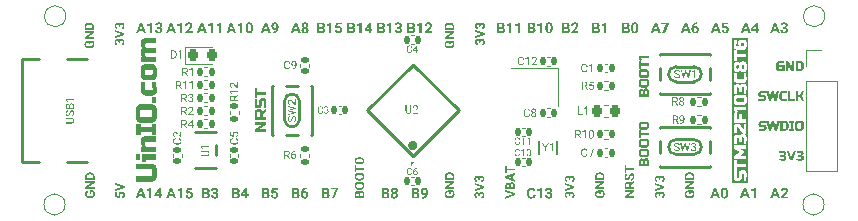
<source format=gto>
%TF.GenerationSoftware,KiCad,Pcbnew,7.0.10*%
%TF.CreationDate,2024-02-06T11:27:38+08:00*%
%TF.ProjectId,UINIO-MCU-STM32F103C8T6,55494e49-4f2d-44d4-9355-2d53544d3332,Version 2.0.0*%
%TF.SameCoordinates,PX72c1710PY5584170*%
%TF.FileFunction,Legend,Top*%
%TF.FilePolarity,Positive*%
%FSLAX46Y46*%
G04 Gerber Fmt 4.6, Leading zero omitted, Abs format (unit mm)*
G04 Created by KiCad (PCBNEW 7.0.10) date 2024-02-06 11:27:38*
%MOMM*%
%LPD*%
G01*
G04 APERTURE LIST*
G04 Aperture macros list*
%AMRoundRect*
0 Rectangle with rounded corners*
0 $1 Rounding radius*
0 $2 $3 $4 $5 $6 $7 $8 $9 X,Y pos of 4 corners*
0 Add a 4 corners polygon primitive as box body*
4,1,4,$2,$3,$4,$5,$6,$7,$8,$9,$2,$3,0*
0 Add four circle primitives for the rounded corners*
1,1,$1+$1,$2,$3*
1,1,$1+$1,$4,$5*
1,1,$1+$1,$6,$7*
1,1,$1+$1,$8,$9*
0 Add four rect primitives between the rounded corners*
20,1,$1+$1,$2,$3,$4,$5,0*
20,1,$1+$1,$4,$5,$6,$7,0*
20,1,$1+$1,$6,$7,$8,$9,0*
20,1,$1+$1,$8,$9,$2,$3,0*%
%AMHorizOval*
0 Thick line with rounded ends*
0 $1 width*
0 $2 $3 position (X,Y) of the first rounded end (center of the circle)*
0 $4 $5 position (X,Y) of the second rounded end (center of the circle)*
0 Add line between two ends*
20,1,$1,$2,$3,$4,$5,0*
0 Add two circle primitives to create the rounded ends*
1,1,$1,$2,$3*
1,1,$1,$4,$5*%
G04 Aperture macros list end*
%ADD10C,0.150000*%
%ADD11C,0.100000*%
%ADD12C,0.140000*%
%ADD13C,0.300000*%
%ADD14C,0.125000*%
%ADD15C,0.120000*%
%ADD16C,0.254000*%
%ADD17C,0.400000*%
%ADD18RoundRect,0.135000X0.135000X0.185000X-0.135000X0.185000X-0.135000X-0.185000X0.135000X-0.185000X0*%
%ADD19RoundRect,0.140000X0.140000X0.170000X-0.140000X0.170000X-0.140000X-0.170000X0.140000X-0.170000X0*%
%ADD20RoundRect,0.135000X-0.135000X-0.185000X0.135000X-0.185000X0.135000X0.185000X-0.135000X0.185000X0*%
%ADD21R,0.650000X1.200000*%
%ADD22R,1.800000X1.000000*%
%ADD23R,1.000000X0.600000*%
%ADD24RoundRect,0.140000X-0.140000X-0.170000X0.140000X-0.170000X0.140000X0.170000X-0.140000X0.170000X0*%
%ADD25RoundRect,0.218750X-0.218750X-0.256250X0.218750X-0.256250X0.218750X0.256250X-0.218750X0.256250X0*%
%ADD26R,1.200000X0.650000*%
%ADD27R,1.700000X1.700000*%
%ADD28O,1.700000X1.700000*%
%ADD29RoundRect,0.140000X-0.170000X0.140000X-0.170000X-0.140000X0.170000X-0.140000X0.170000X0.140000X0*%
%ADD30C,1.200000*%
%ADD31RoundRect,0.135000X0.185000X-0.135000X0.185000X0.135000X-0.185000X0.135000X-0.185000X-0.135000X0*%
%ADD32C,0.650000*%
%ADD33O,2.100000X1.000000*%
%ADD34O,1.900000X1.000000*%
%ADD35R,1.150000X0.600000*%
%ADD36R,1.150000X0.300000*%
%ADD37RoundRect,0.140000X0.170000X-0.140000X0.170000X0.140000X-0.170000X0.140000X-0.170000X-0.140000X0*%
%ADD38R,1.400000X1.200000*%
%ADD39HorizOval,0.280000X-0.537401X0.537401X0.537401X-0.537401X0*%
%ADD40HorizOval,0.280000X0.537401X0.537401X-0.537401X-0.537401X0*%
%ADD41RoundRect,0.218750X0.218750X0.256250X-0.218750X0.256250X-0.218750X-0.256250X0.218750X-0.256250X0*%
G04 APERTURE END LIST*
D10*
G36*
X60462148Y-17613500D02*
G01*
X60264971Y-17613500D01*
X60202543Y-17425994D01*
X59877211Y-17425994D01*
X59815442Y-17613500D01*
X59618265Y-17613500D01*
X59743891Y-17275858D01*
X59927330Y-17275858D01*
X60152424Y-17275858D01*
X60039217Y-16940635D01*
X59927330Y-17275858D01*
X59743891Y-17275858D01*
X59953268Y-16713123D01*
X60125166Y-16713123D01*
X60462148Y-17613500D01*
G37*
G36*
X61139629Y-17613500D02*
G01*
X60522598Y-17613500D01*
X60522598Y-17491061D01*
X60813858Y-17179797D01*
X60821237Y-17171647D01*
X60828373Y-17163627D01*
X60835265Y-17155738D01*
X60841912Y-17147979D01*
X60848316Y-17140350D01*
X60854476Y-17132852D01*
X60860393Y-17125485D01*
X60866065Y-17118248D01*
X60871493Y-17111142D01*
X60879179Y-17100727D01*
X60886316Y-17090606D01*
X60892904Y-17080779D01*
X60898943Y-17071245D01*
X60902665Y-17065052D01*
X60907811Y-17055905D01*
X60912451Y-17046848D01*
X60916585Y-17037879D01*
X60920212Y-17028999D01*
X60923334Y-17020207D01*
X60925949Y-17011505D01*
X60928058Y-17002891D01*
X60930083Y-16991545D01*
X60931208Y-16980357D01*
X60931461Y-16972069D01*
X60931194Y-16961004D01*
X60930394Y-16950394D01*
X60929061Y-16940241D01*
X60927195Y-16930544D01*
X60924796Y-16921302D01*
X60921863Y-16912517D01*
X60918397Y-16904188D01*
X60914398Y-16896314D01*
X60908236Y-16886525D01*
X60901126Y-16877547D01*
X60893137Y-16869458D01*
X60884337Y-16862448D01*
X60874727Y-16856516D01*
X60864306Y-16851663D01*
X60855959Y-16848731D01*
X60847155Y-16846406D01*
X60837896Y-16844687D01*
X60828181Y-16843575D01*
X60818009Y-16843069D01*
X60814517Y-16843035D01*
X60803368Y-16843404D01*
X60792670Y-16844511D01*
X60782425Y-16846357D01*
X60772632Y-16848940D01*
X60763291Y-16852261D01*
X60754401Y-16856320D01*
X60745964Y-16861117D01*
X60737979Y-16866652D01*
X60730447Y-16872925D01*
X60723366Y-16879937D01*
X60718896Y-16885021D01*
X60712690Y-16893086D01*
X60707093Y-16901618D01*
X60702107Y-16910618D01*
X60697732Y-16920085D01*
X60693967Y-16930020D01*
X60690813Y-16940423D01*
X60688269Y-16951293D01*
X60686336Y-16962630D01*
X60685013Y-16974436D01*
X60684301Y-16986708D01*
X60684165Y-16995150D01*
X60504793Y-16995150D01*
X60504946Y-16984902D01*
X60505405Y-16974765D01*
X60506169Y-16964740D01*
X60507239Y-16954827D01*
X60508614Y-16945025D01*
X60510295Y-16935335D01*
X60512282Y-16925757D01*
X60514575Y-16916290D01*
X60517173Y-16906935D01*
X60520077Y-16897691D01*
X60523287Y-16888559D01*
X60526802Y-16879539D01*
X60530624Y-16870630D01*
X60534750Y-16861833D01*
X60539183Y-16853148D01*
X60543921Y-16844574D01*
X60548966Y-16836171D01*
X60554263Y-16827998D01*
X60559812Y-16820056D01*
X60565614Y-16812343D01*
X60571669Y-16804861D01*
X60577976Y-16797609D01*
X60584535Y-16790586D01*
X60591347Y-16783794D01*
X60598411Y-16777232D01*
X60605728Y-16770901D01*
X60613297Y-16764799D01*
X60621118Y-16758927D01*
X60629192Y-16753286D01*
X60637519Y-16747875D01*
X60646098Y-16742693D01*
X60654929Y-16737742D01*
X60663988Y-16733057D01*
X60673195Y-16728675D01*
X60682549Y-16724594D01*
X60692051Y-16720816D01*
X60701701Y-16717340D01*
X60711498Y-16714167D01*
X60721443Y-16711295D01*
X60731536Y-16708726D01*
X60741776Y-16706459D01*
X60752165Y-16704495D01*
X60762700Y-16702832D01*
X60773384Y-16701472D01*
X60784215Y-16700414D01*
X60795194Y-16699659D01*
X60806321Y-16699205D01*
X60817595Y-16699054D01*
X60834745Y-16699316D01*
X60851409Y-16700102D01*
X60867587Y-16701411D01*
X60883279Y-16703245D01*
X60898486Y-16705602D01*
X60913206Y-16708482D01*
X60927440Y-16711887D01*
X60941188Y-16715815D01*
X60954450Y-16720268D01*
X60967226Y-16725244D01*
X60979516Y-16730743D01*
X60991320Y-16736767D01*
X61002638Y-16743314D01*
X61013470Y-16750385D01*
X61023817Y-16757980D01*
X61033677Y-16766099D01*
X61042993Y-16774668D01*
X61051709Y-16783667D01*
X61059823Y-16793098D01*
X61067336Y-16802960D01*
X61074249Y-16813253D01*
X61080560Y-16823976D01*
X61086270Y-16835131D01*
X61091379Y-16846717D01*
X61095887Y-16858734D01*
X61099794Y-16871183D01*
X61103100Y-16884062D01*
X61105805Y-16897372D01*
X61107908Y-16911113D01*
X61109411Y-16925285D01*
X61110313Y-16939889D01*
X61110613Y-16954923D01*
X61110308Y-16967515D01*
X61109392Y-16980150D01*
X61107866Y-16992827D01*
X61105729Y-17005547D01*
X61102982Y-17018309D01*
X61100811Y-17026840D01*
X61098369Y-17035391D01*
X61095656Y-17043961D01*
X61092671Y-17052549D01*
X61089415Y-17061156D01*
X61085887Y-17069782D01*
X61082089Y-17078427D01*
X61078019Y-17087091D01*
X61075882Y-17091430D01*
X61071375Y-17100176D01*
X61066481Y-17109102D01*
X61061201Y-17118208D01*
X61055535Y-17127494D01*
X61049482Y-17136961D01*
X61043043Y-17146608D01*
X61036217Y-17156436D01*
X61029005Y-17166443D01*
X61021407Y-17176632D01*
X61013422Y-17187000D01*
X61005051Y-17197549D01*
X60996294Y-17208278D01*
X60987150Y-17219187D01*
X60977619Y-17230277D01*
X60967703Y-17241547D01*
X60957400Y-17252997D01*
X60752748Y-17469518D01*
X61139629Y-17469518D01*
X61139629Y-17613500D01*
G37*
G36*
X45489845Y-16944033D02*
G01*
X45496516Y-16949746D01*
X45502998Y-16955747D01*
X45509290Y-16962037D01*
X45515393Y-16968616D01*
X45521307Y-16975483D01*
X45527031Y-16982638D01*
X45532566Y-16990082D01*
X45537912Y-16997815D01*
X45543069Y-17005836D01*
X45548036Y-17014146D01*
X45552814Y-17022744D01*
X45557403Y-17031630D01*
X45561802Y-17040806D01*
X45566012Y-17050269D01*
X45570033Y-17060021D01*
X45573865Y-17070062D01*
X45577461Y-17080291D01*
X45580826Y-17090658D01*
X45583958Y-17101162D01*
X45586859Y-17111803D01*
X45589527Y-17122582D01*
X45591963Y-17133498D01*
X45594167Y-17144552D01*
X45596140Y-17155742D01*
X45597880Y-17167071D01*
X45599388Y-17178536D01*
X45600664Y-17190139D01*
X45601708Y-17201880D01*
X45602521Y-17213758D01*
X45603101Y-17225773D01*
X45603449Y-17237926D01*
X45603565Y-17250216D01*
X45603387Y-17263086D01*
X45602853Y-17275757D01*
X45601964Y-17288230D01*
X45600719Y-17300505D01*
X45599119Y-17312581D01*
X45597163Y-17324459D01*
X45594851Y-17336139D01*
X45592183Y-17347620D01*
X45589160Y-17358902D01*
X45585781Y-17369986D01*
X45582046Y-17380872D01*
X45577956Y-17391559D01*
X45573510Y-17402048D01*
X45568708Y-17412338D01*
X45563551Y-17422430D01*
X45558038Y-17432323D01*
X45552187Y-17441977D01*
X45546015Y-17451353D01*
X45539523Y-17460448D01*
X45532710Y-17469265D01*
X45525576Y-17477802D01*
X45518122Y-17486060D01*
X45510348Y-17494038D01*
X45502253Y-17501737D01*
X45493837Y-17509156D01*
X45485101Y-17516297D01*
X45476044Y-17523158D01*
X45466667Y-17529739D01*
X45456969Y-17536042D01*
X45446950Y-17542064D01*
X45436611Y-17547808D01*
X45425951Y-17553272D01*
X45415012Y-17558435D01*
X45403835Y-17563274D01*
X45392420Y-17567789D01*
X45380766Y-17571981D01*
X45368875Y-17575849D01*
X45356745Y-17579394D01*
X45344377Y-17582615D01*
X45331771Y-17585512D01*
X45318927Y-17588086D01*
X45305845Y-17590336D01*
X45292525Y-17592262D01*
X45278966Y-17593865D01*
X45265169Y-17595144D01*
X45251135Y-17596100D01*
X45236862Y-17596732D01*
X45222350Y-17597040D01*
X45167640Y-17597040D01*
X45152745Y-17596882D01*
X45138102Y-17596408D01*
X45123711Y-17595618D01*
X45109571Y-17594512D01*
X45095684Y-17593091D01*
X45082048Y-17591353D01*
X45068665Y-17589299D01*
X45055533Y-17586929D01*
X45042653Y-17584243D01*
X45030025Y-17581241D01*
X45017648Y-17577923D01*
X45005524Y-17574289D01*
X44993651Y-17570339D01*
X44982031Y-17566073D01*
X44970662Y-17561492D01*
X44959545Y-17556594D01*
X44948692Y-17551399D01*
X44938165Y-17545926D01*
X44927962Y-17540176D01*
X44918085Y-17534148D01*
X44908533Y-17527842D01*
X44899306Y-17521258D01*
X44890404Y-17514396D01*
X44881827Y-17507257D01*
X44873576Y-17499839D01*
X44865649Y-17492144D01*
X44858048Y-17484171D01*
X44850772Y-17475920D01*
X44843821Y-17467392D01*
X44837195Y-17458585D01*
X44830894Y-17449501D01*
X44824919Y-17440139D01*
X44819264Y-17430512D01*
X44813973Y-17420682D01*
X44809048Y-17410649D01*
X44804488Y-17400413D01*
X44800292Y-17389974D01*
X44796461Y-17379331D01*
X44792995Y-17368486D01*
X44789894Y-17357438D01*
X44787158Y-17346187D01*
X44784786Y-17334733D01*
X44782780Y-17323075D01*
X44781138Y-17311215D01*
X44779861Y-17299152D01*
X44778949Y-17286886D01*
X44778402Y-17274416D01*
X44778219Y-17261744D01*
X44778285Y-17252914D01*
X44778483Y-17244205D01*
X44778812Y-17235617D01*
X44779273Y-17227150D01*
X44779865Y-17218804D01*
X44780589Y-17210579D01*
X44781445Y-17202475D01*
X44782432Y-17194492D01*
X44783552Y-17186629D01*
X44784802Y-17178888D01*
X44787699Y-17163769D01*
X44791122Y-17149133D01*
X44795072Y-17134982D01*
X44799549Y-17121314D01*
X44804552Y-17108130D01*
X44810082Y-17095430D01*
X44816138Y-17083215D01*
X44822721Y-17071482D01*
X44829831Y-17060234D01*
X44837467Y-17049470D01*
X44845630Y-17039190D01*
X44854273Y-17029407D01*
X44863396Y-17020136D01*
X44873000Y-17011376D01*
X44883085Y-17003127D01*
X44893651Y-16995390D01*
X44904697Y-16988164D01*
X44916225Y-16981450D01*
X44928233Y-16975247D01*
X44940722Y-16969555D01*
X44953693Y-16964375D01*
X44967143Y-16959706D01*
X44981075Y-16955549D01*
X44995488Y-16951903D01*
X45010381Y-16948768D01*
X45025756Y-16946145D01*
X45033623Y-16945025D01*
X45041611Y-16944033D01*
X45041611Y-17104647D01*
X45033302Y-17106119D01*
X45025277Y-17107801D01*
X45017536Y-17109691D01*
X45006457Y-17112919D01*
X44996017Y-17116618D01*
X44986215Y-17120787D01*
X44977053Y-17125427D01*
X44968529Y-17130537D01*
X44960644Y-17136118D01*
X44953398Y-17142169D01*
X44946791Y-17148691D01*
X44942741Y-17153300D01*
X44937119Y-17160585D01*
X44932050Y-17168371D01*
X44927534Y-17176659D01*
X44923571Y-17185448D01*
X44920161Y-17194739D01*
X44917304Y-17204531D01*
X44915000Y-17214825D01*
X44913249Y-17225620D01*
X44912051Y-17236917D01*
X44911559Y-17244727D01*
X44911314Y-17252759D01*
X44911283Y-17256859D01*
X44911531Y-17267205D01*
X44912275Y-17277238D01*
X44913515Y-17286958D01*
X44915252Y-17296365D01*
X44917484Y-17305459D01*
X44920213Y-17314241D01*
X44923438Y-17322709D01*
X44927159Y-17330865D01*
X44931376Y-17338707D01*
X44936089Y-17346237D01*
X44941298Y-17353453D01*
X44947003Y-17360357D01*
X44953205Y-17366948D01*
X44959902Y-17373225D01*
X44967096Y-17379190D01*
X44974786Y-17384842D01*
X44982967Y-17390168D01*
X44991633Y-17395155D01*
X45000784Y-17399804D01*
X45010421Y-17404113D01*
X45020543Y-17408083D01*
X45031151Y-17411715D01*
X45042244Y-17415008D01*
X45053823Y-17417962D01*
X45065887Y-17420576D01*
X45078437Y-17422853D01*
X45091471Y-17424790D01*
X45104992Y-17426388D01*
X45118998Y-17427647D01*
X45133489Y-17428568D01*
X45148466Y-17429149D01*
X45163928Y-17429392D01*
X45215316Y-17429392D01*
X45223157Y-17429345D01*
X45238477Y-17428971D01*
X45253315Y-17428223D01*
X45267671Y-17427101D01*
X45281544Y-17425605D01*
X45294934Y-17423735D01*
X45307842Y-17421491D01*
X45320268Y-17418873D01*
X45332212Y-17415881D01*
X45343673Y-17412516D01*
X45354652Y-17408776D01*
X45365148Y-17404662D01*
X45375162Y-17400174D01*
X45384693Y-17395312D01*
X45393743Y-17390076D01*
X45402309Y-17384466D01*
X45406412Y-17381521D01*
X45414244Y-17375363D01*
X45421570Y-17368860D01*
X45428391Y-17362009D01*
X45434707Y-17354813D01*
X45440518Y-17347269D01*
X45445824Y-17339379D01*
X45450624Y-17331143D01*
X45454919Y-17322560D01*
X45458708Y-17313631D01*
X45461992Y-17304355D01*
X45464771Y-17294733D01*
X45467045Y-17284764D01*
X45468814Y-17274448D01*
X45470077Y-17263786D01*
X45470835Y-17252778D01*
X45471087Y-17241423D01*
X45470927Y-17230029D01*
X45470446Y-17219050D01*
X45469645Y-17208487D01*
X45468523Y-17198338D01*
X45467080Y-17188605D01*
X45465317Y-17179287D01*
X45463233Y-17170385D01*
X45460829Y-17161897D01*
X45458104Y-17153825D01*
X45455059Y-17146168D01*
X45451693Y-17138926D01*
X45446043Y-17128842D01*
X45439672Y-17119692D01*
X45432579Y-17111476D01*
X45430055Y-17108946D01*
X45287417Y-17108946D01*
X45287417Y-17259008D01*
X45165882Y-17259008D01*
X45165882Y-16944033D01*
X45489845Y-16944033D01*
G37*
G36*
X45591060Y-16163628D02*
G01*
X45591060Y-16328541D01*
X45064472Y-16649574D01*
X45591060Y-16649574D01*
X45591060Y-16814291D01*
X44790725Y-16814291D01*
X44790725Y-16649574D01*
X45318484Y-16327955D01*
X44790725Y-16327955D01*
X44790725Y-16163628D01*
X45591060Y-16163628D01*
G37*
G36*
X45223500Y-15412712D02*
G01*
X45237158Y-15413250D01*
X45250623Y-15414147D01*
X45263896Y-15415402D01*
X45276977Y-15417017D01*
X45289865Y-15418990D01*
X45302561Y-15421321D01*
X45315065Y-15424012D01*
X45327376Y-15427061D01*
X45339495Y-15430469D01*
X45351422Y-15434236D01*
X45363156Y-15438361D01*
X45374699Y-15442845D01*
X45386048Y-15447688D01*
X45397205Y-15452890D01*
X45408170Y-15458450D01*
X45418863Y-15464337D01*
X45429252Y-15470519D01*
X45439337Y-15476995D01*
X45449118Y-15483766D01*
X45458595Y-15490831D01*
X45467769Y-15498191D01*
X45476639Y-15505846D01*
X45485205Y-15513795D01*
X45493467Y-15522039D01*
X45501425Y-15530578D01*
X45509080Y-15539411D01*
X45516431Y-15548539D01*
X45523478Y-15557961D01*
X45530222Y-15567678D01*
X45536661Y-15577690D01*
X45542797Y-15587996D01*
X45548573Y-15598510D01*
X45553980Y-15609191D01*
X45559020Y-15620040D01*
X45563692Y-15631056D01*
X45567996Y-15642241D01*
X45571932Y-15653594D01*
X45575500Y-15665115D01*
X45578701Y-15676803D01*
X45581533Y-15688660D01*
X45583998Y-15700684D01*
X45586095Y-15712876D01*
X45587823Y-15725237D01*
X45589184Y-15737765D01*
X45590177Y-15750461D01*
X45590802Y-15763325D01*
X45591060Y-15776357D01*
X45591060Y-16024116D01*
X44790725Y-16024116D01*
X44790725Y-15859399D01*
X44924179Y-15859399D01*
X45458582Y-15859399D01*
X45458582Y-15779678D01*
X45458336Y-15767767D01*
X45457596Y-15756213D01*
X45456363Y-15745016D01*
X45454638Y-15734176D01*
X45452419Y-15723693D01*
X45449707Y-15713568D01*
X45446502Y-15703800D01*
X45442804Y-15694389D01*
X45438613Y-15685335D01*
X45433929Y-15676638D01*
X45428752Y-15668299D01*
X45423081Y-15660317D01*
X45416918Y-15652692D01*
X45410262Y-15645424D01*
X45403112Y-15638514D01*
X45395470Y-15631960D01*
X45387344Y-15625756D01*
X45378794Y-15619943D01*
X45369820Y-15614521D01*
X45360421Y-15609490D01*
X45350598Y-15604849D01*
X45340350Y-15600599D01*
X45329678Y-15596740D01*
X45318582Y-15593272D01*
X45307062Y-15590195D01*
X45295117Y-15587508D01*
X45282747Y-15585212D01*
X45269953Y-15583307D01*
X45256735Y-15581793D01*
X45243093Y-15580669D01*
X45229026Y-15579936D01*
X45214535Y-15579594D01*
X45172134Y-15579594D01*
X45157100Y-15579792D01*
X45142529Y-15580385D01*
X45128420Y-15581374D01*
X45114774Y-15582757D01*
X45101590Y-15584537D01*
X45088869Y-15586711D01*
X45076610Y-15589281D01*
X45064814Y-15592246D01*
X45053480Y-15595607D01*
X45042609Y-15599363D01*
X45032201Y-15603514D01*
X45022255Y-15608061D01*
X45012771Y-15613003D01*
X45003750Y-15618341D01*
X44995192Y-15624073D01*
X44987096Y-15630202D01*
X44979477Y-15636709D01*
X44972350Y-15643580D01*
X44965714Y-15650814D01*
X44959570Y-15658412D01*
X44953917Y-15666372D01*
X44948756Y-15674697D01*
X44944086Y-15683384D01*
X44939908Y-15692435D01*
X44936222Y-15701849D01*
X44933027Y-15711626D01*
X44930323Y-15721767D01*
X44928111Y-15732271D01*
X44926391Y-15743138D01*
X44925162Y-15754369D01*
X44924425Y-15765962D01*
X44924179Y-15777920D01*
X44924179Y-15859399D01*
X44790725Y-15859399D01*
X44790725Y-15777920D01*
X44790911Y-15764818D01*
X44791469Y-15751890D01*
X44792401Y-15739135D01*
X44793704Y-15726555D01*
X44795380Y-15714149D01*
X44797429Y-15701917D01*
X44799850Y-15689859D01*
X44802644Y-15677976D01*
X44805810Y-15666266D01*
X44809348Y-15654730D01*
X44813259Y-15643368D01*
X44817542Y-15632180D01*
X44822198Y-15621166D01*
X44827227Y-15610326D01*
X44832627Y-15599661D01*
X44838401Y-15589169D01*
X44844493Y-15578907D01*
X44850900Y-15568930D01*
X44857621Y-15559239D01*
X44864657Y-15549834D01*
X44872007Y-15540713D01*
X44879672Y-15531879D01*
X44887651Y-15523329D01*
X44895944Y-15515066D01*
X44904552Y-15507087D01*
X44913475Y-15499394D01*
X44922712Y-15491987D01*
X44932263Y-15484865D01*
X44942129Y-15478028D01*
X44952310Y-15471477D01*
X44962804Y-15465212D01*
X44973614Y-15459232D01*
X44984650Y-15453577D01*
X44995873Y-15448286D01*
X45007285Y-15443361D01*
X45018884Y-15438801D01*
X45030671Y-15434605D01*
X45042646Y-15430774D01*
X45054808Y-15427308D01*
X45067159Y-15424207D01*
X45079697Y-15421471D01*
X45092422Y-15419099D01*
X45105336Y-15417093D01*
X45118437Y-15415451D01*
X45131726Y-15414174D01*
X45145203Y-15413262D01*
X45158868Y-15412715D01*
X45172720Y-15412532D01*
X45209650Y-15412532D01*
X45223500Y-15412712D01*
G37*
G36*
X32760785Y-4257425D02*
G01*
X32767456Y-4263138D01*
X32773938Y-4269139D01*
X32780230Y-4275429D01*
X32786333Y-4282008D01*
X32792247Y-4288875D01*
X32797971Y-4296030D01*
X32803506Y-4303474D01*
X32808852Y-4311207D01*
X32814009Y-4319228D01*
X32818976Y-4327538D01*
X32823754Y-4336136D01*
X32828343Y-4345022D01*
X32832742Y-4354198D01*
X32836952Y-4363661D01*
X32840973Y-4373413D01*
X32844805Y-4383454D01*
X32848401Y-4393683D01*
X32851766Y-4404050D01*
X32854898Y-4414554D01*
X32857799Y-4425195D01*
X32860467Y-4435974D01*
X32862903Y-4446890D01*
X32865107Y-4457944D01*
X32867080Y-4469134D01*
X32868820Y-4480463D01*
X32870328Y-4491928D01*
X32871604Y-4503531D01*
X32872648Y-4515272D01*
X32873461Y-4527150D01*
X32874041Y-4539165D01*
X32874389Y-4551318D01*
X32874505Y-4563608D01*
X32874327Y-4576478D01*
X32873793Y-4589149D01*
X32872904Y-4601622D01*
X32871659Y-4613897D01*
X32870059Y-4625973D01*
X32868103Y-4637851D01*
X32865791Y-4649531D01*
X32863123Y-4661012D01*
X32860100Y-4672294D01*
X32856721Y-4683378D01*
X32852986Y-4694264D01*
X32848896Y-4704951D01*
X32844450Y-4715440D01*
X32839648Y-4725730D01*
X32834491Y-4735822D01*
X32828978Y-4745715D01*
X32823127Y-4755369D01*
X32816955Y-4764745D01*
X32810463Y-4773840D01*
X32803650Y-4782657D01*
X32796516Y-4791194D01*
X32789062Y-4799452D01*
X32781288Y-4807430D01*
X32773193Y-4815129D01*
X32764777Y-4822548D01*
X32756041Y-4829689D01*
X32746984Y-4836550D01*
X32737607Y-4843131D01*
X32727909Y-4849434D01*
X32717890Y-4855456D01*
X32707551Y-4861200D01*
X32696891Y-4866664D01*
X32685952Y-4871827D01*
X32674775Y-4876666D01*
X32663360Y-4881181D01*
X32651706Y-4885373D01*
X32639815Y-4889241D01*
X32627685Y-4892786D01*
X32615317Y-4896007D01*
X32602711Y-4898904D01*
X32589867Y-4901478D01*
X32576785Y-4903728D01*
X32563465Y-4905654D01*
X32549906Y-4907257D01*
X32536109Y-4908536D01*
X32522075Y-4909492D01*
X32507802Y-4910124D01*
X32493290Y-4910432D01*
X32438580Y-4910432D01*
X32423685Y-4910274D01*
X32409042Y-4909800D01*
X32394651Y-4909010D01*
X32380511Y-4907904D01*
X32366624Y-4906483D01*
X32352988Y-4904745D01*
X32339605Y-4902691D01*
X32326473Y-4900321D01*
X32313593Y-4897635D01*
X32300965Y-4894633D01*
X32288588Y-4891315D01*
X32276464Y-4887681D01*
X32264591Y-4883731D01*
X32252971Y-4879465D01*
X32241602Y-4874884D01*
X32230485Y-4869986D01*
X32219632Y-4864791D01*
X32209105Y-4859318D01*
X32198902Y-4853568D01*
X32189025Y-4847540D01*
X32179473Y-4841234D01*
X32170246Y-4834650D01*
X32161344Y-4827788D01*
X32152767Y-4820649D01*
X32144516Y-4813231D01*
X32136589Y-4805536D01*
X32128988Y-4797563D01*
X32121712Y-4789312D01*
X32114761Y-4780784D01*
X32108135Y-4771977D01*
X32101834Y-4762893D01*
X32095859Y-4753531D01*
X32090204Y-4743904D01*
X32084913Y-4734074D01*
X32079988Y-4724041D01*
X32075428Y-4713805D01*
X32071232Y-4703366D01*
X32067401Y-4692723D01*
X32063935Y-4681878D01*
X32060834Y-4670830D01*
X32058098Y-4659579D01*
X32055726Y-4648125D01*
X32053720Y-4636467D01*
X32052078Y-4624607D01*
X32050801Y-4612544D01*
X32049889Y-4600278D01*
X32049342Y-4587808D01*
X32049159Y-4575136D01*
X32049225Y-4566306D01*
X32049423Y-4557597D01*
X32049752Y-4549009D01*
X32050213Y-4540542D01*
X32050805Y-4532196D01*
X32051529Y-4523971D01*
X32052385Y-4515867D01*
X32053372Y-4507884D01*
X32054492Y-4500021D01*
X32055742Y-4492280D01*
X32058639Y-4477161D01*
X32062062Y-4462525D01*
X32066012Y-4448374D01*
X32070489Y-4434706D01*
X32075492Y-4421522D01*
X32081022Y-4408822D01*
X32087078Y-4396607D01*
X32093661Y-4384874D01*
X32100771Y-4373626D01*
X32108407Y-4362862D01*
X32116570Y-4352582D01*
X32125213Y-4342799D01*
X32134336Y-4333528D01*
X32143940Y-4324768D01*
X32154025Y-4316519D01*
X32164591Y-4308782D01*
X32175637Y-4301556D01*
X32187165Y-4294842D01*
X32199173Y-4288639D01*
X32211662Y-4282947D01*
X32224633Y-4277767D01*
X32238083Y-4273098D01*
X32252015Y-4268941D01*
X32266428Y-4265295D01*
X32281321Y-4262160D01*
X32296696Y-4259537D01*
X32304563Y-4258417D01*
X32312551Y-4257425D01*
X32312551Y-4418039D01*
X32304242Y-4419511D01*
X32296217Y-4421193D01*
X32288476Y-4423083D01*
X32277397Y-4426311D01*
X32266957Y-4430010D01*
X32257155Y-4434179D01*
X32247993Y-4438819D01*
X32239469Y-4443929D01*
X32231584Y-4449510D01*
X32224338Y-4455561D01*
X32217731Y-4462083D01*
X32213681Y-4466692D01*
X32208059Y-4473977D01*
X32202990Y-4481763D01*
X32198474Y-4490051D01*
X32194511Y-4498840D01*
X32191101Y-4508131D01*
X32188244Y-4517923D01*
X32185940Y-4528217D01*
X32184189Y-4539012D01*
X32182991Y-4550309D01*
X32182499Y-4558119D01*
X32182254Y-4566151D01*
X32182223Y-4570251D01*
X32182471Y-4580597D01*
X32183215Y-4590630D01*
X32184455Y-4600350D01*
X32186192Y-4609757D01*
X32188424Y-4618851D01*
X32191153Y-4627633D01*
X32194378Y-4636101D01*
X32198099Y-4644257D01*
X32202316Y-4652099D01*
X32207029Y-4659629D01*
X32212238Y-4666845D01*
X32217943Y-4673749D01*
X32224145Y-4680340D01*
X32230842Y-4686617D01*
X32238036Y-4692582D01*
X32245726Y-4698234D01*
X32253907Y-4703560D01*
X32262573Y-4708547D01*
X32271724Y-4713196D01*
X32281361Y-4717505D01*
X32291483Y-4721475D01*
X32302091Y-4725107D01*
X32313184Y-4728400D01*
X32324763Y-4731354D01*
X32336827Y-4733968D01*
X32349377Y-4736245D01*
X32362411Y-4738182D01*
X32375932Y-4739780D01*
X32389938Y-4741039D01*
X32404429Y-4741960D01*
X32419406Y-4742541D01*
X32434868Y-4742784D01*
X32486256Y-4742784D01*
X32494097Y-4742737D01*
X32509417Y-4742363D01*
X32524255Y-4741615D01*
X32538611Y-4740493D01*
X32552484Y-4738997D01*
X32565874Y-4737127D01*
X32578782Y-4734883D01*
X32591208Y-4732265D01*
X32603152Y-4729273D01*
X32614613Y-4725908D01*
X32625592Y-4722168D01*
X32636088Y-4718054D01*
X32646102Y-4713566D01*
X32655633Y-4708704D01*
X32664683Y-4703468D01*
X32673249Y-4697858D01*
X32677352Y-4694913D01*
X32685184Y-4688755D01*
X32692510Y-4682252D01*
X32699331Y-4675401D01*
X32705647Y-4668205D01*
X32711458Y-4660661D01*
X32716764Y-4652771D01*
X32721564Y-4644535D01*
X32725859Y-4635952D01*
X32729648Y-4627023D01*
X32732932Y-4617747D01*
X32735711Y-4608125D01*
X32737985Y-4598156D01*
X32739754Y-4587840D01*
X32741017Y-4577178D01*
X32741775Y-4566170D01*
X32742027Y-4554815D01*
X32741867Y-4543421D01*
X32741386Y-4532442D01*
X32740585Y-4521879D01*
X32739463Y-4511730D01*
X32738020Y-4501997D01*
X32736257Y-4492679D01*
X32734173Y-4483777D01*
X32731769Y-4475289D01*
X32729044Y-4467217D01*
X32725999Y-4459560D01*
X32722633Y-4452318D01*
X32716983Y-4442234D01*
X32710612Y-4433084D01*
X32703519Y-4424868D01*
X32700995Y-4422338D01*
X32558357Y-4422338D01*
X32558357Y-4572400D01*
X32436822Y-4572400D01*
X32436822Y-4257425D01*
X32760785Y-4257425D01*
G37*
G36*
X32862000Y-3477020D02*
G01*
X32862000Y-3641933D01*
X32335412Y-3962966D01*
X32862000Y-3962966D01*
X32862000Y-4127683D01*
X32061665Y-4127683D01*
X32061665Y-3962966D01*
X32589424Y-3641347D01*
X32061665Y-3641347D01*
X32061665Y-3477020D01*
X32862000Y-3477020D01*
G37*
G36*
X32494440Y-2726104D02*
G01*
X32508098Y-2726642D01*
X32521563Y-2727539D01*
X32534836Y-2728794D01*
X32547917Y-2730409D01*
X32560805Y-2732382D01*
X32573501Y-2734713D01*
X32586005Y-2737404D01*
X32598316Y-2740453D01*
X32610435Y-2743861D01*
X32622362Y-2747628D01*
X32634096Y-2751753D01*
X32645639Y-2756237D01*
X32656988Y-2761080D01*
X32668145Y-2766282D01*
X32679110Y-2771842D01*
X32689803Y-2777729D01*
X32700192Y-2783911D01*
X32710277Y-2790387D01*
X32720058Y-2797158D01*
X32729535Y-2804223D01*
X32738709Y-2811583D01*
X32747579Y-2819238D01*
X32756145Y-2827187D01*
X32764407Y-2835431D01*
X32772365Y-2843970D01*
X32780020Y-2852803D01*
X32787371Y-2861931D01*
X32794418Y-2871353D01*
X32801162Y-2881070D01*
X32807601Y-2891082D01*
X32813737Y-2901388D01*
X32819513Y-2911902D01*
X32824920Y-2922583D01*
X32829960Y-2933432D01*
X32834632Y-2944448D01*
X32838936Y-2955633D01*
X32842872Y-2966986D01*
X32846440Y-2978507D01*
X32849641Y-2990195D01*
X32852473Y-3002052D01*
X32854938Y-3014076D01*
X32857035Y-3026268D01*
X32858763Y-3038629D01*
X32860124Y-3051157D01*
X32861117Y-3063853D01*
X32861742Y-3076717D01*
X32862000Y-3089749D01*
X32862000Y-3337508D01*
X32061665Y-3337508D01*
X32061665Y-3172791D01*
X32195119Y-3172791D01*
X32729522Y-3172791D01*
X32729522Y-3093070D01*
X32729276Y-3081159D01*
X32728536Y-3069605D01*
X32727303Y-3058408D01*
X32725578Y-3047568D01*
X32723359Y-3037085D01*
X32720647Y-3026960D01*
X32717442Y-3017192D01*
X32713744Y-3007781D01*
X32709553Y-2998727D01*
X32704869Y-2990030D01*
X32699692Y-2981691D01*
X32694021Y-2973709D01*
X32687858Y-2966084D01*
X32681202Y-2958816D01*
X32674052Y-2951906D01*
X32666410Y-2945352D01*
X32658284Y-2939148D01*
X32649734Y-2933335D01*
X32640760Y-2927913D01*
X32631361Y-2922882D01*
X32621538Y-2918241D01*
X32611290Y-2913991D01*
X32600618Y-2910132D01*
X32589522Y-2906664D01*
X32578002Y-2903587D01*
X32566057Y-2900900D01*
X32553687Y-2898604D01*
X32540893Y-2896699D01*
X32527675Y-2895185D01*
X32514033Y-2894061D01*
X32499966Y-2893328D01*
X32485475Y-2892986D01*
X32443074Y-2892986D01*
X32428040Y-2893184D01*
X32413469Y-2893777D01*
X32399360Y-2894766D01*
X32385714Y-2896149D01*
X32372530Y-2897929D01*
X32359809Y-2900103D01*
X32347550Y-2902673D01*
X32335754Y-2905638D01*
X32324420Y-2908999D01*
X32313549Y-2912755D01*
X32303141Y-2916906D01*
X32293195Y-2921453D01*
X32283711Y-2926395D01*
X32274690Y-2931733D01*
X32266132Y-2937465D01*
X32258036Y-2943594D01*
X32250417Y-2950101D01*
X32243290Y-2956972D01*
X32236654Y-2964206D01*
X32230510Y-2971804D01*
X32224857Y-2979764D01*
X32219696Y-2988089D01*
X32215026Y-2996776D01*
X32210848Y-3005827D01*
X32207162Y-3015241D01*
X32203967Y-3025018D01*
X32201263Y-3035159D01*
X32199051Y-3045663D01*
X32197331Y-3056530D01*
X32196102Y-3067761D01*
X32195365Y-3079354D01*
X32195119Y-3091312D01*
X32195119Y-3172791D01*
X32061665Y-3172791D01*
X32061665Y-3091312D01*
X32061851Y-3078210D01*
X32062409Y-3065282D01*
X32063341Y-3052527D01*
X32064644Y-3039947D01*
X32066320Y-3027541D01*
X32068369Y-3015309D01*
X32070790Y-3003251D01*
X32073584Y-2991368D01*
X32076750Y-2979658D01*
X32080288Y-2968122D01*
X32084199Y-2956760D01*
X32088482Y-2945572D01*
X32093138Y-2934558D01*
X32098167Y-2923718D01*
X32103567Y-2913053D01*
X32109341Y-2902561D01*
X32115433Y-2892299D01*
X32121840Y-2882322D01*
X32128561Y-2872631D01*
X32135597Y-2863226D01*
X32142947Y-2854105D01*
X32150612Y-2845271D01*
X32158591Y-2836721D01*
X32166884Y-2828458D01*
X32175492Y-2820479D01*
X32184415Y-2812786D01*
X32193652Y-2805379D01*
X32203203Y-2798257D01*
X32213069Y-2791420D01*
X32223250Y-2784869D01*
X32233744Y-2778604D01*
X32244554Y-2772624D01*
X32255590Y-2766969D01*
X32266813Y-2761678D01*
X32278225Y-2756753D01*
X32289824Y-2752193D01*
X32301611Y-2747997D01*
X32313586Y-2744166D01*
X32325748Y-2740700D01*
X32338099Y-2737599D01*
X32350637Y-2734863D01*
X32363362Y-2732491D01*
X32376276Y-2730485D01*
X32389377Y-2728843D01*
X32402666Y-2727566D01*
X32416143Y-2726654D01*
X32429808Y-2726107D01*
X32443660Y-2725924D01*
X32480590Y-2725924D01*
X32494440Y-2726104D01*
G37*
G36*
X29581681Y-16713184D02*
G01*
X29591684Y-16713370D01*
X29601533Y-16713679D01*
X29611228Y-16714112D01*
X29620767Y-16714668D01*
X29630153Y-16715348D01*
X29639383Y-16716152D01*
X29648459Y-16717079D01*
X29657381Y-16718130D01*
X29666148Y-16719305D01*
X29683218Y-16722025D01*
X29699670Y-16725240D01*
X29715504Y-16728950D01*
X29730720Y-16733154D01*
X29745317Y-16737852D01*
X29759296Y-16743045D01*
X29772657Y-16748733D01*
X29785400Y-16754916D01*
X29797524Y-16761593D01*
X29809030Y-16768764D01*
X29819918Y-16776430D01*
X29830193Y-16784546D01*
X29839805Y-16793119D01*
X29848754Y-16802152D01*
X29857040Y-16811643D01*
X29864663Y-16821592D01*
X29871623Y-16832000D01*
X29877921Y-16842866D01*
X29883555Y-16854191D01*
X29888527Y-16865975D01*
X29892836Y-16878217D01*
X29896482Y-16890917D01*
X29899465Y-16904076D01*
X29901785Y-16917694D01*
X29903442Y-16931770D01*
X29904436Y-16946305D01*
X29904768Y-16961298D01*
X29904468Y-16973647D01*
X29903570Y-16985718D01*
X29902073Y-16997511D01*
X29899976Y-17009026D01*
X29897281Y-17020262D01*
X29893987Y-17031221D01*
X29890094Y-17041901D01*
X29885602Y-17052303D01*
X29880512Y-17062426D01*
X29874822Y-17072272D01*
X29870696Y-17078681D01*
X29864113Y-17087925D01*
X29857059Y-17096697D01*
X29849533Y-17104999D01*
X29841536Y-17112828D01*
X29833067Y-17120187D01*
X29824127Y-17127074D01*
X29814716Y-17133489D01*
X29804833Y-17139433D01*
X29794479Y-17144906D01*
X29783653Y-17149907D01*
X29776174Y-17152980D01*
X29784714Y-17155260D01*
X29797093Y-17159196D01*
X29808954Y-17163751D01*
X29820298Y-17168923D01*
X29831123Y-17174714D01*
X29841431Y-17181123D01*
X29851221Y-17188151D01*
X29860494Y-17195796D01*
X29869248Y-17204060D01*
X29877485Y-17212942D01*
X29885204Y-17222442D01*
X29892354Y-17232456D01*
X29898800Y-17242880D01*
X29904543Y-17253714D01*
X29909583Y-17264957D01*
X29913920Y-17276609D01*
X29917553Y-17288671D01*
X29920484Y-17301143D01*
X29922711Y-17314024D01*
X29923804Y-17322839D01*
X29924586Y-17331836D01*
X29925055Y-17341016D01*
X29925211Y-17350377D01*
X29924887Y-17366261D01*
X29923916Y-17381656D01*
X29922298Y-17396562D01*
X29920032Y-17410978D01*
X29917118Y-17424905D01*
X29913557Y-17438342D01*
X29909349Y-17451290D01*
X29904493Y-17463748D01*
X29898990Y-17475717D01*
X29892839Y-17487197D01*
X29886041Y-17498187D01*
X29878596Y-17508687D01*
X29870503Y-17518698D01*
X29861762Y-17528220D01*
X29852375Y-17537253D01*
X29842339Y-17545795D01*
X29831706Y-17553839D01*
X29820522Y-17561375D01*
X29808790Y-17568402D01*
X29796507Y-17574921D01*
X29783675Y-17580932D01*
X29770294Y-17586434D01*
X29756363Y-17591428D01*
X29741882Y-17595914D01*
X29726852Y-17599891D01*
X29711273Y-17603360D01*
X29695143Y-17606321D01*
X29678465Y-17608773D01*
X29661236Y-17610717D01*
X29652416Y-17611499D01*
X29643459Y-17612153D01*
X29634364Y-17612680D01*
X29625131Y-17613080D01*
X29615761Y-17613354D01*
X29606254Y-17613500D01*
X29256303Y-17613500D01*
X29256303Y-17223981D01*
X29441610Y-17223981D01*
X29441610Y-17464463D01*
X29600539Y-17464463D01*
X29612568Y-17464192D01*
X29624091Y-17463381D01*
X29635108Y-17462028D01*
X29645619Y-17460135D01*
X29655623Y-17457701D01*
X29665122Y-17454725D01*
X29674114Y-17451209D01*
X29682600Y-17447152D01*
X29690580Y-17442554D01*
X29698053Y-17437415D01*
X29702755Y-17433688D01*
X29709354Y-17427670D01*
X29717144Y-17419002D01*
X29723780Y-17409600D01*
X29729262Y-17399463D01*
X29733589Y-17388590D01*
X29736078Y-17379953D01*
X29737917Y-17370903D01*
X29739107Y-17361440D01*
X29739648Y-17351563D01*
X29739684Y-17348178D01*
X29739184Y-17333345D01*
X29737685Y-17319454D01*
X29735186Y-17306507D01*
X29731688Y-17294502D01*
X29727191Y-17283439D01*
X29721693Y-17273320D01*
X29715197Y-17264143D01*
X29707701Y-17255910D01*
X29699205Y-17248619D01*
X29689710Y-17242271D01*
X29679215Y-17236865D01*
X29667721Y-17232403D01*
X29655227Y-17228883D01*
X29641734Y-17226306D01*
X29627242Y-17224672D01*
X29611750Y-17223981D01*
X29441610Y-17223981D01*
X29256303Y-17223981D01*
X29256303Y-16863259D01*
X29441610Y-16863259D01*
X29441610Y-17092969D01*
X29578997Y-17092969D01*
X29595979Y-17092244D01*
X29611866Y-17090671D01*
X29626658Y-17088252D01*
X29640354Y-17084987D01*
X29652954Y-17080875D01*
X29664458Y-17075916D01*
X29674867Y-17070111D01*
X29684180Y-17063459D01*
X29692397Y-17055960D01*
X29699519Y-17047614D01*
X29705545Y-17038422D01*
X29710476Y-17028384D01*
X29714311Y-17017498D01*
X29717050Y-17005766D01*
X29718693Y-16993188D01*
X29719241Y-16979763D01*
X29718928Y-16968445D01*
X29717989Y-16957738D01*
X29716424Y-16947641D01*
X29714233Y-16938155D01*
X29711416Y-16929279D01*
X29707974Y-16921014D01*
X29702409Y-16910944D01*
X29695732Y-16901959D01*
X29687943Y-16894059D01*
X29683630Y-16890516D01*
X29674137Y-16884128D01*
X29666169Y-16879895D01*
X29657475Y-16876142D01*
X29648055Y-16872868D01*
X29637908Y-16870073D01*
X29627035Y-16867757D01*
X29615435Y-16865921D01*
X29603109Y-16864563D01*
X29590056Y-16863685D01*
X29580951Y-16863365D01*
X29571523Y-16863259D01*
X29441610Y-16863259D01*
X29256303Y-16863259D01*
X29256303Y-16713123D01*
X29571523Y-16713123D01*
X29581681Y-16713184D01*
G37*
G36*
X30346004Y-16699229D02*
G01*
X30356900Y-16699755D01*
X30367642Y-16700631D01*
X30378230Y-16701857D01*
X30388662Y-16703433D01*
X30398941Y-16705360D01*
X30409064Y-16707638D01*
X30419033Y-16710265D01*
X30428848Y-16713243D01*
X30438508Y-16716571D01*
X30448013Y-16720250D01*
X30457364Y-16724278D01*
X30466561Y-16728658D01*
X30475602Y-16733387D01*
X30484490Y-16738467D01*
X30493222Y-16743897D01*
X30501756Y-16749656D01*
X30510049Y-16755723D01*
X30518099Y-16762097D01*
X30525906Y-16768778D01*
X30533472Y-16775767D01*
X30540796Y-16783063D01*
X30547877Y-16790666D01*
X30554716Y-16798577D01*
X30561314Y-16806795D01*
X30567669Y-16815321D01*
X30573781Y-16824154D01*
X30579652Y-16833295D01*
X30585281Y-16842743D01*
X30590667Y-16852498D01*
X30595811Y-16862561D01*
X30600713Y-16872931D01*
X30605374Y-16883549D01*
X30609740Y-16894356D01*
X30613810Y-16905352D01*
X30617584Y-16916537D01*
X30621064Y-16927911D01*
X30624248Y-16939474D01*
X30627136Y-16951226D01*
X30629729Y-16963166D01*
X30632027Y-16975296D01*
X30634030Y-16987614D01*
X30635737Y-17000122D01*
X30637148Y-17012818D01*
X30638265Y-17025703D01*
X30639085Y-17038777D01*
X30639611Y-17052040D01*
X30639841Y-17065492D01*
X30639841Y-17132097D01*
X30639732Y-17146180D01*
X30639404Y-17160074D01*
X30638858Y-17173778D01*
X30638093Y-17187292D01*
X30637109Y-17200616D01*
X30635908Y-17213751D01*
X30634487Y-17226696D01*
X30632848Y-17239451D01*
X30630991Y-17252016D01*
X30628915Y-17264392D01*
X30626620Y-17276577D01*
X30624107Y-17288573D01*
X30621375Y-17300380D01*
X30618425Y-17311996D01*
X30615256Y-17323423D01*
X30611869Y-17334660D01*
X30608263Y-17345707D01*
X30604439Y-17356564D01*
X30600396Y-17367232D01*
X30596135Y-17377710D01*
X30591655Y-17387998D01*
X30586957Y-17398096D01*
X30582040Y-17408005D01*
X30576904Y-17417724D01*
X30571550Y-17427253D01*
X30565978Y-17436592D01*
X30560187Y-17445741D01*
X30554177Y-17454701D01*
X30547949Y-17463471D01*
X30541502Y-17472051D01*
X30534837Y-17480442D01*
X30527953Y-17488643D01*
X30520869Y-17496617D01*
X30513603Y-17504355D01*
X30506153Y-17511858D01*
X30498522Y-17519125D01*
X30490708Y-17526157D01*
X30482711Y-17532952D01*
X30474532Y-17539512D01*
X30466171Y-17545837D01*
X30457627Y-17551925D01*
X30448900Y-17557778D01*
X30439991Y-17563395D01*
X30430900Y-17568777D01*
X30421626Y-17573922D01*
X30412170Y-17578833D01*
X30402531Y-17583507D01*
X30392710Y-17587946D01*
X30382706Y-17592149D01*
X30372520Y-17596116D01*
X30362152Y-17599847D01*
X30351601Y-17603343D01*
X30340867Y-17606603D01*
X30329951Y-17609628D01*
X30318853Y-17612417D01*
X30307572Y-17614970D01*
X30296108Y-17617287D01*
X30284462Y-17619368D01*
X30272634Y-17621214D01*
X30260623Y-17622825D01*
X30248430Y-17624199D01*
X30236054Y-17625338D01*
X30223496Y-17626241D01*
X30210755Y-17626908D01*
X30166792Y-17627568D01*
X30166792Y-17478531D01*
X30206359Y-17477871D01*
X30220727Y-17476952D01*
X30234676Y-17475624D01*
X30248207Y-17473887D01*
X30261320Y-17471741D01*
X30274015Y-17469185D01*
X30286292Y-17466220D01*
X30298151Y-17462846D01*
X30309591Y-17459063D01*
X30320613Y-17454871D01*
X30331218Y-17450270D01*
X30341404Y-17445259D01*
X30351171Y-17439839D01*
X30360521Y-17434011D01*
X30369452Y-17427773D01*
X30377966Y-17421125D01*
X30386061Y-17414069D01*
X30393738Y-17406604D01*
X30400996Y-17398729D01*
X30407837Y-17390445D01*
X30414259Y-17381752D01*
X30420263Y-17372650D01*
X30425849Y-17363139D01*
X30431017Y-17353219D01*
X30435767Y-17342889D01*
X30440099Y-17332150D01*
X30444012Y-17321003D01*
X30447507Y-17309446D01*
X30450584Y-17297479D01*
X30453243Y-17285104D01*
X30455484Y-17272320D01*
X30457306Y-17259126D01*
X30458711Y-17245523D01*
X30449881Y-17253828D01*
X30440868Y-17261597D01*
X30431670Y-17268831D01*
X30422289Y-17275528D01*
X30412725Y-17281690D01*
X30402976Y-17287316D01*
X30393044Y-17292406D01*
X30382928Y-17296961D01*
X30372628Y-17300979D01*
X30362145Y-17304462D01*
X30351478Y-17307409D01*
X30340627Y-17309820D01*
X30329592Y-17311695D01*
X30318374Y-17313035D01*
X30306971Y-17313839D01*
X30295385Y-17314107D01*
X30280652Y-17313790D01*
X30266290Y-17312839D01*
X30252302Y-17311255D01*
X30238686Y-17309037D01*
X30225443Y-17306185D01*
X30212572Y-17302700D01*
X30200074Y-17298581D01*
X30187949Y-17293828D01*
X30176197Y-17288442D01*
X30164817Y-17282422D01*
X30153809Y-17275768D01*
X30143175Y-17268481D01*
X30132913Y-17260559D01*
X30123024Y-17252004D01*
X30113507Y-17242816D01*
X30104363Y-17232994D01*
X30095685Y-17222634D01*
X30087568Y-17211833D01*
X30080010Y-17200590D01*
X30073011Y-17188906D01*
X30066573Y-17176781D01*
X30060695Y-17164214D01*
X30055376Y-17151206D01*
X30050617Y-17137757D01*
X30046419Y-17123867D01*
X30042780Y-17109535D01*
X30039700Y-17094761D01*
X30037181Y-17079546D01*
X30035222Y-17063890D01*
X30033822Y-17047793D01*
X30032982Y-17031254D01*
X30032702Y-17014274D01*
X30032729Y-17012296D01*
X30210755Y-17012296D01*
X30210887Y-17021234D01*
X30211576Y-17034263D01*
X30212857Y-17046835D01*
X30214729Y-17058951D01*
X30217193Y-17070611D01*
X30220247Y-17081815D01*
X30223893Y-17092564D01*
X30228130Y-17102856D01*
X30232958Y-17112693D01*
X30238377Y-17122073D01*
X30244388Y-17130998D01*
X30250937Y-17139287D01*
X30257973Y-17146760D01*
X30265497Y-17153419D01*
X30273507Y-17159262D01*
X30282004Y-17164289D01*
X30290987Y-17168502D01*
X30300458Y-17171899D01*
X30310416Y-17174481D01*
X30320860Y-17176247D01*
X30331791Y-17177198D01*
X30339349Y-17177379D01*
X30349986Y-17177039D01*
X30360246Y-17176019D01*
X30370127Y-17174319D01*
X30379631Y-17171939D01*
X30388757Y-17168879D01*
X30397505Y-17165138D01*
X30405875Y-17160718D01*
X30413868Y-17155617D01*
X30421434Y-17149981D01*
X30428527Y-17144063D01*
X30435145Y-17137864D01*
X30441290Y-17131382D01*
X30446961Y-17124620D01*
X30453382Y-17115770D01*
X30459064Y-17106480D01*
X30461129Y-17102641D01*
X30461129Y-17030541D01*
X30460993Y-17019542D01*
X30460586Y-17008858D01*
X30459908Y-16998488D01*
X30458958Y-16988432D01*
X30457737Y-16978690D01*
X30456245Y-16969263D01*
X30454481Y-16960150D01*
X30452446Y-16951351D01*
X30448884Y-16938742D01*
X30444713Y-16926840D01*
X30439930Y-16915646D01*
X30434537Y-16905158D01*
X30428534Y-16895378D01*
X30426397Y-16892275D01*
X30419720Y-16883475D01*
X30412629Y-16875541D01*
X30405124Y-16868473D01*
X30397206Y-16862270D01*
X30388875Y-16856932D01*
X30380130Y-16852460D01*
X30370971Y-16848854D01*
X30361400Y-16846113D01*
X30351414Y-16844238D01*
X30341016Y-16843228D01*
X30333854Y-16843035D01*
X30323924Y-16843460D01*
X30314330Y-16844736D01*
X30305073Y-16846861D01*
X30296151Y-16849836D01*
X30287566Y-16853661D01*
X30279317Y-16858337D01*
X30271404Y-16863862D01*
X30263828Y-16870238D01*
X30256587Y-16877464D01*
X30249683Y-16885539D01*
X30245267Y-16891396D01*
X30239099Y-16900638D01*
X30233538Y-16910314D01*
X30228584Y-16920422D01*
X30224236Y-16930963D01*
X30220495Y-16941937D01*
X30217361Y-16953343D01*
X30214833Y-16965182D01*
X30212912Y-16977454D01*
X30211598Y-16990159D01*
X30210890Y-17003297D01*
X30210755Y-17012296D01*
X30032729Y-17012296D01*
X30032853Y-17003394D01*
X30033303Y-16992625D01*
X30034055Y-16981968D01*
X30035107Y-16971423D01*
X30036459Y-16960990D01*
X30038112Y-16950668D01*
X30040065Y-16940457D01*
X30042319Y-16930358D01*
X30044874Y-16920371D01*
X30047729Y-16910496D01*
X30050885Y-16900732D01*
X30054341Y-16891080D01*
X30058097Y-16881539D01*
X30062155Y-16872110D01*
X30066512Y-16862792D01*
X30071171Y-16853587D01*
X30076126Y-16844564D01*
X30081320Y-16835795D01*
X30086753Y-16827281D01*
X30092424Y-16819020D01*
X30098334Y-16811014D01*
X30104483Y-16803262D01*
X30110871Y-16795764D01*
X30117497Y-16788520D01*
X30124362Y-16781531D01*
X30131466Y-16774796D01*
X30138809Y-16768314D01*
X30146390Y-16762087D01*
X30154210Y-16756114D01*
X30162268Y-16750396D01*
X30170565Y-16744931D01*
X30179101Y-16739721D01*
X30187825Y-16734796D01*
X30196683Y-16730190D01*
X30205678Y-16725900D01*
X30214808Y-16721929D01*
X30224074Y-16718276D01*
X30233476Y-16714940D01*
X30243013Y-16711921D01*
X30252686Y-16709221D01*
X30262494Y-16706838D01*
X30272438Y-16704773D01*
X30282518Y-16703026D01*
X30292734Y-16701596D01*
X30303085Y-16700484D01*
X30313572Y-16699690D01*
X30324195Y-16699213D01*
X30334953Y-16699054D01*
X30346004Y-16699229D01*
G37*
G36*
X14372621Y-16713184D02*
G01*
X14382624Y-16713370D01*
X14392473Y-16713679D01*
X14402168Y-16714112D01*
X14411707Y-16714668D01*
X14421093Y-16715348D01*
X14430323Y-16716152D01*
X14439399Y-16717079D01*
X14448321Y-16718130D01*
X14457088Y-16719305D01*
X14474158Y-16722025D01*
X14490610Y-16725240D01*
X14506444Y-16728950D01*
X14521660Y-16733154D01*
X14536257Y-16737852D01*
X14550236Y-16743045D01*
X14563597Y-16748733D01*
X14576340Y-16754916D01*
X14588464Y-16761593D01*
X14599970Y-16768764D01*
X14610858Y-16776430D01*
X14621133Y-16784546D01*
X14630745Y-16793119D01*
X14639694Y-16802152D01*
X14647980Y-16811643D01*
X14655603Y-16821592D01*
X14662563Y-16832000D01*
X14668861Y-16842866D01*
X14674495Y-16854191D01*
X14679467Y-16865975D01*
X14683776Y-16878217D01*
X14687422Y-16890917D01*
X14690405Y-16904076D01*
X14692725Y-16917694D01*
X14694382Y-16931770D01*
X14695376Y-16946305D01*
X14695708Y-16961298D01*
X14695408Y-16973647D01*
X14694510Y-16985718D01*
X14693013Y-16997511D01*
X14690916Y-17009026D01*
X14688221Y-17020262D01*
X14684927Y-17031221D01*
X14681034Y-17041901D01*
X14676542Y-17052303D01*
X14671452Y-17062426D01*
X14665762Y-17072272D01*
X14661636Y-17078681D01*
X14655053Y-17087925D01*
X14647999Y-17096697D01*
X14640473Y-17104999D01*
X14632476Y-17112828D01*
X14624007Y-17120187D01*
X14615067Y-17127074D01*
X14605656Y-17133489D01*
X14595773Y-17139433D01*
X14585419Y-17144906D01*
X14574593Y-17149907D01*
X14567114Y-17152980D01*
X14575654Y-17155260D01*
X14588033Y-17159196D01*
X14599894Y-17163751D01*
X14611238Y-17168923D01*
X14622063Y-17174714D01*
X14632371Y-17181123D01*
X14642161Y-17188151D01*
X14651434Y-17195796D01*
X14660188Y-17204060D01*
X14668425Y-17212942D01*
X14676144Y-17222442D01*
X14683294Y-17232456D01*
X14689740Y-17242880D01*
X14695483Y-17253714D01*
X14700523Y-17264957D01*
X14704860Y-17276609D01*
X14708493Y-17288671D01*
X14711424Y-17301143D01*
X14713651Y-17314024D01*
X14714744Y-17322839D01*
X14715526Y-17331836D01*
X14715995Y-17341016D01*
X14716151Y-17350377D01*
X14715827Y-17366261D01*
X14714856Y-17381656D01*
X14713238Y-17396562D01*
X14710972Y-17410978D01*
X14708058Y-17424905D01*
X14704497Y-17438342D01*
X14700289Y-17451290D01*
X14695433Y-17463748D01*
X14689930Y-17475717D01*
X14683779Y-17487197D01*
X14676981Y-17498187D01*
X14669536Y-17508687D01*
X14661443Y-17518698D01*
X14652702Y-17528220D01*
X14643315Y-17537253D01*
X14633279Y-17545795D01*
X14622646Y-17553839D01*
X14611462Y-17561375D01*
X14599730Y-17568402D01*
X14587447Y-17574921D01*
X14574615Y-17580932D01*
X14561234Y-17586434D01*
X14547303Y-17591428D01*
X14532822Y-17595914D01*
X14517792Y-17599891D01*
X14502213Y-17603360D01*
X14486083Y-17606321D01*
X14469405Y-17608773D01*
X14452176Y-17610717D01*
X14443356Y-17611499D01*
X14434399Y-17612153D01*
X14425304Y-17612680D01*
X14416071Y-17613080D01*
X14406701Y-17613354D01*
X14397194Y-17613500D01*
X14047243Y-17613500D01*
X14047243Y-17223981D01*
X14232550Y-17223981D01*
X14232550Y-17464463D01*
X14391479Y-17464463D01*
X14403508Y-17464192D01*
X14415031Y-17463381D01*
X14426048Y-17462028D01*
X14436559Y-17460135D01*
X14446563Y-17457701D01*
X14456062Y-17454725D01*
X14465054Y-17451209D01*
X14473540Y-17447152D01*
X14481520Y-17442554D01*
X14488993Y-17437415D01*
X14493695Y-17433688D01*
X14500294Y-17427670D01*
X14508084Y-17419002D01*
X14514720Y-17409600D01*
X14520202Y-17399463D01*
X14524529Y-17388590D01*
X14527018Y-17379953D01*
X14528857Y-17370903D01*
X14530047Y-17361440D01*
X14530588Y-17351563D01*
X14530624Y-17348178D01*
X14530124Y-17333345D01*
X14528625Y-17319454D01*
X14526126Y-17306507D01*
X14522628Y-17294502D01*
X14518131Y-17283439D01*
X14512633Y-17273320D01*
X14506137Y-17264143D01*
X14498641Y-17255910D01*
X14490145Y-17248619D01*
X14480650Y-17242271D01*
X14470155Y-17236865D01*
X14458661Y-17232403D01*
X14446167Y-17228883D01*
X14432674Y-17226306D01*
X14418182Y-17224672D01*
X14402690Y-17223981D01*
X14232550Y-17223981D01*
X14047243Y-17223981D01*
X14047243Y-16863259D01*
X14232550Y-16863259D01*
X14232550Y-17092969D01*
X14369937Y-17092969D01*
X14386919Y-17092244D01*
X14402806Y-17090671D01*
X14417598Y-17088252D01*
X14431294Y-17084987D01*
X14443894Y-17080875D01*
X14455398Y-17075916D01*
X14465807Y-17070111D01*
X14475120Y-17063459D01*
X14483337Y-17055960D01*
X14490459Y-17047614D01*
X14496485Y-17038422D01*
X14501416Y-17028384D01*
X14505251Y-17017498D01*
X14507990Y-17005766D01*
X14509633Y-16993188D01*
X14510181Y-16979763D01*
X14509868Y-16968445D01*
X14508929Y-16957738D01*
X14507364Y-16947641D01*
X14505173Y-16938155D01*
X14502356Y-16929279D01*
X14498914Y-16921014D01*
X14493349Y-16910944D01*
X14486672Y-16901959D01*
X14478883Y-16894059D01*
X14474570Y-16890516D01*
X14465077Y-16884128D01*
X14457109Y-16879895D01*
X14448415Y-16876142D01*
X14438995Y-16872868D01*
X14428848Y-16870073D01*
X14417975Y-16867757D01*
X14406375Y-16865921D01*
X14394049Y-16864563D01*
X14380996Y-16863685D01*
X14371891Y-16863365D01*
X14362463Y-16863259D01*
X14232550Y-16863259D01*
X14047243Y-16863259D01*
X14047243Y-16713123D01*
X14362463Y-16713123D01*
X14372621Y-16713184D01*
G37*
G36*
X15360219Y-17275858D02*
G01*
X15462215Y-17275858D01*
X15462215Y-17419839D01*
X15360219Y-17419839D01*
X15360219Y-17613500D01*
X15181507Y-17613500D01*
X15181507Y-17419839D01*
X14812432Y-17419839D01*
X14804518Y-17307292D01*
X14824369Y-17275858D01*
X14982571Y-17275858D01*
X15181507Y-17275858D01*
X15181507Y-16956682D01*
X15169856Y-16977125D01*
X14982571Y-17275858D01*
X14824369Y-17275858D01*
X15179748Y-16713123D01*
X15360219Y-16713123D01*
X15360219Y-17275858D01*
G37*
G36*
X60452148Y-3623500D02*
G01*
X60254971Y-3623500D01*
X60192543Y-3435994D01*
X59867211Y-3435994D01*
X59805442Y-3623500D01*
X59608265Y-3623500D01*
X59733891Y-3285858D01*
X59917330Y-3285858D01*
X60142424Y-3285858D01*
X60029217Y-2950635D01*
X59917330Y-3285858D01*
X59733891Y-3285858D01*
X59943268Y-2723123D01*
X60115166Y-2723123D01*
X60452148Y-3623500D01*
G37*
G36*
X60694388Y-3088901D02*
G01*
X60789570Y-3088901D01*
X60802036Y-3088607D01*
X60813880Y-3087726D01*
X60825101Y-3086258D01*
X60835701Y-3084202D01*
X60845678Y-3081559D01*
X60855034Y-3078329D01*
X60863767Y-3074511D01*
X60871878Y-3070106D01*
X60879367Y-3065114D01*
X60886234Y-3059534D01*
X60890467Y-3055488D01*
X60898143Y-3046740D01*
X60904796Y-3037312D01*
X60910425Y-3027204D01*
X60915031Y-3016416D01*
X60917814Y-3007878D01*
X60920021Y-2998958D01*
X60921652Y-2989655D01*
X60922708Y-2979970D01*
X60923188Y-2969903D01*
X60923220Y-2966462D01*
X60922934Y-2956614D01*
X60922076Y-2947183D01*
X60920646Y-2938170D01*
X60918645Y-2929574D01*
X60915086Y-2918761D01*
X60910511Y-2908691D01*
X60904920Y-2899362D01*
X60898311Y-2890776D01*
X60890686Y-2882931D01*
X60882223Y-2875924D01*
X60872991Y-2869852D01*
X60862989Y-2864713D01*
X60852218Y-2860509D01*
X60843635Y-2857969D01*
X60834619Y-2855955D01*
X60825170Y-2854466D01*
X60815289Y-2853503D01*
X60804974Y-2853065D01*
X60801440Y-2853035D01*
X60791942Y-2853287D01*
X60782738Y-2854040D01*
X60773828Y-2855296D01*
X60765211Y-2857054D01*
X60754179Y-2860180D01*
X60743669Y-2864198D01*
X60733681Y-2869110D01*
X60724215Y-2874914D01*
X60715271Y-2881612D01*
X60707183Y-2888969D01*
X60700172Y-2896862D01*
X60694241Y-2905290D01*
X60689388Y-2914255D01*
X60685613Y-2923755D01*
X60682917Y-2933791D01*
X60681299Y-2944363D01*
X60680760Y-2955471D01*
X60502267Y-2955471D01*
X60502601Y-2942329D01*
X60503604Y-2929446D01*
X60505275Y-2916821D01*
X60507615Y-2904456D01*
X60510623Y-2892349D01*
X60514299Y-2880502D01*
X60518645Y-2868913D01*
X60523658Y-2857583D01*
X60529340Y-2846512D01*
X60535691Y-2835700D01*
X60540296Y-2828636D01*
X60547691Y-2818301D01*
X60555615Y-2808399D01*
X60564069Y-2798929D01*
X60573052Y-2789893D01*
X60582564Y-2781289D01*
X60592606Y-2773118D01*
X60603178Y-2765379D01*
X60610519Y-2760461D01*
X60618096Y-2755735D01*
X60625908Y-2751201D01*
X60633956Y-2746860D01*
X60642238Y-2742711D01*
X60646468Y-2740708D01*
X60655067Y-2736875D01*
X60663775Y-2733289D01*
X60672591Y-2729951D01*
X60681515Y-2726860D01*
X60690548Y-2724016D01*
X60699688Y-2721419D01*
X60708937Y-2719070D01*
X60718294Y-2716968D01*
X60727759Y-2715113D01*
X60737332Y-2713506D01*
X60747013Y-2712145D01*
X60756803Y-2711033D01*
X60766701Y-2710167D01*
X60776707Y-2709549D01*
X60786821Y-2709178D01*
X60797044Y-2709054D01*
X60805913Y-2709121D01*
X60823289Y-2709651D01*
X60840181Y-2710713D01*
X60856588Y-2712305D01*
X60872511Y-2714427D01*
X60887950Y-2717080D01*
X60902905Y-2720264D01*
X60917375Y-2723979D01*
X60931361Y-2728224D01*
X60944863Y-2733000D01*
X60957880Y-2738307D01*
X60970413Y-2744144D01*
X60982462Y-2750512D01*
X60994026Y-2757410D01*
X61005107Y-2764839D01*
X61015703Y-2772799D01*
X61020819Y-2776978D01*
X61030641Y-2785641D01*
X61039830Y-2794705D01*
X61048385Y-2804168D01*
X61056306Y-2814031D01*
X61063593Y-2824295D01*
X61070247Y-2834959D01*
X61076267Y-2846023D01*
X61081654Y-2857487D01*
X61086406Y-2869351D01*
X61090525Y-2881615D01*
X61094011Y-2894280D01*
X61096862Y-2907344D01*
X61099080Y-2920809D01*
X61100665Y-2934674D01*
X61101615Y-2948939D01*
X61101932Y-2963604D01*
X61101600Y-2975018D01*
X61100603Y-2986263D01*
X61098941Y-2997337D01*
X61096615Y-3008241D01*
X61093624Y-3018975D01*
X61089969Y-3029539D01*
X61085649Y-3039934D01*
X61080665Y-3050158D01*
X61075015Y-3060212D01*
X61068702Y-3070096D01*
X61064123Y-3076591D01*
X61056867Y-3086027D01*
X61049193Y-3095045D01*
X61041102Y-3103647D01*
X61032593Y-3111831D01*
X61023667Y-3119597D01*
X61014324Y-3126947D01*
X61004564Y-3133879D01*
X60994386Y-3140393D01*
X60983791Y-3146491D01*
X60972778Y-3152171D01*
X60965205Y-3155726D01*
X60974561Y-3159295D01*
X60983615Y-3163079D01*
X60992366Y-3167078D01*
X61000815Y-3171292D01*
X61008962Y-3175720D01*
X61016807Y-3180362D01*
X61024350Y-3185220D01*
X61031590Y-3190292D01*
X61041884Y-3198303D01*
X61051497Y-3206796D01*
X61060431Y-3215773D01*
X61068684Y-3225233D01*
X61076258Y-3235176D01*
X61078631Y-3238597D01*
X61085310Y-3249118D01*
X61091331Y-3259991D01*
X61096695Y-3271215D01*
X61101403Y-3282791D01*
X61105454Y-3294719D01*
X61108848Y-3306998D01*
X61111585Y-3319628D01*
X61113665Y-3332611D01*
X61114687Y-3341461D01*
X61115416Y-3350468D01*
X61115854Y-3359630D01*
X61116000Y-3368950D01*
X61115659Y-3383983D01*
X61114633Y-3398639D01*
X61112925Y-3412917D01*
X61110532Y-3426817D01*
X61107457Y-3440339D01*
X61103697Y-3453484D01*
X61099255Y-3466250D01*
X61094128Y-3478639D01*
X61088319Y-3490650D01*
X61081825Y-3502283D01*
X61074649Y-3513539D01*
X61066789Y-3524416D01*
X61058245Y-3534916D01*
X61049018Y-3545038D01*
X61039107Y-3554782D01*
X61028513Y-3564148D01*
X61017382Y-3573039D01*
X61005806Y-3581356D01*
X60993786Y-3589100D01*
X60981320Y-3596269D01*
X60968410Y-3602866D01*
X60955055Y-3608888D01*
X60941256Y-3614338D01*
X60927011Y-3619213D01*
X60912322Y-3623515D01*
X60897188Y-3627243D01*
X60881609Y-3630398D01*
X60865586Y-3632979D01*
X60849117Y-3634987D01*
X60832204Y-3636421D01*
X60814846Y-3637281D01*
X60806001Y-3637496D01*
X60797044Y-3637568D01*
X60780392Y-3637290D01*
X60764122Y-3636455D01*
X60748236Y-3635064D01*
X60732733Y-3633117D01*
X60717613Y-3630613D01*
X60702875Y-3627552D01*
X60688521Y-3623936D01*
X60674550Y-3619763D01*
X60660961Y-3615033D01*
X60647756Y-3609747D01*
X60634933Y-3603905D01*
X60622494Y-3597506D01*
X60610437Y-3590551D01*
X60598764Y-3583039D01*
X60587473Y-3574971D01*
X60576566Y-3566347D01*
X60566211Y-3557237D01*
X60556524Y-3547769D01*
X60547506Y-3537941D01*
X60539155Y-3527755D01*
X60531473Y-3517209D01*
X60524458Y-3506305D01*
X60518112Y-3495042D01*
X60512434Y-3483420D01*
X60507423Y-3471439D01*
X60503081Y-3459099D01*
X60499407Y-3446400D01*
X60496401Y-3433343D01*
X60494062Y-3419926D01*
X60492392Y-3406150D01*
X60491390Y-3392016D01*
X60491056Y-3377523D01*
X60669769Y-3377523D01*
X60670103Y-3386962D01*
X60671106Y-3396072D01*
X60672777Y-3404855D01*
X60676045Y-3416053D01*
X60680501Y-3426668D01*
X60686146Y-3436699D01*
X60692980Y-3446146D01*
X60698884Y-3452848D01*
X60705458Y-3459222D01*
X60707797Y-3461273D01*
X60715082Y-3467048D01*
X60722676Y-3472255D01*
X60730579Y-3476894D01*
X60738792Y-3480964D01*
X60747313Y-3484467D01*
X60756144Y-3487402D01*
X60765283Y-3489768D01*
X60774732Y-3491567D01*
X60784490Y-3492798D01*
X60794557Y-3493461D01*
X60801440Y-3493587D01*
X60813149Y-3493283D01*
X60824372Y-3492373D01*
X60835107Y-3490857D01*
X60845356Y-3488734D01*
X60855117Y-3486004D01*
X60864392Y-3482667D01*
X60873180Y-3478724D01*
X60881481Y-3474174D01*
X60889296Y-3469017D01*
X60896623Y-3463254D01*
X60901238Y-3459075D01*
X60907720Y-3452366D01*
X60913564Y-3445263D01*
X60918771Y-3437765D01*
X60923340Y-3429874D01*
X60927271Y-3421588D01*
X60930565Y-3412908D01*
X60933222Y-3403834D01*
X60935241Y-3394366D01*
X60936622Y-3384504D01*
X60937366Y-3374248D01*
X60937508Y-3367191D01*
X60936928Y-3350421D01*
X60935189Y-3334733D01*
X60932291Y-3320128D01*
X60928234Y-3306604D01*
X60923018Y-3294161D01*
X60916642Y-3282801D01*
X60909107Y-3272523D01*
X60900413Y-3263327D01*
X60890560Y-3255212D01*
X60879548Y-3248180D01*
X60867376Y-3242229D01*
X60854045Y-3237361D01*
X60839555Y-3233574D01*
X60823906Y-3230869D01*
X60807098Y-3229246D01*
X60798259Y-3228841D01*
X60789130Y-3228705D01*
X60694388Y-3228705D01*
X60694388Y-3088901D01*
G37*
G36*
X37802539Y-17281479D02*
G01*
X37200725Y-17100153D01*
X37200725Y-16916678D01*
X38001060Y-17195310D01*
X38001060Y-17367257D01*
X37200725Y-17644717D01*
X37200725Y-17461828D01*
X37802539Y-17281479D01*
G37*
G36*
X37781292Y-16250475D02*
G01*
X37794977Y-16251339D01*
X37808226Y-16252777D01*
X37821040Y-16254792D01*
X37833420Y-16257381D01*
X37845364Y-16260547D01*
X37856873Y-16264287D01*
X37867947Y-16268604D01*
X37878586Y-16273495D01*
X37888790Y-16278963D01*
X37898559Y-16285005D01*
X37907893Y-16291623D01*
X37916792Y-16298817D01*
X37925256Y-16306586D01*
X37933284Y-16314931D01*
X37940878Y-16323851D01*
X37948028Y-16333303D01*
X37954727Y-16343244D01*
X37960973Y-16353673D01*
X37966768Y-16364591D01*
X37972111Y-16375997D01*
X37977002Y-16387892D01*
X37981441Y-16400275D01*
X37985428Y-16413146D01*
X37988963Y-16426507D01*
X37992047Y-16440355D01*
X37994679Y-16454692D01*
X37996859Y-16469518D01*
X37998587Y-16484832D01*
X37999281Y-16492672D01*
X37999863Y-16500634D01*
X38000331Y-16508719D01*
X38000687Y-16516925D01*
X38000930Y-16525254D01*
X38001060Y-16533705D01*
X38001060Y-16844772D01*
X37200725Y-16844772D01*
X37200725Y-16680055D01*
X37334179Y-16680055D01*
X37538366Y-16680055D01*
X37654821Y-16680055D01*
X37868582Y-16680055D01*
X37868582Y-16538785D01*
X37868342Y-16528092D01*
X37867620Y-16517850D01*
X37866418Y-16508057D01*
X37864735Y-16498714D01*
X37862572Y-16489821D01*
X37859927Y-16481378D01*
X37856801Y-16473385D01*
X37853195Y-16465842D01*
X37849108Y-16458749D01*
X37844540Y-16452106D01*
X37841227Y-16447927D01*
X37835877Y-16442060D01*
X37828173Y-16435136D01*
X37819815Y-16429238D01*
X37810804Y-16424365D01*
X37801140Y-16420518D01*
X37793463Y-16418306D01*
X37785418Y-16416671D01*
X37777006Y-16415613D01*
X37768227Y-16415132D01*
X37765219Y-16415100D01*
X37752033Y-16415545D01*
X37739686Y-16416877D01*
X37728177Y-16419098D01*
X37717506Y-16422208D01*
X37707673Y-16426206D01*
X37698678Y-16431092D01*
X37690521Y-16436867D01*
X37683202Y-16443530D01*
X37676721Y-16451082D01*
X37671078Y-16459522D01*
X37666274Y-16468851D01*
X37662307Y-16479068D01*
X37659178Y-16490173D01*
X37656888Y-16502167D01*
X37655435Y-16515049D01*
X37654821Y-16528820D01*
X37654821Y-16680055D01*
X37538366Y-16680055D01*
X37538366Y-16557934D01*
X37537721Y-16542838D01*
X37536323Y-16528716D01*
X37534173Y-16515568D01*
X37531271Y-16503394D01*
X37527615Y-16492194D01*
X37523208Y-16481968D01*
X37518047Y-16472716D01*
X37512134Y-16464437D01*
X37505469Y-16457133D01*
X37498051Y-16450803D01*
X37489880Y-16445446D01*
X37480957Y-16441063D01*
X37471281Y-16437655D01*
X37460852Y-16435220D01*
X37449671Y-16433759D01*
X37437738Y-16433272D01*
X37427678Y-16433550D01*
X37418160Y-16434385D01*
X37409185Y-16435776D01*
X37400753Y-16437723D01*
X37392864Y-16440227D01*
X37385517Y-16443288D01*
X37376566Y-16448233D01*
X37368579Y-16454169D01*
X37361557Y-16461093D01*
X37358408Y-16464926D01*
X37352729Y-16473365D01*
X37348967Y-16480447D01*
X37345631Y-16488175D01*
X37342720Y-16496549D01*
X37340236Y-16505568D01*
X37338178Y-16515233D01*
X37336545Y-16525544D01*
X37335338Y-16536501D01*
X37334557Y-16548103D01*
X37334273Y-16556196D01*
X37334179Y-16564577D01*
X37334179Y-16680055D01*
X37200725Y-16680055D01*
X37200725Y-16564577D01*
X37200779Y-16555548D01*
X37200944Y-16546656D01*
X37201219Y-16537901D01*
X37201604Y-16529284D01*
X37202098Y-16520804D01*
X37202703Y-16512462D01*
X37203417Y-16504257D01*
X37204242Y-16496189D01*
X37205176Y-16488259D01*
X37206220Y-16480466D01*
X37208638Y-16465292D01*
X37211496Y-16450668D01*
X37214793Y-16436594D01*
X37218530Y-16423069D01*
X37222706Y-16410093D01*
X37227323Y-16397668D01*
X37232378Y-16385791D01*
X37237874Y-16374465D01*
X37243809Y-16363687D01*
X37250184Y-16353460D01*
X37256998Y-16343782D01*
X37264212Y-16334648D01*
X37271833Y-16326104D01*
X37279862Y-16318150D01*
X37288298Y-16310784D01*
X37297142Y-16304008D01*
X37306393Y-16297821D01*
X37316052Y-16292223D01*
X37326119Y-16287215D01*
X37336593Y-16282796D01*
X37347475Y-16278966D01*
X37358764Y-16275725D01*
X37370461Y-16273073D01*
X37382566Y-16271011D01*
X37395078Y-16269538D01*
X37407997Y-16268654D01*
X37421325Y-16268359D01*
X37432302Y-16268626D01*
X37443032Y-16269424D01*
X37453514Y-16270755D01*
X37463750Y-16272618D01*
X37473738Y-16275014D01*
X37483478Y-16277942D01*
X37492972Y-16281402D01*
X37502218Y-16285395D01*
X37511217Y-16289920D01*
X37519968Y-16294978D01*
X37525665Y-16298645D01*
X37533882Y-16304497D01*
X37541680Y-16310768D01*
X37549059Y-16317457D01*
X37556019Y-16324566D01*
X37562559Y-16332093D01*
X37568681Y-16340040D01*
X37574384Y-16348406D01*
X37579667Y-16357190D01*
X37584532Y-16366394D01*
X37588978Y-16376017D01*
X37591708Y-16382665D01*
X37593736Y-16375074D01*
X37597234Y-16364070D01*
X37601283Y-16353527D01*
X37605881Y-16343444D01*
X37611028Y-16333821D01*
X37616725Y-16324658D01*
X37622972Y-16315956D01*
X37629768Y-16307714D01*
X37637113Y-16299932D01*
X37645008Y-16292611D01*
X37653453Y-16285749D01*
X37662355Y-16279394D01*
X37671620Y-16273664D01*
X37681250Y-16268559D01*
X37691244Y-16264079D01*
X37701601Y-16260224D01*
X37712323Y-16256994D01*
X37723409Y-16254390D01*
X37734859Y-16252410D01*
X37742695Y-16251438D01*
X37750692Y-16250743D01*
X37758852Y-16250327D01*
X37767173Y-16250188D01*
X37781292Y-16250475D01*
G37*
G36*
X38001060Y-15623167D02*
G01*
X37834388Y-15678659D01*
X37834388Y-15967843D01*
X38001060Y-16022749D01*
X38001060Y-16198017D01*
X37200725Y-15900237D01*
X37200725Y-15823837D01*
X37402958Y-15823837D01*
X37700934Y-15923293D01*
X37700934Y-15723209D01*
X37402958Y-15823837D01*
X37200725Y-15823837D01*
X37200725Y-15747438D01*
X38001060Y-15447899D01*
X38001060Y-15623167D01*
G37*
G36*
X37334179Y-14840418D02*
G01*
X37334179Y-15085442D01*
X38001060Y-15085442D01*
X38001060Y-15250355D01*
X37334179Y-15250355D01*
X37334179Y-15492058D01*
X37200725Y-15492058D01*
X37200725Y-14840418D01*
X37334179Y-14840418D01*
G37*
D11*
G36*
X49121785Y-14199111D02*
G01*
X49134876Y-14199718D01*
X49147510Y-14200729D01*
X49159688Y-14202145D01*
X49171409Y-14203966D01*
X49182674Y-14206191D01*
X49193483Y-14208820D01*
X49203835Y-14211854D01*
X49213730Y-14215292D01*
X49223170Y-14219135D01*
X49232152Y-14223383D01*
X49240679Y-14228035D01*
X49248749Y-14233092D01*
X49256362Y-14238553D01*
X49263519Y-14244418D01*
X49270220Y-14250689D01*
X49276490Y-14257390D01*
X49282356Y-14264549D01*
X49287817Y-14272167D01*
X49292874Y-14280242D01*
X49297526Y-14288775D01*
X49301773Y-14297766D01*
X49305616Y-14307216D01*
X49309055Y-14317123D01*
X49312089Y-14327488D01*
X49314718Y-14338311D01*
X49316943Y-14349592D01*
X49318763Y-14361331D01*
X49320179Y-14373527D01*
X49321190Y-14386182D01*
X49321797Y-14399295D01*
X49322000Y-14412866D01*
X49322000Y-14896662D01*
X48534170Y-14896662D01*
X48534170Y-14694234D01*
X48691658Y-14694234D01*
X48849341Y-14694234D01*
X49006829Y-14694234D01*
X49164512Y-14694234D01*
X49164512Y-14469139D01*
X49164248Y-14460953D01*
X49162861Y-14449663D01*
X49160286Y-14439562D01*
X49156523Y-14430649D01*
X49151571Y-14422924D01*
X49145431Y-14416388D01*
X49138103Y-14411040D01*
X49129586Y-14406881D01*
X49119881Y-14403910D01*
X49108987Y-14402127D01*
X49101065Y-14401599D01*
X49096905Y-14401533D01*
X49074435Y-14401533D01*
X49066248Y-14401797D01*
X49054958Y-14403184D01*
X49044857Y-14405758D01*
X49035944Y-14409522D01*
X49028220Y-14414473D01*
X49021683Y-14420613D01*
X49016336Y-14427942D01*
X49012176Y-14436459D01*
X49009205Y-14446164D01*
X49007423Y-14457057D01*
X49006895Y-14464980D01*
X49006829Y-14469139D01*
X49006829Y-14694234D01*
X48849341Y-14694234D01*
X48849341Y-14502747D01*
X48849077Y-14494584D01*
X48847690Y-14483327D01*
X48845115Y-14473255D01*
X48841352Y-14464368D01*
X48836400Y-14456665D01*
X48830260Y-14450148D01*
X48822932Y-14444816D01*
X48814415Y-14440669D01*
X48804710Y-14437706D01*
X48793816Y-14435929D01*
X48785894Y-14435402D01*
X48781734Y-14435336D01*
X48759264Y-14435336D01*
X48751077Y-14435600D01*
X48739788Y-14436982D01*
X48729686Y-14439549D01*
X48720773Y-14443302D01*
X48713049Y-14448239D01*
X48706512Y-14454361D01*
X48701165Y-14461669D01*
X48697005Y-14470161D01*
X48694034Y-14479838D01*
X48692252Y-14490700D01*
X48691724Y-14498600D01*
X48691658Y-14502747D01*
X48691658Y-14694234D01*
X48534170Y-14694234D01*
X48534170Y-14446474D01*
X48534366Y-14432927D01*
X48534954Y-14419836D01*
X48535935Y-14407202D01*
X48537308Y-14395024D01*
X48539074Y-14383303D01*
X48541231Y-14372038D01*
X48543781Y-14361229D01*
X48546724Y-14350877D01*
X48550059Y-14340981D01*
X48553786Y-14331542D01*
X48557905Y-14322559D01*
X48562416Y-14314033D01*
X48567320Y-14305963D01*
X48572617Y-14298350D01*
X48578305Y-14291192D01*
X48584386Y-14284492D01*
X48590843Y-14278222D01*
X48597710Y-14272356D01*
X48604985Y-14266895D01*
X48612669Y-14261838D01*
X48620763Y-14257186D01*
X48629266Y-14252939D01*
X48638178Y-14249096D01*
X48647498Y-14245657D01*
X48657228Y-14242623D01*
X48667368Y-14239994D01*
X48677916Y-14237769D01*
X48688873Y-14235949D01*
X48700240Y-14234533D01*
X48712015Y-14233521D01*
X48724200Y-14232915D01*
X48736794Y-14232712D01*
X48745122Y-14232827D01*
X48753253Y-14233170D01*
X48761187Y-14233743D01*
X48772719Y-14235031D01*
X48783807Y-14236834D01*
X48794453Y-14239152D01*
X48804656Y-14241986D01*
X48814415Y-14245335D01*
X48823732Y-14249199D01*
X48832605Y-14253578D01*
X48841036Y-14258472D01*
X48846410Y-14262021D01*
X48854102Y-14267634D01*
X48861351Y-14273480D01*
X48868156Y-14279559D01*
X48874519Y-14285872D01*
X48880439Y-14292418D01*
X48885915Y-14299198D01*
X48890949Y-14306212D01*
X48895539Y-14313459D01*
X48899687Y-14320940D01*
X48903391Y-14328654D01*
X48905614Y-14333927D01*
X48908997Y-14322773D01*
X48912942Y-14312076D01*
X48917448Y-14301835D01*
X48922516Y-14292051D01*
X48928146Y-14282723D01*
X48934337Y-14273852D01*
X48941091Y-14265437D01*
X48948406Y-14257479D01*
X48956282Y-14249976D01*
X48964721Y-14242931D01*
X48973721Y-14236342D01*
X48983284Y-14230209D01*
X48993407Y-14224532D01*
X49004093Y-14219313D01*
X49015340Y-14214549D01*
X49027150Y-14210242D01*
X49036025Y-14207586D01*
X49045260Y-14205284D01*
X49054856Y-14203336D01*
X49064812Y-14201742D01*
X49075128Y-14200503D01*
X49083102Y-14199806D01*
X49091278Y-14199308D01*
X49099657Y-14199009D01*
X49108238Y-14198909D01*
X49121785Y-14199111D01*
G37*
G36*
X49122739Y-13393117D02*
G01*
X49136735Y-13393744D01*
X49150228Y-13394790D01*
X49163217Y-13396254D01*
X49175703Y-13398136D01*
X49187684Y-13400437D01*
X49199162Y-13403155D01*
X49210136Y-13406292D01*
X49220607Y-13409847D01*
X49230573Y-13413821D01*
X49240036Y-13418213D01*
X49248995Y-13423023D01*
X49257451Y-13428251D01*
X49265402Y-13433898D01*
X49272850Y-13439963D01*
X49279794Y-13446446D01*
X49286277Y-13453367D01*
X49292342Y-13460795D01*
X49297989Y-13468730D01*
X49303217Y-13477172D01*
X49308027Y-13486120D01*
X49312419Y-13495575D01*
X49316393Y-13505537D01*
X49319948Y-13516006D01*
X49323085Y-13526982D01*
X49325804Y-13538464D01*
X49328104Y-13550454D01*
X49329986Y-13562950D01*
X49331450Y-13575952D01*
X49332496Y-13589462D01*
X49333123Y-13603479D01*
X49333332Y-13618002D01*
X49333332Y-13899370D01*
X49333123Y-13913870D01*
X49332496Y-13927867D01*
X49331450Y-13941360D01*
X49329986Y-13954349D01*
X49328104Y-13966834D01*
X49325804Y-13978816D01*
X49323085Y-13990294D01*
X49319948Y-14001268D01*
X49316393Y-14011738D01*
X49312419Y-14021705D01*
X49308027Y-14031168D01*
X49303217Y-14040127D01*
X49297989Y-14048582D01*
X49292342Y-14056534D01*
X49286277Y-14063982D01*
X49279794Y-14070926D01*
X49272850Y-14077409D01*
X49265402Y-14083474D01*
X49257451Y-14089120D01*
X49248995Y-14094349D01*
X49240036Y-14099159D01*
X49230573Y-14103551D01*
X49220607Y-14107524D01*
X49210136Y-14111079D01*
X49199162Y-14114216D01*
X49187684Y-14116935D01*
X49175703Y-14119236D01*
X49163217Y-14121118D01*
X49150228Y-14122582D01*
X49136735Y-14123627D01*
X49122739Y-14124255D01*
X49108238Y-14124464D01*
X48747931Y-14124464D01*
X48733431Y-14124255D01*
X48719434Y-14123627D01*
X48705941Y-14122582D01*
X48692952Y-14121118D01*
X48680467Y-14119236D01*
X48668485Y-14116935D01*
X48657007Y-14114216D01*
X48646033Y-14111079D01*
X48635563Y-14107524D01*
X48625596Y-14103551D01*
X48616133Y-14099159D01*
X48607174Y-14094349D01*
X48598719Y-14089120D01*
X48590767Y-14083474D01*
X48583319Y-14077409D01*
X48576375Y-14070926D01*
X48569892Y-14063982D01*
X48563827Y-14056534D01*
X48558180Y-14048582D01*
X48552952Y-14040127D01*
X48548142Y-14031168D01*
X48543750Y-14021705D01*
X48539777Y-14011738D01*
X48536221Y-14001268D01*
X48533084Y-13990294D01*
X48530366Y-13978816D01*
X48528065Y-13966834D01*
X48526183Y-13954349D01*
X48524719Y-13941360D01*
X48523673Y-13927867D01*
X48523046Y-13913870D01*
X48522837Y-13899370D01*
X48522837Y-13854234D01*
X48680520Y-13854234D01*
X48680783Y-13862420D01*
X48682166Y-13873710D01*
X48684733Y-13883811D01*
X48688486Y-13892724D01*
X48693423Y-13900449D01*
X48699545Y-13906985D01*
X48706853Y-13912333D01*
X48715345Y-13916492D01*
X48725022Y-13919463D01*
X48735884Y-13921246D01*
X48743784Y-13921774D01*
X48747931Y-13921840D01*
X49108238Y-13921840D01*
X49116401Y-13921576D01*
X49127658Y-13920189D01*
X49137730Y-13917615D01*
X49146618Y-13913851D01*
X49154320Y-13908900D01*
X49160837Y-13902760D01*
X49166170Y-13895431D01*
X49170317Y-13886914D01*
X49173279Y-13877209D01*
X49175057Y-13866316D01*
X49175583Y-13858393D01*
X49175649Y-13854234D01*
X49175649Y-13662943D01*
X49175386Y-13654756D01*
X49174003Y-13643466D01*
X49171436Y-13633365D01*
X49167684Y-13624452D01*
X49162746Y-13616727D01*
X49156624Y-13610191D01*
X49149317Y-13604843D01*
X49140825Y-13600684D01*
X49131147Y-13597713D01*
X49120285Y-13595930D01*
X49112386Y-13595402D01*
X49108238Y-13595336D01*
X48747931Y-13595336D01*
X48739768Y-13595600D01*
X48728511Y-13596987D01*
X48718439Y-13599562D01*
X48709552Y-13603325D01*
X48701849Y-13608276D01*
X48695332Y-13614417D01*
X48690000Y-13621745D01*
X48685852Y-13630262D01*
X48682890Y-13639967D01*
X48681113Y-13650861D01*
X48680586Y-13658783D01*
X48680520Y-13662943D01*
X48680520Y-13854234D01*
X48522837Y-13854234D01*
X48522837Y-13618002D01*
X48523046Y-13603479D01*
X48523673Y-13589462D01*
X48524719Y-13575952D01*
X48526183Y-13562950D01*
X48528065Y-13550454D01*
X48530366Y-13538464D01*
X48533084Y-13526982D01*
X48536221Y-13516006D01*
X48539777Y-13505537D01*
X48543750Y-13495575D01*
X48548142Y-13486120D01*
X48552952Y-13477172D01*
X48558180Y-13468730D01*
X48563827Y-13460795D01*
X48569892Y-13453367D01*
X48576375Y-13446446D01*
X48583319Y-13439963D01*
X48590767Y-13433898D01*
X48598719Y-13428251D01*
X48607174Y-13423023D01*
X48616133Y-13418213D01*
X48625596Y-13413821D01*
X48635563Y-13409847D01*
X48646033Y-13406292D01*
X48657007Y-13403155D01*
X48668485Y-13400437D01*
X48680467Y-13398136D01*
X48692952Y-13396254D01*
X48705941Y-13394790D01*
X48719434Y-13393744D01*
X48733431Y-13393117D01*
X48747931Y-13392908D01*
X49108238Y-13392908D01*
X49122739Y-13393117D01*
G37*
G36*
X49122739Y-12575587D02*
G01*
X49136735Y-12576215D01*
X49150228Y-12577260D01*
X49163217Y-12578724D01*
X49175703Y-12580606D01*
X49187684Y-12582907D01*
X49199162Y-12585626D01*
X49210136Y-12588763D01*
X49220607Y-12592318D01*
X49230573Y-12596291D01*
X49240036Y-12600683D01*
X49248995Y-12605493D01*
X49257451Y-12610722D01*
X49265402Y-12616368D01*
X49272850Y-12622433D01*
X49279794Y-12628916D01*
X49286277Y-12635837D01*
X49292342Y-12643265D01*
X49297989Y-12651200D01*
X49303217Y-12659642D01*
X49308027Y-12668590D01*
X49312419Y-12678046D01*
X49316393Y-12688008D01*
X49319948Y-12698476D01*
X49323085Y-12709452D01*
X49325804Y-12720935D01*
X49328104Y-12732924D01*
X49329986Y-12745420D01*
X49331450Y-12758423D01*
X49332496Y-12771932D01*
X49333123Y-12785949D01*
X49333332Y-12800472D01*
X49333332Y-13081840D01*
X49333123Y-13096340D01*
X49332496Y-13110337D01*
X49331450Y-13123830D01*
X49329986Y-13136819D01*
X49328104Y-13149304D01*
X49325804Y-13161286D01*
X49323085Y-13172764D01*
X49319948Y-13183738D01*
X49316393Y-13194209D01*
X49312419Y-13204175D01*
X49308027Y-13213638D01*
X49303217Y-13222597D01*
X49297989Y-13231053D01*
X49292342Y-13239004D01*
X49286277Y-13246452D01*
X49279794Y-13253396D01*
X49272850Y-13259879D01*
X49265402Y-13265944D01*
X49257451Y-13271591D01*
X49248995Y-13276819D01*
X49240036Y-13281629D01*
X49230573Y-13286021D01*
X49220607Y-13289994D01*
X49210136Y-13293550D01*
X49199162Y-13296687D01*
X49187684Y-13299405D01*
X49175703Y-13301706D01*
X49163217Y-13303588D01*
X49150228Y-13305052D01*
X49136735Y-13306098D01*
X49122739Y-13306725D01*
X49108238Y-13306934D01*
X48747931Y-13306934D01*
X48733431Y-13306725D01*
X48719434Y-13306098D01*
X48705941Y-13305052D01*
X48692952Y-13303588D01*
X48680467Y-13301706D01*
X48668485Y-13299405D01*
X48657007Y-13296687D01*
X48646033Y-13293550D01*
X48635563Y-13289994D01*
X48625596Y-13286021D01*
X48616133Y-13281629D01*
X48607174Y-13276819D01*
X48598719Y-13271591D01*
X48590767Y-13265944D01*
X48583319Y-13259879D01*
X48576375Y-13253396D01*
X48569892Y-13246452D01*
X48563827Y-13239004D01*
X48558180Y-13231053D01*
X48552952Y-13222597D01*
X48548142Y-13213638D01*
X48543750Y-13204175D01*
X48539777Y-13194209D01*
X48536221Y-13183738D01*
X48533084Y-13172764D01*
X48530366Y-13161286D01*
X48528065Y-13149304D01*
X48526183Y-13136819D01*
X48524719Y-13123830D01*
X48523673Y-13110337D01*
X48523046Y-13096340D01*
X48522837Y-13081840D01*
X48522837Y-13036704D01*
X48680520Y-13036704D01*
X48680783Y-13044891D01*
X48682166Y-13056180D01*
X48684733Y-13066282D01*
X48688486Y-13075195D01*
X48693423Y-13082919D01*
X48699545Y-13089455D01*
X48706853Y-13094803D01*
X48715345Y-13098963D01*
X48725022Y-13101934D01*
X48735884Y-13103716D01*
X48743784Y-13104244D01*
X48747931Y-13104310D01*
X49108238Y-13104310D01*
X49116401Y-13104046D01*
X49127658Y-13102660D01*
X49137730Y-13100085D01*
X49146618Y-13096322D01*
X49154320Y-13091370D01*
X49160837Y-13085230D01*
X49166170Y-13077902D01*
X49170317Y-13069385D01*
X49173279Y-13059680D01*
X49175057Y-13048786D01*
X49175583Y-13040863D01*
X49175649Y-13036704D01*
X49175649Y-12845413D01*
X49175386Y-12837226D01*
X49174003Y-12825936D01*
X49171436Y-12815835D01*
X49167684Y-12806922D01*
X49162746Y-12799198D01*
X49156624Y-12792661D01*
X49149317Y-12787314D01*
X49140825Y-12783154D01*
X49131147Y-12780183D01*
X49120285Y-12778401D01*
X49112386Y-12777873D01*
X49108238Y-12777807D01*
X48747931Y-12777807D01*
X48739768Y-12778071D01*
X48728511Y-12779457D01*
X48718439Y-12782032D01*
X48709552Y-12785795D01*
X48701849Y-12790747D01*
X48695332Y-12796887D01*
X48690000Y-12804215D01*
X48685852Y-12812732D01*
X48682890Y-12822437D01*
X48681113Y-12833331D01*
X48680586Y-12841254D01*
X48680520Y-12845413D01*
X48680520Y-13036704D01*
X48522837Y-13036704D01*
X48522837Y-12800472D01*
X48523046Y-12785949D01*
X48523673Y-12771932D01*
X48524719Y-12758423D01*
X48526183Y-12745420D01*
X48528065Y-12732924D01*
X48530366Y-12720935D01*
X48533084Y-12709452D01*
X48536221Y-12698476D01*
X48539777Y-12688008D01*
X48543750Y-12678046D01*
X48548142Y-12668590D01*
X48552952Y-12659642D01*
X48558180Y-12651200D01*
X48563827Y-12643265D01*
X48569892Y-12635837D01*
X48576375Y-12628916D01*
X48583319Y-12622433D01*
X48590767Y-12616368D01*
X48598719Y-12610722D01*
X48607174Y-12605493D01*
X48616133Y-12600683D01*
X48625596Y-12596291D01*
X48635563Y-12592318D01*
X48646033Y-12588763D01*
X48657007Y-12585626D01*
X48668485Y-12582907D01*
X48680467Y-12580606D01*
X48692952Y-12578724D01*
X48705941Y-12577260D01*
X48719434Y-12576215D01*
X48733431Y-12575587D01*
X48747931Y-12575378D01*
X49108238Y-12575378D01*
X49122739Y-12575587D01*
G37*
G36*
X49322000Y-12084157D02*
G01*
X49322000Y-12286781D01*
X48691658Y-12286781D01*
X48691658Y-12523012D01*
X48534170Y-12523012D01*
X48534170Y-11847730D01*
X48691658Y-11847730D01*
X48691658Y-12084157D01*
X49322000Y-12084157D01*
G37*
G36*
X49122739Y-11131428D02*
G01*
X49136735Y-11132055D01*
X49150228Y-11133101D01*
X49163217Y-11134565D01*
X49175703Y-11136447D01*
X49187684Y-11138748D01*
X49199162Y-11141466D01*
X49210136Y-11144603D01*
X49220607Y-11148159D01*
X49230573Y-11152132D01*
X49240036Y-11156524D01*
X49248995Y-11161334D01*
X49257451Y-11166562D01*
X49265402Y-11172209D01*
X49272850Y-11178274D01*
X49279794Y-11184757D01*
X49286277Y-11191678D01*
X49292342Y-11199106D01*
X49297989Y-11207041D01*
X49303217Y-11215483D01*
X49308027Y-11224431D01*
X49312419Y-11233886D01*
X49316393Y-11243848D01*
X49319948Y-11254317D01*
X49323085Y-11265293D01*
X49325804Y-11276775D01*
X49328104Y-11288765D01*
X49329986Y-11301261D01*
X49331450Y-11314264D01*
X49332496Y-11327773D01*
X49333123Y-11341790D01*
X49333332Y-11356313D01*
X49333332Y-11570270D01*
X49333123Y-11584770D01*
X49332496Y-11598767D01*
X49331450Y-11612260D01*
X49329986Y-11625249D01*
X49328104Y-11637734D01*
X49325804Y-11649716D01*
X49323085Y-11661194D01*
X49319948Y-11672168D01*
X49316393Y-11682638D01*
X49312419Y-11692605D01*
X49308027Y-11702068D01*
X49303217Y-11711027D01*
X49297989Y-11719482D01*
X49292342Y-11727434D01*
X49286277Y-11734882D01*
X49279794Y-11741826D01*
X49272850Y-11748309D01*
X49265402Y-11754374D01*
X49257451Y-11760021D01*
X49248995Y-11765249D01*
X49240036Y-11770059D01*
X49230573Y-11774451D01*
X49220607Y-11778424D01*
X49210136Y-11781980D01*
X49199162Y-11785117D01*
X49187684Y-11787835D01*
X49175703Y-11790136D01*
X49163217Y-11792018D01*
X49150228Y-11793482D01*
X49136735Y-11794528D01*
X49122739Y-11795155D01*
X49108238Y-11795364D01*
X48747931Y-11795364D01*
X48733431Y-11795155D01*
X48719434Y-11794528D01*
X48705941Y-11793482D01*
X48692952Y-11792018D01*
X48680467Y-11790136D01*
X48668485Y-11787835D01*
X48657007Y-11785117D01*
X48646033Y-11781980D01*
X48635563Y-11778424D01*
X48625596Y-11774451D01*
X48616133Y-11770059D01*
X48607174Y-11765249D01*
X48598719Y-11760021D01*
X48590767Y-11754374D01*
X48583319Y-11748309D01*
X48576375Y-11741826D01*
X48569892Y-11734882D01*
X48563827Y-11727434D01*
X48558180Y-11719482D01*
X48552952Y-11711027D01*
X48548142Y-11702068D01*
X48543750Y-11692605D01*
X48539777Y-11682638D01*
X48536221Y-11672168D01*
X48533084Y-11661194D01*
X48530366Y-11649716D01*
X48528065Y-11637734D01*
X48526183Y-11625249D01*
X48524719Y-11612260D01*
X48523673Y-11598767D01*
X48523046Y-11584770D01*
X48522837Y-11570270D01*
X48522837Y-11525134D01*
X48680520Y-11525134D01*
X48680783Y-11533321D01*
X48682166Y-11544610D01*
X48684733Y-11554712D01*
X48688486Y-11563625D01*
X48693423Y-11571349D01*
X48699545Y-11577885D01*
X48706853Y-11583233D01*
X48715345Y-11587392D01*
X48725022Y-11590363D01*
X48735884Y-11592146D01*
X48743784Y-11592674D01*
X48747931Y-11592740D01*
X49108238Y-11592740D01*
X49116401Y-11592476D01*
X49127658Y-11591090D01*
X49137730Y-11588515D01*
X49146618Y-11584752D01*
X49154320Y-11579800D01*
X49160837Y-11573660D01*
X49166170Y-11566331D01*
X49170317Y-11557815D01*
X49173279Y-11548109D01*
X49175057Y-11537216D01*
X49175583Y-11529293D01*
X49175649Y-11525134D01*
X49175649Y-11401449D01*
X49175386Y-11393263D01*
X49174003Y-11381973D01*
X49171436Y-11371871D01*
X49167684Y-11362958D01*
X49162746Y-11355234D01*
X49156624Y-11348698D01*
X49149317Y-11343350D01*
X49140825Y-11339191D01*
X49131147Y-11336220D01*
X49120285Y-11334437D01*
X49112386Y-11333909D01*
X49108238Y-11333843D01*
X48747931Y-11333843D01*
X48739768Y-11334107D01*
X48728511Y-11335493D01*
X48718439Y-11338068D01*
X48709552Y-11341831D01*
X48701849Y-11346783D01*
X48695332Y-11352923D01*
X48690000Y-11360252D01*
X48685852Y-11368768D01*
X48682890Y-11378474D01*
X48681113Y-11389367D01*
X48680586Y-11397290D01*
X48680520Y-11401449D01*
X48680520Y-11525134D01*
X48522837Y-11525134D01*
X48522837Y-11356313D01*
X48523046Y-11341790D01*
X48523673Y-11327773D01*
X48524719Y-11314264D01*
X48526183Y-11301261D01*
X48528065Y-11288765D01*
X48530366Y-11276775D01*
X48533084Y-11265293D01*
X48536221Y-11254317D01*
X48539777Y-11243848D01*
X48543750Y-11233886D01*
X48548142Y-11224431D01*
X48552952Y-11215483D01*
X48558180Y-11207041D01*
X48563827Y-11199106D01*
X48569892Y-11191678D01*
X48576375Y-11184757D01*
X48583319Y-11178274D01*
X48590767Y-11172209D01*
X48598719Y-11166562D01*
X48607174Y-11161334D01*
X48616133Y-11156524D01*
X48625596Y-11152132D01*
X48635563Y-11148159D01*
X48646033Y-11144603D01*
X48657007Y-11141466D01*
X48668485Y-11138748D01*
X48680467Y-11136447D01*
X48692952Y-11134565D01*
X48705941Y-11133101D01*
X48719434Y-11132055D01*
X48733431Y-11131428D01*
X48747931Y-11131219D01*
X49108238Y-11131219D01*
X49122739Y-11131428D01*
G37*
D10*
G36*
X16891681Y-16713184D02*
G01*
X16901684Y-16713370D01*
X16911533Y-16713679D01*
X16921228Y-16714112D01*
X16930767Y-16714668D01*
X16940153Y-16715348D01*
X16949383Y-16716152D01*
X16958459Y-16717079D01*
X16967381Y-16718130D01*
X16976148Y-16719305D01*
X16993218Y-16722025D01*
X17009670Y-16725240D01*
X17025504Y-16728950D01*
X17040720Y-16733154D01*
X17055317Y-16737852D01*
X17069296Y-16743045D01*
X17082657Y-16748733D01*
X17095400Y-16754916D01*
X17107524Y-16761593D01*
X17119030Y-16768764D01*
X17129918Y-16776430D01*
X17140193Y-16784546D01*
X17149805Y-16793119D01*
X17158754Y-16802152D01*
X17167040Y-16811643D01*
X17174663Y-16821592D01*
X17181623Y-16832000D01*
X17187921Y-16842866D01*
X17193555Y-16854191D01*
X17198527Y-16865975D01*
X17202836Y-16878217D01*
X17206482Y-16890917D01*
X17209465Y-16904076D01*
X17211785Y-16917694D01*
X17213442Y-16931770D01*
X17214436Y-16946305D01*
X17214768Y-16961298D01*
X17214468Y-16973647D01*
X17213570Y-16985718D01*
X17212073Y-16997511D01*
X17209976Y-17009026D01*
X17207281Y-17020262D01*
X17203987Y-17031221D01*
X17200094Y-17041901D01*
X17195602Y-17052303D01*
X17190512Y-17062426D01*
X17184822Y-17072272D01*
X17180696Y-17078681D01*
X17174113Y-17087925D01*
X17167059Y-17096697D01*
X17159533Y-17104999D01*
X17151536Y-17112828D01*
X17143067Y-17120187D01*
X17134127Y-17127074D01*
X17124716Y-17133489D01*
X17114833Y-17139433D01*
X17104479Y-17144906D01*
X17093653Y-17149907D01*
X17086174Y-17152980D01*
X17094714Y-17155260D01*
X17107093Y-17159196D01*
X17118954Y-17163751D01*
X17130298Y-17168923D01*
X17141123Y-17174714D01*
X17151431Y-17181123D01*
X17161221Y-17188151D01*
X17170494Y-17195796D01*
X17179248Y-17204060D01*
X17187485Y-17212942D01*
X17195204Y-17222442D01*
X17202354Y-17232456D01*
X17208800Y-17242880D01*
X17214543Y-17253714D01*
X17219583Y-17264957D01*
X17223920Y-17276609D01*
X17227553Y-17288671D01*
X17230484Y-17301143D01*
X17232711Y-17314024D01*
X17233804Y-17322839D01*
X17234586Y-17331836D01*
X17235055Y-17341016D01*
X17235211Y-17350377D01*
X17234887Y-17366261D01*
X17233916Y-17381656D01*
X17232298Y-17396562D01*
X17230032Y-17410978D01*
X17227118Y-17424905D01*
X17223557Y-17438342D01*
X17219349Y-17451290D01*
X17214493Y-17463748D01*
X17208990Y-17475717D01*
X17202839Y-17487197D01*
X17196041Y-17498187D01*
X17188596Y-17508687D01*
X17180503Y-17518698D01*
X17171762Y-17528220D01*
X17162375Y-17537253D01*
X17152339Y-17545795D01*
X17141706Y-17553839D01*
X17130522Y-17561375D01*
X17118790Y-17568402D01*
X17106507Y-17574921D01*
X17093675Y-17580932D01*
X17080294Y-17586434D01*
X17066363Y-17591428D01*
X17051882Y-17595914D01*
X17036852Y-17599891D01*
X17021273Y-17603360D01*
X17005143Y-17606321D01*
X16988465Y-17608773D01*
X16971236Y-17610717D01*
X16962416Y-17611499D01*
X16953459Y-17612153D01*
X16944364Y-17612680D01*
X16935131Y-17613080D01*
X16925761Y-17613354D01*
X16916254Y-17613500D01*
X16566303Y-17613500D01*
X16566303Y-17223981D01*
X16751610Y-17223981D01*
X16751610Y-17464463D01*
X16910539Y-17464463D01*
X16922568Y-17464192D01*
X16934091Y-17463381D01*
X16945108Y-17462028D01*
X16955619Y-17460135D01*
X16965623Y-17457701D01*
X16975122Y-17454725D01*
X16984114Y-17451209D01*
X16992600Y-17447152D01*
X17000580Y-17442554D01*
X17008053Y-17437415D01*
X17012755Y-17433688D01*
X17019354Y-17427670D01*
X17027144Y-17419002D01*
X17033780Y-17409600D01*
X17039262Y-17399463D01*
X17043589Y-17388590D01*
X17046078Y-17379953D01*
X17047917Y-17370903D01*
X17049107Y-17361440D01*
X17049648Y-17351563D01*
X17049684Y-17348178D01*
X17049184Y-17333345D01*
X17047685Y-17319454D01*
X17045186Y-17306507D01*
X17041688Y-17294502D01*
X17037191Y-17283439D01*
X17031693Y-17273320D01*
X17025197Y-17264143D01*
X17017701Y-17255910D01*
X17009205Y-17248619D01*
X16999710Y-17242271D01*
X16989215Y-17236865D01*
X16977721Y-17232403D01*
X16965227Y-17228883D01*
X16951734Y-17226306D01*
X16937242Y-17224672D01*
X16921750Y-17223981D01*
X16751610Y-17223981D01*
X16566303Y-17223981D01*
X16566303Y-16863259D01*
X16751610Y-16863259D01*
X16751610Y-17092969D01*
X16888997Y-17092969D01*
X16905979Y-17092244D01*
X16921866Y-17090671D01*
X16936658Y-17088252D01*
X16950354Y-17084987D01*
X16962954Y-17080875D01*
X16974458Y-17075916D01*
X16984867Y-17070111D01*
X16994180Y-17063459D01*
X17002397Y-17055960D01*
X17009519Y-17047614D01*
X17015545Y-17038422D01*
X17020476Y-17028384D01*
X17024311Y-17017498D01*
X17027050Y-17005766D01*
X17028693Y-16993188D01*
X17029241Y-16979763D01*
X17028928Y-16968445D01*
X17027989Y-16957738D01*
X17026424Y-16947641D01*
X17024233Y-16938155D01*
X17021416Y-16929279D01*
X17017974Y-16921014D01*
X17012409Y-16910944D01*
X17005732Y-16901959D01*
X16997943Y-16894059D01*
X16993630Y-16890516D01*
X16984137Y-16884128D01*
X16976169Y-16879895D01*
X16967475Y-16876142D01*
X16958055Y-16872868D01*
X16947908Y-16870073D01*
X16937035Y-16867757D01*
X16925435Y-16865921D01*
X16913109Y-16864563D01*
X16900056Y-16863685D01*
X16890951Y-16863365D01*
X16881523Y-16863259D01*
X16751610Y-16863259D01*
X16566303Y-16863259D01*
X16566303Y-16713123D01*
X16881523Y-16713123D01*
X16891681Y-16713184D01*
G37*
G36*
X17377214Y-17171664D02*
G01*
X17429311Y-16713123D01*
X17933794Y-16713123D01*
X17933794Y-16862160D01*
X17575710Y-16862160D01*
X17553508Y-17056699D01*
X17561508Y-17052573D01*
X17569569Y-17048713D01*
X17577692Y-17045120D01*
X17585877Y-17041793D01*
X17594123Y-17038731D01*
X17606609Y-17034639D01*
X17619234Y-17031145D01*
X17631998Y-17028250D01*
X17644901Y-17025955D01*
X17657944Y-17024258D01*
X17666716Y-17023459D01*
X17675550Y-17022927D01*
X17684445Y-17022660D01*
X17688916Y-17022627D01*
X17704773Y-17022940D01*
X17720196Y-17023877D01*
X17735184Y-17025440D01*
X17749738Y-17027628D01*
X17763857Y-17030441D01*
X17777541Y-17033879D01*
X17790791Y-17037942D01*
X17803607Y-17042631D01*
X17815988Y-17047944D01*
X17827935Y-17053883D01*
X17839447Y-17060446D01*
X17850524Y-17067635D01*
X17861168Y-17075449D01*
X17871376Y-17083888D01*
X17881150Y-17092952D01*
X17890490Y-17102641D01*
X17899328Y-17112864D01*
X17907595Y-17123586D01*
X17915292Y-17134805D01*
X17922419Y-17146522D01*
X17928976Y-17158738D01*
X17934962Y-17171451D01*
X17940379Y-17184663D01*
X17945225Y-17198372D01*
X17949501Y-17212580D01*
X17953207Y-17227285D01*
X17956343Y-17242489D01*
X17958909Y-17258190D01*
X17960904Y-17274390D01*
X17962330Y-17291087D01*
X17963185Y-17308283D01*
X17963470Y-17325977D01*
X17963326Y-17336815D01*
X17962893Y-17347512D01*
X17962172Y-17358069D01*
X17961162Y-17368484D01*
X17959863Y-17378759D01*
X17958277Y-17388893D01*
X17956401Y-17398886D01*
X17954237Y-17408739D01*
X17951785Y-17418450D01*
X17949044Y-17428021D01*
X17946015Y-17437451D01*
X17942697Y-17446740D01*
X17939091Y-17455888D01*
X17935196Y-17464895D01*
X17931012Y-17473762D01*
X17926540Y-17482488D01*
X17921827Y-17490994D01*
X17916865Y-17499259D01*
X17911654Y-17507282D01*
X17906193Y-17515062D01*
X17900484Y-17522600D01*
X17894526Y-17529896D01*
X17888319Y-17536950D01*
X17881862Y-17543762D01*
X17875157Y-17550332D01*
X17868203Y-17556659D01*
X17860999Y-17562745D01*
X17853547Y-17568588D01*
X17845845Y-17574189D01*
X17837895Y-17579548D01*
X17829696Y-17584665D01*
X17821247Y-17589539D01*
X17812577Y-17594144D01*
X17803713Y-17598452D01*
X17794655Y-17602463D01*
X17785403Y-17606177D01*
X17775957Y-17609593D01*
X17766317Y-17612713D01*
X17756482Y-17615535D01*
X17746454Y-17618061D01*
X17736232Y-17620289D01*
X17725815Y-17622220D01*
X17715205Y-17623854D01*
X17704400Y-17625191D01*
X17693401Y-17626231D01*
X17682209Y-17626974D01*
X17670822Y-17627419D01*
X17659241Y-17627568D01*
X17649092Y-17627439D01*
X17639035Y-17627053D01*
X17629068Y-17626409D01*
X17619193Y-17625507D01*
X17609408Y-17624348D01*
X17599715Y-17622931D01*
X17590112Y-17621257D01*
X17580601Y-17619325D01*
X17571180Y-17617135D01*
X17561851Y-17614688D01*
X17552613Y-17611983D01*
X17543465Y-17609021D01*
X17534409Y-17605801D01*
X17525444Y-17602323D01*
X17516569Y-17598588D01*
X17507786Y-17594595D01*
X17499163Y-17590341D01*
X17490771Y-17585878D01*
X17482608Y-17581205D01*
X17474676Y-17576323D01*
X17466974Y-17571231D01*
X17459501Y-17565929D01*
X17452259Y-17560418D01*
X17445248Y-17554698D01*
X17438466Y-17548768D01*
X17431914Y-17542629D01*
X17425593Y-17536280D01*
X17419501Y-17529721D01*
X17413640Y-17522953D01*
X17408009Y-17515976D01*
X17402608Y-17508789D01*
X17397437Y-17501392D01*
X17392529Y-17493799D01*
X17387916Y-17486077D01*
X17383599Y-17478226D01*
X17379577Y-17470246D01*
X17375850Y-17462138D01*
X17372419Y-17453901D01*
X17369283Y-17445535D01*
X17366443Y-17437040D01*
X17363898Y-17428417D01*
X17361648Y-17419664D01*
X17359694Y-17410783D01*
X17358035Y-17401773D01*
X17356671Y-17392634D01*
X17355603Y-17383367D01*
X17354830Y-17373970D01*
X17354353Y-17364445D01*
X17531307Y-17364445D01*
X17532584Y-17374817D01*
X17534357Y-17384749D01*
X17536623Y-17394240D01*
X17539385Y-17403291D01*
X17542641Y-17411901D01*
X17546392Y-17420071D01*
X17550637Y-17427800D01*
X17557067Y-17437421D01*
X17564376Y-17446258D01*
X17570434Y-17452372D01*
X17579217Y-17459688D01*
X17588638Y-17466029D01*
X17598698Y-17471394D01*
X17609397Y-17475783D01*
X17617841Y-17478435D01*
X17626643Y-17480538D01*
X17635806Y-17482093D01*
X17645327Y-17483099D01*
X17655208Y-17483556D01*
X17658582Y-17483587D01*
X17669712Y-17483202D01*
X17680351Y-17482049D01*
X17690500Y-17480127D01*
X17700158Y-17477435D01*
X17709325Y-17473975D01*
X17718002Y-17469746D01*
X17726188Y-17464748D01*
X17733883Y-17458981D01*
X17741088Y-17452445D01*
X17747801Y-17445140D01*
X17752004Y-17439843D01*
X17757858Y-17431322D01*
X17763135Y-17422164D01*
X17767837Y-17412368D01*
X17771963Y-17401934D01*
X17775514Y-17390863D01*
X17778488Y-17379155D01*
X17780887Y-17366809D01*
X17782710Y-17353825D01*
X17783606Y-17344815D01*
X17784246Y-17335522D01*
X17784629Y-17325945D01*
X17784757Y-17316085D01*
X17784610Y-17306609D01*
X17784167Y-17297414D01*
X17783428Y-17288501D01*
X17781767Y-17275660D01*
X17779441Y-17263452D01*
X17776450Y-17251878D01*
X17772794Y-17240938D01*
X17768474Y-17230631D01*
X17763490Y-17220959D01*
X17757841Y-17211919D01*
X17751527Y-17203514D01*
X17746949Y-17198262D01*
X17739622Y-17190955D01*
X17731740Y-17184367D01*
X17723301Y-17178498D01*
X17714306Y-17173347D01*
X17704754Y-17168915D01*
X17694646Y-17165202D01*
X17683981Y-17162207D01*
X17672760Y-17159931D01*
X17660982Y-17158374D01*
X17648648Y-17157536D01*
X17640117Y-17157376D01*
X17628377Y-17157672D01*
X17617062Y-17158558D01*
X17606172Y-17160036D01*
X17595707Y-17162106D01*
X17585667Y-17164766D01*
X17576052Y-17168017D01*
X17566862Y-17171860D01*
X17558097Y-17176294D01*
X17549757Y-17181319D01*
X17541842Y-17186936D01*
X17536802Y-17191008D01*
X17519436Y-17207055D01*
X17377214Y-17171664D01*
G37*
G36*
X50195861Y-17432714D02*
G01*
X50195861Y-17348108D01*
X50195600Y-17337027D01*
X50194816Y-17326499D01*
X50193511Y-17316525D01*
X50191684Y-17307103D01*
X50189335Y-17298234D01*
X50186463Y-17289918D01*
X50183070Y-17282155D01*
X50179154Y-17274945D01*
X50174717Y-17268288D01*
X50169757Y-17262184D01*
X50166161Y-17258422D01*
X50158385Y-17251599D01*
X50150004Y-17245685D01*
X50141019Y-17240681D01*
X50131429Y-17236587D01*
X50123840Y-17234113D01*
X50115912Y-17232152D01*
X50107643Y-17230702D01*
X50099034Y-17229763D01*
X50090085Y-17229337D01*
X50087026Y-17229308D01*
X50078272Y-17229563D01*
X50069889Y-17230325D01*
X50061877Y-17231596D01*
X50054236Y-17233375D01*
X50044625Y-17236538D01*
X50035674Y-17240605D01*
X50027382Y-17245575D01*
X50019749Y-17251449D01*
X50012776Y-17258227D01*
X50006548Y-17265749D01*
X50001150Y-17273956D01*
X49996583Y-17282846D01*
X49992846Y-17292421D01*
X49990588Y-17300050D01*
X49988798Y-17308064D01*
X49987474Y-17316463D01*
X49986618Y-17325247D01*
X49986229Y-17334415D01*
X49986203Y-17337557D01*
X49986426Y-17345999D01*
X49987096Y-17354181D01*
X49988212Y-17362101D01*
X49989775Y-17369760D01*
X49992553Y-17379567D01*
X49996125Y-17388909D01*
X50000491Y-17397787D01*
X50005650Y-17406201D01*
X50011604Y-17414151D01*
X50018143Y-17421341D01*
X50025159Y-17427573D01*
X50032651Y-17432845D01*
X50040620Y-17437159D01*
X50049065Y-17440514D01*
X50057986Y-17442911D01*
X50067383Y-17444349D01*
X50077256Y-17444828D01*
X50077256Y-17603488D01*
X50065574Y-17603191D01*
X50054123Y-17602300D01*
X50042901Y-17600815D01*
X50031910Y-17598735D01*
X50021148Y-17596061D01*
X50010617Y-17592793D01*
X50000316Y-17588931D01*
X49990245Y-17584474D01*
X49980404Y-17579423D01*
X49970793Y-17573779D01*
X49964514Y-17569685D01*
X49955327Y-17563112D01*
X49946525Y-17556068D01*
X49938108Y-17548553D01*
X49930076Y-17540568D01*
X49922428Y-17532113D01*
X49915165Y-17523187D01*
X49908286Y-17513790D01*
X49903914Y-17507264D01*
X49899713Y-17500529D01*
X49895683Y-17493585D01*
X49891824Y-17486432D01*
X49888136Y-17479069D01*
X49886356Y-17475310D01*
X49882949Y-17467666D01*
X49879762Y-17459926D01*
X49876794Y-17452089D01*
X49874046Y-17444157D01*
X49871518Y-17436128D01*
X49869210Y-17428003D01*
X49867122Y-17419782D01*
X49865253Y-17411465D01*
X49863605Y-17403051D01*
X49862176Y-17394542D01*
X49860967Y-17385936D01*
X49859978Y-17377234D01*
X49859208Y-17368436D01*
X49858659Y-17359542D01*
X49858329Y-17350551D01*
X49858219Y-17341465D01*
X49858278Y-17333581D01*
X49858750Y-17318135D01*
X49859693Y-17303120D01*
X49861108Y-17288536D01*
X49862995Y-17274382D01*
X49865354Y-17260659D01*
X49868184Y-17247366D01*
X49871486Y-17234504D01*
X49875259Y-17222072D01*
X49879504Y-17210070D01*
X49884221Y-17198499D01*
X49889410Y-17187359D01*
X49895070Y-17176648D01*
X49901202Y-17166369D01*
X49907806Y-17156520D01*
X49914882Y-17147101D01*
X49918596Y-17142553D01*
X49926297Y-17133822D01*
X49934353Y-17125655D01*
X49942765Y-17118050D01*
X49951532Y-17111009D01*
X49960656Y-17104532D01*
X49970134Y-17098617D01*
X49979969Y-17093266D01*
X49990159Y-17088478D01*
X50000705Y-17084253D01*
X50011607Y-17080592D01*
X50022864Y-17077494D01*
X50034477Y-17074959D01*
X50046446Y-17072988D01*
X50058770Y-17071579D01*
X50071450Y-17070734D01*
X50084486Y-17070453D01*
X50094632Y-17070748D01*
X50104627Y-17071634D01*
X50114471Y-17073111D01*
X50124163Y-17075179D01*
X50133705Y-17077837D01*
X50143095Y-17081087D01*
X50152334Y-17084927D01*
X50161422Y-17089357D01*
X50170359Y-17094379D01*
X50179145Y-17099991D01*
X50184919Y-17104061D01*
X50193306Y-17110511D01*
X50201322Y-17117332D01*
X50208968Y-17124524D01*
X50216243Y-17132088D01*
X50223146Y-17140022D01*
X50229679Y-17148327D01*
X50235841Y-17157003D01*
X50241632Y-17166049D01*
X50247052Y-17175467D01*
X50252101Y-17185256D01*
X50255260Y-17191988D01*
X50258433Y-17183672D01*
X50261797Y-17175624D01*
X50265352Y-17167845D01*
X50269097Y-17160334D01*
X50273033Y-17153092D01*
X50277160Y-17146119D01*
X50281478Y-17139415D01*
X50285986Y-17132979D01*
X50293107Y-17123829D01*
X50300657Y-17115284D01*
X50308636Y-17107343D01*
X50317045Y-17100006D01*
X50325883Y-17093274D01*
X50328924Y-17091165D01*
X50338276Y-17085228D01*
X50347941Y-17079876D01*
X50357918Y-17075108D01*
X50368208Y-17070923D01*
X50378810Y-17067322D01*
X50389725Y-17064306D01*
X50400952Y-17061873D01*
X50412492Y-17060024D01*
X50420359Y-17059115D01*
X50428365Y-17058467D01*
X50436509Y-17058077D01*
X50444793Y-17057948D01*
X50458156Y-17058251D01*
X50471183Y-17059163D01*
X50483875Y-17060682D01*
X50496230Y-17062808D01*
X50508250Y-17065542D01*
X50519934Y-17068884D01*
X50531282Y-17072833D01*
X50542295Y-17077389D01*
X50552971Y-17082554D01*
X50563312Y-17088325D01*
X50573317Y-17094705D01*
X50582986Y-17101691D01*
X50592319Y-17109286D01*
X50601316Y-17117488D01*
X50609977Y-17126297D01*
X50618303Y-17135715D01*
X50626206Y-17145609D01*
X50633599Y-17155898D01*
X50640482Y-17166583D01*
X50646855Y-17177663D01*
X50652718Y-17189139D01*
X50658072Y-17201010D01*
X50662916Y-17213276D01*
X50667249Y-17225938D01*
X50671073Y-17238995D01*
X50674387Y-17252447D01*
X50677192Y-17266295D01*
X50679486Y-17280538D01*
X50681270Y-17295177D01*
X50682545Y-17310211D01*
X50683310Y-17325640D01*
X50683501Y-17333503D01*
X50683565Y-17341465D01*
X50683317Y-17356267D01*
X50682576Y-17370728D01*
X50681339Y-17384849D01*
X50679608Y-17398630D01*
X50677382Y-17412070D01*
X50674662Y-17425170D01*
X50671447Y-17437929D01*
X50667738Y-17450348D01*
X50663534Y-17462427D01*
X50658835Y-17474165D01*
X50653642Y-17485563D01*
X50647954Y-17496620D01*
X50641772Y-17507337D01*
X50635095Y-17517713D01*
X50627923Y-17527749D01*
X50620257Y-17537445D01*
X50612160Y-17546649D01*
X50603743Y-17555260D01*
X50595008Y-17563276D01*
X50585953Y-17570699D01*
X50576579Y-17577528D01*
X50566887Y-17583763D01*
X50556875Y-17589404D01*
X50546544Y-17594451D01*
X50535895Y-17598905D01*
X50524926Y-17602765D01*
X50513638Y-17606031D01*
X50502031Y-17608703D01*
X50490105Y-17610781D01*
X50477860Y-17612266D01*
X50465296Y-17613157D01*
X50452413Y-17613454D01*
X50452413Y-17454598D01*
X50460804Y-17454301D01*
X50468902Y-17453410D01*
X50476708Y-17451924D01*
X50486663Y-17449019D01*
X50496098Y-17445058D01*
X50505015Y-17440040D01*
X50513412Y-17433966D01*
X50519369Y-17428717D01*
X50525035Y-17422874D01*
X50526859Y-17420795D01*
X50531992Y-17414319D01*
X50536620Y-17407569D01*
X50540743Y-17400544D01*
X50544362Y-17393244D01*
X50547475Y-17385670D01*
X50550084Y-17377820D01*
X50552187Y-17369696D01*
X50553786Y-17361297D01*
X50554880Y-17352624D01*
X50555469Y-17343675D01*
X50555581Y-17337557D01*
X50555312Y-17327149D01*
X50554503Y-17317173D01*
X50553155Y-17307631D01*
X50551268Y-17298521D01*
X50548841Y-17289844D01*
X50545875Y-17281599D01*
X50542370Y-17273788D01*
X50538326Y-17266409D01*
X50533742Y-17259463D01*
X50528619Y-17252950D01*
X50524905Y-17248848D01*
X50518941Y-17243086D01*
X50512627Y-17237891D01*
X50505962Y-17233263D01*
X50498948Y-17229202D01*
X50491583Y-17225707D01*
X50483867Y-17222779D01*
X50475801Y-17220417D01*
X50467385Y-17218623D01*
X50458619Y-17217395D01*
X50449502Y-17216734D01*
X50443230Y-17216608D01*
X50428323Y-17217123D01*
X50414379Y-17218669D01*
X50401396Y-17221245D01*
X50389374Y-17224851D01*
X50378315Y-17229488D01*
X50368217Y-17235155D01*
X50359080Y-17241853D01*
X50350906Y-17249581D01*
X50343693Y-17258339D01*
X50337442Y-17268128D01*
X50332153Y-17278947D01*
X50327825Y-17290797D01*
X50324459Y-17303677D01*
X50322055Y-17317587D01*
X50320612Y-17332528D01*
X50320252Y-17340384D01*
X50320131Y-17348499D01*
X50320131Y-17432714D01*
X50195861Y-17432714D01*
G37*
G36*
X50472539Y-16639022D02*
G01*
X49870725Y-16457696D01*
X49870725Y-16274221D01*
X50671060Y-16552853D01*
X50671060Y-16724800D01*
X49870725Y-17002260D01*
X49870725Y-16819371D01*
X50472539Y-16639022D01*
G37*
G36*
X50195861Y-16057920D02*
G01*
X50195861Y-15973314D01*
X50195600Y-15962233D01*
X50194816Y-15951705D01*
X50193511Y-15941731D01*
X50191684Y-15932309D01*
X50189335Y-15923440D01*
X50186463Y-15915124D01*
X50183070Y-15907361D01*
X50179154Y-15900151D01*
X50174717Y-15893494D01*
X50169757Y-15887390D01*
X50166161Y-15883628D01*
X50158385Y-15876804D01*
X50150004Y-15870891D01*
X50141019Y-15865887D01*
X50131429Y-15861793D01*
X50123840Y-15859319D01*
X50115912Y-15857357D01*
X50107643Y-15855907D01*
X50099034Y-15854969D01*
X50090085Y-15854543D01*
X50087026Y-15854514D01*
X50078272Y-15854768D01*
X50069889Y-15855531D01*
X50061877Y-15856802D01*
X50054236Y-15858581D01*
X50044625Y-15861744D01*
X50035674Y-15865810D01*
X50027382Y-15870781D01*
X50019749Y-15876655D01*
X50012776Y-15883433D01*
X50006548Y-15890955D01*
X50001150Y-15899162D01*
X49996583Y-15908052D01*
X49992846Y-15917627D01*
X49990588Y-15925256D01*
X49988798Y-15933270D01*
X49987474Y-15941669D01*
X49986618Y-15950453D01*
X49986229Y-15959621D01*
X49986203Y-15962763D01*
X49986426Y-15971205D01*
X49987096Y-15979386D01*
X49988212Y-15987307D01*
X49989775Y-15994966D01*
X49992553Y-16004772D01*
X49996125Y-16014115D01*
X50000491Y-16022993D01*
X50005650Y-16031407D01*
X50011604Y-16039357D01*
X50018143Y-16046547D01*
X50025159Y-16052778D01*
X50032651Y-16058051D01*
X50040620Y-16062365D01*
X50049065Y-16065720D01*
X50057986Y-16068117D01*
X50067383Y-16069555D01*
X50077256Y-16070034D01*
X50077256Y-16228694D01*
X50065574Y-16228397D01*
X50054123Y-16227506D01*
X50042901Y-16226020D01*
X50031910Y-16223941D01*
X50021148Y-16221267D01*
X50010617Y-16217999D01*
X50000316Y-16214136D01*
X49990245Y-16209680D01*
X49980404Y-16204629D01*
X49970793Y-16198984D01*
X49964514Y-16194891D01*
X49955327Y-16188318D01*
X49946525Y-16181274D01*
X49938108Y-16173759D01*
X49930076Y-16165774D01*
X49922428Y-16157319D01*
X49915165Y-16148393D01*
X49908286Y-16138996D01*
X49903914Y-16132470D01*
X49899713Y-16125735D01*
X49895683Y-16118791D01*
X49891824Y-16111638D01*
X49888136Y-16104275D01*
X49886356Y-16100516D01*
X49882949Y-16092872D01*
X49879762Y-16085131D01*
X49876794Y-16077295D01*
X49874046Y-16069362D01*
X49871518Y-16061334D01*
X49869210Y-16053209D01*
X49867122Y-16044988D01*
X49865253Y-16036671D01*
X49863605Y-16028257D01*
X49862176Y-16019748D01*
X49860967Y-16011142D01*
X49859978Y-16002440D01*
X49859208Y-15993642D01*
X49858659Y-15984748D01*
X49858329Y-15975757D01*
X49858219Y-15966671D01*
X49858278Y-15958786D01*
X49858750Y-15943341D01*
X49859693Y-15928326D01*
X49861108Y-15913742D01*
X49862995Y-15899588D01*
X49865354Y-15885865D01*
X49868184Y-15872572D01*
X49871486Y-15859709D01*
X49875259Y-15847277D01*
X49879504Y-15835276D01*
X49884221Y-15823705D01*
X49889410Y-15812564D01*
X49895070Y-15801854D01*
X49901202Y-15791575D01*
X49907806Y-15781726D01*
X49914882Y-15772307D01*
X49918596Y-15767759D01*
X49926297Y-15759028D01*
X49934353Y-15750861D01*
X49942765Y-15743256D01*
X49951532Y-15736215D01*
X49960656Y-15729737D01*
X49970134Y-15723823D01*
X49979969Y-15718472D01*
X49990159Y-15713684D01*
X50000705Y-15709459D01*
X50011607Y-15705798D01*
X50022864Y-15702700D01*
X50034477Y-15700165D01*
X50046446Y-15698193D01*
X50058770Y-15696785D01*
X50071450Y-15695940D01*
X50084486Y-15695659D01*
X50094632Y-15695954D01*
X50104627Y-15696840D01*
X50114471Y-15698317D01*
X50124163Y-15700385D01*
X50133705Y-15703043D01*
X50143095Y-15706292D01*
X50152334Y-15710132D01*
X50161422Y-15714563D01*
X50170359Y-15719585D01*
X50179145Y-15725197D01*
X50184919Y-15729267D01*
X50193306Y-15735717D01*
X50201322Y-15742538D01*
X50208968Y-15749730D01*
X50216243Y-15757293D01*
X50223146Y-15765227D01*
X50229679Y-15773532D01*
X50235841Y-15782208D01*
X50241632Y-15791255D01*
X50247052Y-15800673D01*
X50252101Y-15810462D01*
X50255260Y-15817194D01*
X50258433Y-15808877D01*
X50261797Y-15800830D01*
X50265352Y-15793051D01*
X50269097Y-15785540D01*
X50273033Y-15778298D01*
X50277160Y-15771325D01*
X50281478Y-15764621D01*
X50285986Y-15758185D01*
X50293107Y-15749035D01*
X50300657Y-15740489D01*
X50308636Y-15732549D01*
X50317045Y-15725212D01*
X50325883Y-15718480D01*
X50328924Y-15716370D01*
X50338276Y-15710434D01*
X50347941Y-15705082D01*
X50357918Y-15700313D01*
X50368208Y-15696129D01*
X50378810Y-15692528D01*
X50389725Y-15689511D01*
X50400952Y-15687079D01*
X50412492Y-15685230D01*
X50420359Y-15684321D01*
X50428365Y-15683672D01*
X50436509Y-15683283D01*
X50444793Y-15683153D01*
X50458156Y-15683457D01*
X50471183Y-15684369D01*
X50483875Y-15685887D01*
X50496230Y-15688014D01*
X50508250Y-15690748D01*
X50519934Y-15694089D01*
X50531282Y-15698039D01*
X50542295Y-15702595D01*
X50552971Y-15707759D01*
X50563312Y-15713531D01*
X50573317Y-15719910D01*
X50582986Y-15726897D01*
X50592319Y-15734492D01*
X50601316Y-15742694D01*
X50609977Y-15751503D01*
X50618303Y-15760920D01*
X50626206Y-15770815D01*
X50633599Y-15781104D01*
X50640482Y-15791789D01*
X50646855Y-15802869D01*
X50652718Y-15814345D01*
X50658072Y-15826216D01*
X50662916Y-15838482D01*
X50667249Y-15851144D01*
X50671073Y-15864201D01*
X50674387Y-15877653D01*
X50677192Y-15891501D01*
X50679486Y-15905744D01*
X50681270Y-15920383D01*
X50682545Y-15935417D01*
X50683310Y-15950846D01*
X50683501Y-15958709D01*
X50683565Y-15966671D01*
X50683317Y-15981472D01*
X50682576Y-15995934D01*
X50681339Y-16010055D01*
X50679608Y-16023836D01*
X50677382Y-16037276D01*
X50674662Y-16050376D01*
X50671447Y-16063135D01*
X50667738Y-16075554D01*
X50663534Y-16087633D01*
X50658835Y-16099371D01*
X50653642Y-16110768D01*
X50647954Y-16121826D01*
X50641772Y-16132543D01*
X50635095Y-16142919D01*
X50627923Y-16152955D01*
X50620257Y-16162651D01*
X50612160Y-16171855D01*
X50603743Y-16180465D01*
X50595008Y-16188482D01*
X50585953Y-16195905D01*
X50576579Y-16202734D01*
X50566887Y-16208969D01*
X50556875Y-16214610D01*
X50546544Y-16219657D01*
X50535895Y-16224111D01*
X50524926Y-16227971D01*
X50513638Y-16231237D01*
X50502031Y-16233909D01*
X50490105Y-16235987D01*
X50477860Y-16237472D01*
X50465296Y-16238362D01*
X50452413Y-16238659D01*
X50452413Y-16079804D01*
X50460804Y-16079507D01*
X50468902Y-16078615D01*
X50476708Y-16077130D01*
X50486663Y-16074225D01*
X50496098Y-16070264D01*
X50505015Y-16065246D01*
X50513412Y-16059172D01*
X50519369Y-16053923D01*
X50525035Y-16048080D01*
X50526859Y-16046001D01*
X50531992Y-16039525D01*
X50536620Y-16032775D01*
X50540743Y-16025750D01*
X50544362Y-16018450D01*
X50547475Y-16010875D01*
X50550084Y-16003026D01*
X50552187Y-15994902D01*
X50553786Y-15986503D01*
X50554880Y-15977829D01*
X50555469Y-15968881D01*
X50555581Y-15962763D01*
X50555312Y-15952354D01*
X50554503Y-15942379D01*
X50553155Y-15932836D01*
X50551268Y-15923727D01*
X50548841Y-15915049D01*
X50545875Y-15906805D01*
X50542370Y-15898994D01*
X50538326Y-15891615D01*
X50533742Y-15884669D01*
X50528619Y-15878155D01*
X50524905Y-15874054D01*
X50518941Y-15868292D01*
X50512627Y-15863097D01*
X50505962Y-15858469D01*
X50498948Y-15854407D01*
X50491583Y-15850913D01*
X50483867Y-15847985D01*
X50475801Y-15845623D01*
X50467385Y-15843829D01*
X50458619Y-15842601D01*
X50449502Y-15841940D01*
X50443230Y-15841814D01*
X50428323Y-15842329D01*
X50414379Y-15843874D01*
X50401396Y-15846450D01*
X50389374Y-15850057D01*
X50378315Y-15854694D01*
X50368217Y-15860361D01*
X50359080Y-15867058D01*
X50350906Y-15874786D01*
X50343693Y-15883545D01*
X50337442Y-15893334D01*
X50332153Y-15904153D01*
X50327825Y-15916002D01*
X50324459Y-15928882D01*
X50322055Y-15942793D01*
X50320612Y-15957734D01*
X50320252Y-15965590D01*
X50320131Y-15973705D01*
X50320131Y-16057920D01*
X50195861Y-16057920D01*
G37*
G36*
X9321706Y-3623500D02*
G01*
X9124529Y-3623500D01*
X9062101Y-3435994D01*
X8736769Y-3435994D01*
X8675000Y-3623500D01*
X8477823Y-3623500D01*
X8603449Y-3285858D01*
X8786888Y-3285858D01*
X9011982Y-3285858D01*
X8898775Y-2950635D01*
X8786888Y-3285858D01*
X8603449Y-3285858D01*
X8812826Y-2723123D01*
X8984724Y-2723123D01*
X9321706Y-3623500D01*
G37*
G36*
X9816298Y-3623500D02*
G01*
X9637586Y-3623500D01*
X9637586Y-2930631D01*
X9424362Y-2995038D01*
X9424362Y-2849738D01*
X9797174Y-2723123D01*
X9816298Y-2723123D01*
X9816298Y-3623500D01*
G37*
G36*
X10721951Y-3623500D02*
G01*
X10104920Y-3623500D01*
X10104920Y-3501061D01*
X10396179Y-3189797D01*
X10403559Y-3181647D01*
X10410694Y-3173627D01*
X10417586Y-3165738D01*
X10424234Y-3157979D01*
X10430638Y-3150350D01*
X10436798Y-3142852D01*
X10442714Y-3135485D01*
X10448386Y-3128248D01*
X10453815Y-3121142D01*
X10461500Y-3110727D01*
X10468637Y-3100606D01*
X10475225Y-3090779D01*
X10481265Y-3081245D01*
X10484986Y-3075052D01*
X10490132Y-3065905D01*
X10494772Y-3056848D01*
X10498906Y-3047879D01*
X10502534Y-3038999D01*
X10505655Y-3030207D01*
X10508271Y-3021505D01*
X10510380Y-3012891D01*
X10512404Y-3001545D01*
X10513529Y-2990357D01*
X10513782Y-2982069D01*
X10513516Y-2971004D01*
X10512716Y-2960394D01*
X10511383Y-2950241D01*
X10509517Y-2940544D01*
X10507117Y-2931302D01*
X10504184Y-2922517D01*
X10500718Y-2914188D01*
X10496719Y-2906314D01*
X10490557Y-2896525D01*
X10483447Y-2887547D01*
X10475458Y-2879458D01*
X10466659Y-2872448D01*
X10457049Y-2866516D01*
X10446628Y-2861663D01*
X10438280Y-2858731D01*
X10429477Y-2856406D01*
X10420217Y-2854687D01*
X10410502Y-2853575D01*
X10400331Y-2853069D01*
X10396839Y-2853035D01*
X10385689Y-2853404D01*
X10374992Y-2854511D01*
X10364746Y-2856357D01*
X10354953Y-2858940D01*
X10345612Y-2862261D01*
X10336723Y-2866320D01*
X10328286Y-2871117D01*
X10320301Y-2876652D01*
X10312768Y-2882925D01*
X10305687Y-2889937D01*
X10301218Y-2895021D01*
X10295011Y-2903086D01*
X10289415Y-2911618D01*
X10284429Y-2920618D01*
X10280053Y-2930085D01*
X10276289Y-2940020D01*
X10273134Y-2950423D01*
X10270591Y-2961293D01*
X10268657Y-2972630D01*
X10267334Y-2984436D01*
X10266622Y-2996708D01*
X10266487Y-3005150D01*
X10087115Y-3005150D01*
X10087267Y-2994902D01*
X10087726Y-2984765D01*
X10088490Y-2974740D01*
X10089560Y-2964827D01*
X10090936Y-2955025D01*
X10092617Y-2945335D01*
X10094604Y-2935757D01*
X10096896Y-2926290D01*
X10099495Y-2916935D01*
X10102399Y-2907691D01*
X10105609Y-2898559D01*
X10109124Y-2889539D01*
X10112945Y-2880630D01*
X10117072Y-2871833D01*
X10121504Y-2863148D01*
X10126242Y-2854574D01*
X10131287Y-2846171D01*
X10136584Y-2837998D01*
X10142134Y-2830056D01*
X10147936Y-2822343D01*
X10153990Y-2814861D01*
X10160297Y-2807609D01*
X10166856Y-2800586D01*
X10173668Y-2793794D01*
X10180732Y-2787232D01*
X10188049Y-2780901D01*
X10195618Y-2774799D01*
X10203440Y-2768927D01*
X10211514Y-2763286D01*
X10219840Y-2757875D01*
X10228419Y-2752693D01*
X10237251Y-2747742D01*
X10246310Y-2743057D01*
X10255516Y-2738675D01*
X10264871Y-2734594D01*
X10274373Y-2730816D01*
X10284022Y-2727340D01*
X10293820Y-2724167D01*
X10303765Y-2721295D01*
X10313857Y-2718726D01*
X10324098Y-2716459D01*
X10334486Y-2714495D01*
X10345022Y-2712832D01*
X10355705Y-2711472D01*
X10366537Y-2710414D01*
X10377515Y-2709659D01*
X10388642Y-2709205D01*
X10399916Y-2709054D01*
X10417067Y-2709316D01*
X10433731Y-2710102D01*
X10449909Y-2711411D01*
X10465601Y-2713245D01*
X10480807Y-2715602D01*
X10495527Y-2718482D01*
X10509761Y-2721887D01*
X10523509Y-2725815D01*
X10536771Y-2730268D01*
X10549548Y-2735244D01*
X10561838Y-2740743D01*
X10573642Y-2746767D01*
X10584960Y-2753314D01*
X10595792Y-2760385D01*
X10606138Y-2767980D01*
X10615998Y-2776099D01*
X10625315Y-2784668D01*
X10634030Y-2793667D01*
X10642144Y-2803098D01*
X10649658Y-2812960D01*
X10656570Y-2823253D01*
X10662881Y-2833976D01*
X10668591Y-2845131D01*
X10673700Y-2856717D01*
X10678208Y-2868734D01*
X10682115Y-2881183D01*
X10685421Y-2894062D01*
X10688126Y-2907372D01*
X10690230Y-2921113D01*
X10691732Y-2935285D01*
X10692634Y-2949889D01*
X10692935Y-2964923D01*
X10692629Y-2977515D01*
X10691714Y-2990150D01*
X10690187Y-3002827D01*
X10688050Y-3015547D01*
X10685303Y-3028309D01*
X10683132Y-3036840D01*
X10680690Y-3045391D01*
X10677977Y-3053961D01*
X10674992Y-3062549D01*
X10671736Y-3071156D01*
X10668209Y-3079782D01*
X10664410Y-3088427D01*
X10660340Y-3097091D01*
X10658203Y-3101430D01*
X10653696Y-3110176D01*
X10648803Y-3119102D01*
X10643523Y-3128208D01*
X10637856Y-3137494D01*
X10631803Y-3146961D01*
X10625364Y-3156608D01*
X10618539Y-3166436D01*
X10611327Y-3176443D01*
X10603729Y-3186632D01*
X10595744Y-3197000D01*
X10587373Y-3207549D01*
X10578615Y-3218278D01*
X10569471Y-3229187D01*
X10559941Y-3240277D01*
X10550024Y-3251547D01*
X10539721Y-3262997D01*
X10335070Y-3479518D01*
X10721951Y-3479518D01*
X10721951Y-3623500D01*
G37*
G36*
X24131240Y-2723184D02*
G01*
X24141243Y-2723370D01*
X24151092Y-2723679D01*
X24160787Y-2724112D01*
X24170326Y-2724668D01*
X24179712Y-2725348D01*
X24188942Y-2726152D01*
X24198018Y-2727079D01*
X24206940Y-2728130D01*
X24215707Y-2729305D01*
X24232777Y-2732025D01*
X24249229Y-2735240D01*
X24265063Y-2738950D01*
X24280279Y-2743154D01*
X24294876Y-2747852D01*
X24308855Y-2753045D01*
X24322216Y-2758733D01*
X24334959Y-2764916D01*
X24347083Y-2771593D01*
X24358589Y-2778764D01*
X24369477Y-2786430D01*
X24379752Y-2794546D01*
X24389364Y-2803119D01*
X24398313Y-2812152D01*
X24406599Y-2821643D01*
X24414222Y-2831592D01*
X24421182Y-2842000D01*
X24427480Y-2852866D01*
X24433114Y-2864191D01*
X24438086Y-2875975D01*
X24442395Y-2888217D01*
X24446041Y-2900917D01*
X24449024Y-2914076D01*
X24451344Y-2927694D01*
X24453001Y-2941770D01*
X24453995Y-2956305D01*
X24454327Y-2971298D01*
X24454027Y-2983647D01*
X24453129Y-2995718D01*
X24451632Y-3007511D01*
X24449535Y-3019026D01*
X24446840Y-3030262D01*
X24443546Y-3041221D01*
X24439653Y-3051901D01*
X24435161Y-3062303D01*
X24430071Y-3072426D01*
X24424381Y-3082272D01*
X24420255Y-3088681D01*
X24413672Y-3097925D01*
X24406618Y-3106697D01*
X24399092Y-3114999D01*
X24391095Y-3122828D01*
X24382626Y-3130187D01*
X24373686Y-3137074D01*
X24364275Y-3143489D01*
X24354392Y-3149433D01*
X24344038Y-3154906D01*
X24333212Y-3159907D01*
X24325733Y-3162980D01*
X24334273Y-3165260D01*
X24346652Y-3169196D01*
X24358513Y-3173751D01*
X24369857Y-3178923D01*
X24380682Y-3184714D01*
X24390990Y-3191123D01*
X24400780Y-3198151D01*
X24410053Y-3205796D01*
X24418807Y-3214060D01*
X24427044Y-3222942D01*
X24434763Y-3232442D01*
X24441913Y-3242456D01*
X24448359Y-3252880D01*
X24454102Y-3263714D01*
X24459142Y-3274957D01*
X24463479Y-3286609D01*
X24467112Y-3298671D01*
X24470043Y-3311143D01*
X24472270Y-3324024D01*
X24473363Y-3332839D01*
X24474145Y-3341836D01*
X24474614Y-3351016D01*
X24474770Y-3360377D01*
X24474446Y-3376261D01*
X24473475Y-3391656D01*
X24471857Y-3406562D01*
X24469591Y-3420978D01*
X24466677Y-3434905D01*
X24463116Y-3448342D01*
X24458908Y-3461290D01*
X24454052Y-3473748D01*
X24448549Y-3485717D01*
X24442398Y-3497197D01*
X24435600Y-3508187D01*
X24428155Y-3518687D01*
X24420062Y-3528698D01*
X24411321Y-3538220D01*
X24401934Y-3547253D01*
X24391898Y-3555795D01*
X24381265Y-3563839D01*
X24370081Y-3571375D01*
X24358349Y-3578402D01*
X24346066Y-3584921D01*
X24333234Y-3590932D01*
X24319853Y-3596434D01*
X24305922Y-3601428D01*
X24291441Y-3605914D01*
X24276411Y-3609891D01*
X24260832Y-3613360D01*
X24244702Y-3616321D01*
X24228024Y-3618773D01*
X24210795Y-3620717D01*
X24201975Y-3621499D01*
X24193018Y-3622153D01*
X24183923Y-3622680D01*
X24174690Y-3623080D01*
X24165320Y-3623354D01*
X24155813Y-3623500D01*
X23805862Y-3623500D01*
X23805862Y-3233981D01*
X23991169Y-3233981D01*
X23991169Y-3474463D01*
X24150098Y-3474463D01*
X24162127Y-3474192D01*
X24173650Y-3473381D01*
X24184667Y-3472028D01*
X24195178Y-3470135D01*
X24205182Y-3467701D01*
X24214681Y-3464725D01*
X24223673Y-3461209D01*
X24232159Y-3457152D01*
X24240139Y-3452554D01*
X24247612Y-3447415D01*
X24252314Y-3443688D01*
X24258913Y-3437670D01*
X24266703Y-3429002D01*
X24273339Y-3419600D01*
X24278821Y-3409463D01*
X24283148Y-3398590D01*
X24285637Y-3389953D01*
X24287476Y-3380903D01*
X24288666Y-3371440D01*
X24289207Y-3361563D01*
X24289243Y-3358178D01*
X24288743Y-3343345D01*
X24287244Y-3329454D01*
X24284745Y-3316507D01*
X24281247Y-3304502D01*
X24276750Y-3293439D01*
X24271252Y-3283320D01*
X24264756Y-3274143D01*
X24257260Y-3265910D01*
X24248764Y-3258619D01*
X24239269Y-3252271D01*
X24228774Y-3246865D01*
X24217280Y-3242403D01*
X24204786Y-3238883D01*
X24191293Y-3236306D01*
X24176801Y-3234672D01*
X24161309Y-3233981D01*
X23991169Y-3233981D01*
X23805862Y-3233981D01*
X23805862Y-2873259D01*
X23991169Y-2873259D01*
X23991169Y-3102969D01*
X24128556Y-3102969D01*
X24145538Y-3102244D01*
X24161425Y-3100671D01*
X24176217Y-3098252D01*
X24189913Y-3094987D01*
X24202513Y-3090875D01*
X24214017Y-3085916D01*
X24224426Y-3080111D01*
X24233739Y-3073459D01*
X24241956Y-3065960D01*
X24249078Y-3057614D01*
X24255104Y-3048422D01*
X24260035Y-3038384D01*
X24263870Y-3027498D01*
X24266609Y-3015766D01*
X24268252Y-3003188D01*
X24268800Y-2989763D01*
X24268487Y-2978445D01*
X24267548Y-2967738D01*
X24265983Y-2957641D01*
X24263792Y-2948155D01*
X24260975Y-2939279D01*
X24257533Y-2931014D01*
X24251968Y-2920944D01*
X24245291Y-2911959D01*
X24237502Y-2904059D01*
X24233189Y-2900516D01*
X24223696Y-2894128D01*
X24215728Y-2889895D01*
X24207034Y-2886142D01*
X24197614Y-2882868D01*
X24187467Y-2880073D01*
X24176594Y-2877757D01*
X24164994Y-2875921D01*
X24152668Y-2874563D01*
X24139615Y-2873685D01*
X24130510Y-2873365D01*
X24121082Y-2873259D01*
X23991169Y-2873259D01*
X23805862Y-2873259D01*
X23805862Y-2723123D01*
X24121082Y-2723123D01*
X24131240Y-2723184D01*
G37*
G36*
X25024316Y-3623500D02*
G01*
X24845604Y-3623500D01*
X24845604Y-2930631D01*
X24632380Y-2995038D01*
X24632380Y-2849738D01*
X25005192Y-2723123D01*
X25024316Y-2723123D01*
X25024316Y-3623500D01*
G37*
G36*
X25841602Y-3285858D02*
G01*
X25943598Y-3285858D01*
X25943598Y-3429839D01*
X25841602Y-3429839D01*
X25841602Y-3623500D01*
X25662889Y-3623500D01*
X25662889Y-3429839D01*
X25293814Y-3429839D01*
X25285900Y-3317292D01*
X25305751Y-3285858D01*
X25463954Y-3285858D01*
X25662889Y-3285858D01*
X25662889Y-2966682D01*
X25651239Y-2987125D01*
X25463954Y-3285858D01*
X25305751Y-3285858D01*
X25661131Y-2723123D01*
X25841602Y-2723123D01*
X25841602Y-3285858D01*
G37*
D12*
G36*
X57326701Y-9104053D02*
G01*
X57340106Y-9105704D01*
X57352099Y-9108771D01*
X57362682Y-9113253D01*
X57371854Y-9119151D01*
X57379614Y-9126465D01*
X57385964Y-9135194D01*
X57390902Y-9145338D01*
X57394430Y-9156898D01*
X57396546Y-9169874D01*
X57397252Y-9184265D01*
X57397252Y-9346601D01*
X57396938Y-9356352D01*
X57395292Y-9369800D01*
X57392235Y-9381831D01*
X57387767Y-9392448D01*
X57381887Y-9401649D01*
X57374597Y-9409434D01*
X57365896Y-9415804D01*
X57355784Y-9420758D01*
X57344261Y-9424297D01*
X57331326Y-9426420D01*
X57316981Y-9427128D01*
X56844078Y-9427128D01*
X56834358Y-9426813D01*
X56820953Y-9425162D01*
X56808960Y-9422095D01*
X56798377Y-9417612D01*
X56789206Y-9411714D01*
X56781445Y-9404401D01*
X56775096Y-9395672D01*
X56770157Y-9385527D01*
X56766630Y-9373967D01*
X56764513Y-9360992D01*
X56763808Y-9346601D01*
X56763808Y-9184265D01*
X56764121Y-9174514D01*
X56765767Y-9161066D01*
X56768825Y-9149034D01*
X56773293Y-9138418D01*
X56779172Y-9129217D01*
X56786462Y-9121432D01*
X56795163Y-9115062D01*
X56805276Y-9110108D01*
X56816799Y-9106569D01*
X56829733Y-9104446D01*
X56844078Y-9103738D01*
X57316981Y-9103738D01*
X57326701Y-9104053D01*
G37*
G36*
X57340891Y-6297014D02*
G01*
X57351181Y-6298673D01*
X57362001Y-6302181D01*
X57371545Y-6307382D01*
X57379813Y-6314277D01*
X57384837Y-6320046D01*
X57390440Y-6329196D01*
X57394373Y-6339597D01*
X57396639Y-6351250D01*
X57397252Y-6362234D01*
X57397252Y-6583811D01*
X57396826Y-6593103D01*
X57395191Y-6603393D01*
X57391734Y-6614213D01*
X57386608Y-6623757D01*
X57379813Y-6632025D01*
X57372804Y-6637951D01*
X57363443Y-6643316D01*
X57352805Y-6647011D01*
X57342671Y-6648851D01*
X57331599Y-6649464D01*
X57272614Y-6649464D01*
X57262863Y-6649150D01*
X57249416Y-6647504D01*
X57237384Y-6644447D01*
X57226768Y-6639979D01*
X57217567Y-6634100D01*
X57209781Y-6626809D01*
X57203412Y-6618108D01*
X57198457Y-6607996D01*
X57194919Y-6596473D01*
X57192795Y-6583539D01*
X57192088Y-6569193D01*
X57192088Y-6377109D01*
X57192402Y-6367357D01*
X57194054Y-6353910D01*
X57197121Y-6341878D01*
X57201603Y-6331262D01*
X57207501Y-6322061D01*
X57214814Y-6314276D01*
X57223543Y-6307906D01*
X57233688Y-6302952D01*
X57245248Y-6299413D01*
X57258223Y-6297289D01*
X57272614Y-6296582D01*
X57331599Y-6296582D01*
X57340891Y-6297014D01*
G37*
G36*
X56898196Y-6326644D02*
G01*
X56911644Y-6328290D01*
X56923675Y-6331347D01*
X56934292Y-6335816D01*
X56943493Y-6341695D01*
X56951278Y-6348985D01*
X56957648Y-6357686D01*
X56962602Y-6367798D01*
X56966141Y-6379322D01*
X56968264Y-6392256D01*
X56968972Y-6406601D01*
X56968972Y-6539701D01*
X56968657Y-6549421D01*
X56967006Y-6562826D01*
X56965378Y-6569193D01*
X56963939Y-6574819D01*
X56959456Y-6585402D01*
X56953558Y-6594573D01*
X56946245Y-6602334D01*
X56937516Y-6608683D01*
X56927371Y-6613622D01*
X56915811Y-6617149D01*
X56902836Y-6619266D01*
X56888445Y-6619971D01*
X56844078Y-6619971D01*
X56834358Y-6619658D01*
X56820953Y-6618012D01*
X56808960Y-6614955D01*
X56798377Y-6610486D01*
X56789206Y-6604607D01*
X56781445Y-6597317D01*
X56775096Y-6588616D01*
X56770157Y-6578504D01*
X56766630Y-6566980D01*
X56764513Y-6554046D01*
X56763808Y-6539701D01*
X56763808Y-6406601D01*
X56764121Y-6396881D01*
X56765767Y-6383476D01*
X56768825Y-6371483D01*
X56773293Y-6360900D01*
X56779172Y-6351729D01*
X56786462Y-6343968D01*
X56795163Y-6337619D01*
X56805276Y-6332680D01*
X56816799Y-6329153D01*
X56829733Y-6327036D01*
X56844078Y-6326331D01*
X56888445Y-6326331D01*
X56898196Y-6326644D01*
G37*
G36*
X57326701Y-4445548D02*
G01*
X57340106Y-4447199D01*
X57352099Y-4450266D01*
X57362682Y-4454749D01*
X57371854Y-4460647D01*
X57379614Y-4467960D01*
X57385964Y-4476689D01*
X57390902Y-4486833D01*
X57394430Y-4498393D01*
X57396546Y-4511369D01*
X57397252Y-4525760D01*
X57397252Y-4658604D01*
X57396938Y-4668355D01*
X57395292Y-4681802D01*
X57392235Y-4693834D01*
X57387767Y-4704451D01*
X57381887Y-4713651D01*
X57374597Y-4721437D01*
X57365896Y-4727806D01*
X57355784Y-4732761D01*
X57344261Y-4736300D01*
X57331326Y-4738423D01*
X57316981Y-4739131D01*
X57161826Y-4739131D01*
X57161678Y-4737792D01*
X57160447Y-4727045D01*
X57159119Y-4715919D01*
X57157819Y-4705298D01*
X57156344Y-4693450D01*
X57155038Y-4683087D01*
X57153619Y-4671939D01*
X57153256Y-4669029D01*
X57151920Y-4657215D01*
X57150768Y-4645119D01*
X57149800Y-4632743D01*
X57149017Y-4620087D01*
X57148418Y-4607150D01*
X57148003Y-4593932D01*
X57147773Y-4580434D01*
X57147721Y-4570127D01*
X57147721Y-4488831D01*
X57147770Y-4486484D01*
X57149488Y-4475535D01*
X57153660Y-4465888D01*
X57160287Y-4457543D01*
X57161851Y-4456052D01*
X57170421Y-4450042D01*
X57180244Y-4446435D01*
X57191318Y-4445233D01*
X57316981Y-4445233D01*
X57326701Y-4445548D01*
G37*
G36*
X57770624Y-16294710D02*
G01*
X56390435Y-16294710D01*
X56390435Y-15841067D01*
X56555310Y-15841067D01*
X56555593Y-15860543D01*
X56556444Y-15879347D01*
X56557861Y-15897480D01*
X56559846Y-15914942D01*
X56562397Y-15931733D01*
X56565516Y-15947853D01*
X56569202Y-15963301D01*
X56573454Y-15978078D01*
X56578274Y-15992184D01*
X56583660Y-16005619D01*
X56589614Y-16018383D01*
X56596134Y-16030475D01*
X56603222Y-16041896D01*
X56610876Y-16052646D01*
X56619098Y-16062725D01*
X56627887Y-16072133D01*
X56637294Y-16080922D01*
X56647373Y-16089143D01*
X56658123Y-16096798D01*
X56669545Y-16103885D01*
X56681637Y-16110406D01*
X56694401Y-16116359D01*
X56707835Y-16121746D01*
X56721941Y-16126566D01*
X56736719Y-16130818D01*
X56752167Y-16134504D01*
X56768287Y-16137622D01*
X56785078Y-16140174D01*
X56802539Y-16142158D01*
X56820673Y-16143576D01*
X56839477Y-16144426D01*
X56858953Y-16144710D01*
X56903319Y-16144710D01*
X56922795Y-16144426D01*
X56941599Y-16143576D01*
X56959732Y-16142158D01*
X56977194Y-16140174D01*
X56993985Y-16137622D01*
X57010105Y-16134504D01*
X57025553Y-16130818D01*
X57040330Y-16126566D01*
X57054436Y-16121746D01*
X57067871Y-16116359D01*
X57080635Y-16110406D01*
X57092727Y-16103885D01*
X57104149Y-16096798D01*
X57114899Y-16089143D01*
X57124978Y-16080922D01*
X57134385Y-16072133D01*
X57143174Y-16062725D01*
X57151395Y-16052646D01*
X57159050Y-16041896D01*
X57166138Y-16030475D01*
X57172658Y-16018383D01*
X57178612Y-16005619D01*
X57183998Y-15992184D01*
X57188818Y-15978078D01*
X57193070Y-15963301D01*
X57196756Y-15947853D01*
X57199874Y-15931733D01*
X57202426Y-15914942D01*
X57204410Y-15897480D01*
X57205828Y-15879347D01*
X57206678Y-15860543D01*
X57206962Y-15841067D01*
X57206962Y-15509471D01*
X57331599Y-15509471D01*
X57340891Y-15509903D01*
X57351181Y-15511562D01*
X57362001Y-15515070D01*
X57371545Y-15520271D01*
X57379813Y-15527166D01*
X57384837Y-15532935D01*
X57390440Y-15542085D01*
X57394373Y-15552486D01*
X57396639Y-15564139D01*
X57397252Y-15575123D01*
X57397163Y-15594066D01*
X57397053Y-15604328D01*
X57396899Y-15615118D01*
X57396701Y-15626436D01*
X57396458Y-15638280D01*
X57396172Y-15650653D01*
X57395841Y-15663552D01*
X57395466Y-15676979D01*
X57395048Y-15690934D01*
X57394585Y-15705416D01*
X57394078Y-15720425D01*
X57393527Y-15735962D01*
X57392932Y-15752026D01*
X57392293Y-15768618D01*
X57391610Y-15785737D01*
X57390882Y-15803383D01*
X57390111Y-15821557D01*
X57389295Y-15840259D01*
X57388436Y-15859488D01*
X57387532Y-15879244D01*
X57386585Y-15899528D01*
X57385593Y-15920339D01*
X57384557Y-15941678D01*
X57383477Y-15963544D01*
X57382353Y-15985937D01*
X57381185Y-16008858D01*
X57379973Y-16032306D01*
X57378717Y-16056282D01*
X57377416Y-16080785D01*
X57376072Y-16105816D01*
X57374684Y-16131374D01*
X57590106Y-16131374D01*
X57590981Y-16120860D01*
X57591843Y-16110381D01*
X57592692Y-16099935D01*
X57593528Y-16089524D01*
X57594351Y-16079146D01*
X57595161Y-16068803D01*
X57595958Y-16058494D01*
X57596742Y-16048219D01*
X57598270Y-16027770D01*
X57599747Y-16007458D01*
X57601171Y-15987282D01*
X57602544Y-15967243D01*
X57603864Y-15947340D01*
X57605132Y-15927573D01*
X57606349Y-15907942D01*
X57607513Y-15888447D01*
X57608625Y-15869089D01*
X57609684Y-15849867D01*
X57610692Y-15830781D01*
X57611648Y-15811831D01*
X57617546Y-15675910D01*
X57617919Y-15665428D01*
X57618268Y-15655013D01*
X57618592Y-15644664D01*
X57618893Y-15634380D01*
X57619299Y-15619079D01*
X57619650Y-15603927D01*
X57619948Y-15588924D01*
X57620191Y-15574069D01*
X57620380Y-15559364D01*
X57620516Y-15544806D01*
X57620597Y-15530398D01*
X57620624Y-15516139D01*
X57620349Y-15497945D01*
X57619526Y-15480359D01*
X57618154Y-15463380D01*
X57616232Y-15447008D01*
X57613762Y-15431243D01*
X57610742Y-15416085D01*
X57607174Y-15401534D01*
X57603057Y-15387591D01*
X57598390Y-15374254D01*
X57593175Y-15361524D01*
X57587411Y-15349402D01*
X57581098Y-15337886D01*
X57574236Y-15326978D01*
X57566824Y-15316677D01*
X57558864Y-15306983D01*
X57550355Y-15297895D01*
X57541236Y-15289355D01*
X57531510Y-15281366D01*
X57521176Y-15273928D01*
X57510236Y-15267041D01*
X57498689Y-15260704D01*
X57486534Y-15254919D01*
X57473772Y-15249685D01*
X57460404Y-15245002D01*
X57446428Y-15240869D01*
X57431845Y-15237288D01*
X57416655Y-15234258D01*
X57400858Y-15231778D01*
X57384454Y-15229850D01*
X57367443Y-15228472D01*
X57349824Y-15227646D01*
X57331599Y-15227370D01*
X57257740Y-15227370D01*
X57239547Y-15227646D01*
X57221961Y-15228472D01*
X57204981Y-15229850D01*
X57188609Y-15231778D01*
X57172844Y-15234258D01*
X57157687Y-15237288D01*
X57143136Y-15240869D01*
X57129192Y-15245002D01*
X57115855Y-15249685D01*
X57103126Y-15254919D01*
X57091003Y-15260704D01*
X57079488Y-15267041D01*
X57068579Y-15273928D01*
X57058278Y-15281366D01*
X57048584Y-15289355D01*
X57039497Y-15297895D01*
X57030957Y-15306983D01*
X57022968Y-15316677D01*
X57015529Y-15326978D01*
X57008642Y-15337886D01*
X57002306Y-15349402D01*
X56996521Y-15361524D01*
X56991286Y-15374254D01*
X56986603Y-15387591D01*
X56982471Y-15401534D01*
X56978889Y-15416085D01*
X56975859Y-15431243D01*
X56973380Y-15447008D01*
X56971451Y-15463380D01*
X56970074Y-15480359D01*
X56969247Y-15497945D01*
X56968972Y-15516139D01*
X56968972Y-15782082D01*
X56968657Y-15791803D01*
X56967006Y-15805207D01*
X56963939Y-15817201D01*
X56959456Y-15827783D01*
X56953558Y-15836955D01*
X56946245Y-15844715D01*
X56937516Y-15851065D01*
X56927371Y-15856003D01*
X56915811Y-15859531D01*
X56902836Y-15861647D01*
X56888445Y-15862353D01*
X56858953Y-15862353D01*
X56849201Y-15862039D01*
X56835754Y-15860393D01*
X56823722Y-15857336D01*
X56813106Y-15852868D01*
X56803905Y-15846989D01*
X56796120Y-15839698D01*
X56789750Y-15830997D01*
X56784796Y-15820885D01*
X56781257Y-15809362D01*
X56779133Y-15796428D01*
X56778426Y-15782082D01*
X56778426Y-15314309D01*
X56555310Y-15314309D01*
X56555310Y-15841067D01*
X56390435Y-15841067D01*
X56390435Y-14360552D01*
X56555310Y-14360552D01*
X56555310Y-15263274D01*
X56778426Y-15263274D01*
X56778426Y-14953220D01*
X57605750Y-14953220D01*
X57605750Y-14670863D01*
X56778426Y-14670863D01*
X56778426Y-14360552D01*
X56555310Y-14360552D01*
X56390435Y-14360552D01*
X56390435Y-13110078D01*
X56555310Y-13110078D01*
X56555310Y-13403719D01*
X57092840Y-13694282D01*
X56555310Y-13984846D01*
X56555310Y-14278487D01*
X57605750Y-14278487D01*
X57605750Y-13996386D01*
X57053089Y-13996386D01*
X57399047Y-13802506D01*
X57399047Y-13586058D01*
X57053089Y-13392178D01*
X57605750Y-13392178D01*
X57605750Y-13110078D01*
X56555310Y-13110078D01*
X56390435Y-13110078D01*
X56390435Y-13000572D01*
X56555310Y-13000572D01*
X56778426Y-13000572D01*
X56778426Y-12564085D01*
X56778740Y-12554334D01*
X56780392Y-12540887D01*
X56783459Y-12528855D01*
X56787941Y-12518238D01*
X56793839Y-12509038D01*
X56801153Y-12501252D01*
X56809882Y-12494882D01*
X56820026Y-12489928D01*
X56831586Y-12486389D01*
X56844562Y-12484266D01*
X56858953Y-12483558D01*
X56888445Y-12483558D01*
X56898196Y-12483873D01*
X56911644Y-12485524D01*
X56923675Y-12488591D01*
X56934292Y-12493074D01*
X56943493Y-12498972D01*
X56951278Y-12506285D01*
X56957648Y-12515014D01*
X56962602Y-12525159D01*
X56966141Y-12536719D01*
X56968264Y-12549694D01*
X56968972Y-12564085D01*
X56968972Y-12852854D01*
X57192088Y-12852854D01*
X57192088Y-12534593D01*
X57192402Y-12524842D01*
X57194054Y-12511394D01*
X57197121Y-12499362D01*
X57201603Y-12488746D01*
X57207501Y-12479545D01*
X57214814Y-12471760D01*
X57223543Y-12465390D01*
X57233688Y-12460436D01*
X57245248Y-12456897D01*
X57258223Y-12454774D01*
X57272614Y-12454066D01*
X57331599Y-12454066D01*
X57340891Y-12454498D01*
X57351181Y-12456157D01*
X57362001Y-12459665D01*
X57371545Y-12464866D01*
X57379813Y-12471761D01*
X57384837Y-12477530D01*
X57390440Y-12486680D01*
X57394373Y-12497081D01*
X57396639Y-12508734D01*
X57397252Y-12519719D01*
X57397230Y-12529938D01*
X57397163Y-12540498D01*
X57397053Y-12551398D01*
X57396899Y-12562639D01*
X57396701Y-12574219D01*
X57396458Y-12586139D01*
X57396172Y-12598400D01*
X57395841Y-12611000D01*
X57395466Y-12623941D01*
X57395048Y-12637222D01*
X57394585Y-12650843D01*
X57394078Y-12664804D01*
X57393527Y-12679105D01*
X57392932Y-12693746D01*
X57392293Y-12708728D01*
X57391610Y-12724049D01*
X57390882Y-12739711D01*
X57390111Y-12755712D01*
X57389295Y-12772054D01*
X57388436Y-12788736D01*
X57387532Y-12805758D01*
X57386585Y-12823120D01*
X57385593Y-12840822D01*
X57384557Y-12858864D01*
X57383477Y-12877247D01*
X57382353Y-12895969D01*
X57381185Y-12915032D01*
X57379973Y-12934434D01*
X57378717Y-12954177D01*
X57377416Y-12974260D01*
X57376072Y-12994683D01*
X57374684Y-13015446D01*
X57590106Y-13015446D01*
X57591983Y-12996287D01*
X57593801Y-12977245D01*
X57595560Y-12958321D01*
X57597258Y-12939515D01*
X57598898Y-12920827D01*
X57600477Y-12902256D01*
X57601997Y-12883803D01*
X57603457Y-12865468D01*
X57604858Y-12847250D01*
X57606199Y-12829150D01*
X57607481Y-12811168D01*
X57608703Y-12793304D01*
X57609865Y-12775557D01*
X57610968Y-12757928D01*
X57612011Y-12740417D01*
X57612994Y-12723023D01*
X57613918Y-12705747D01*
X57614783Y-12688589D01*
X57615587Y-12671549D01*
X57616332Y-12654626D01*
X57617018Y-12637821D01*
X57617644Y-12621133D01*
X57618210Y-12604564D01*
X57618717Y-12588112D01*
X57619164Y-12571778D01*
X57619551Y-12555561D01*
X57619879Y-12539462D01*
X57620147Y-12523481D01*
X57620356Y-12507618D01*
X57620505Y-12491872D01*
X57620594Y-12476244D01*
X57620624Y-12460734D01*
X57620349Y-12442510D01*
X57619526Y-12424894D01*
X57618154Y-12407888D01*
X57616232Y-12391491D01*
X57613762Y-12375703D01*
X57610742Y-12360524D01*
X57607174Y-12345954D01*
X57603057Y-12331993D01*
X57598390Y-12318642D01*
X57593175Y-12305899D01*
X57587411Y-12293766D01*
X57581098Y-12282241D01*
X57574236Y-12271326D01*
X57566824Y-12261020D01*
X57558864Y-12251322D01*
X57550355Y-12242234D01*
X57541236Y-12233694D01*
X57531510Y-12225705D01*
X57521176Y-12218267D01*
X57510236Y-12211379D01*
X57498689Y-12205043D01*
X57486534Y-12199258D01*
X57473772Y-12194024D01*
X57460404Y-12189340D01*
X57446428Y-12185208D01*
X57431845Y-12181627D01*
X57416655Y-12178596D01*
X57400858Y-12176117D01*
X57384454Y-12174188D01*
X57367443Y-12172811D01*
X57349824Y-12171985D01*
X57331599Y-12171709D01*
X57316981Y-12171709D01*
X57313117Y-12171724D01*
X57301702Y-12171950D01*
X57290553Y-12172445D01*
X57279670Y-12173212D01*
X57269053Y-12174249D01*
X57258702Y-12175556D01*
X57245314Y-12177720D01*
X57232399Y-12180364D01*
X57219957Y-12183490D01*
X57207988Y-12187096D01*
X57192014Y-12192820D01*
X57176857Y-12198961D01*
X57162514Y-12205522D01*
X57148987Y-12212501D01*
X57136276Y-12219900D01*
X57124379Y-12227716D01*
X57113299Y-12235952D01*
X57103034Y-12244606D01*
X57093584Y-12253680D01*
X57084950Y-12263171D01*
X57077131Y-12273082D01*
X57070127Y-12283411D01*
X57063939Y-12294159D01*
X57058567Y-12305326D01*
X57054010Y-12316912D01*
X57050268Y-12328916D01*
X57048273Y-12323503D01*
X57043281Y-12312708D01*
X57036949Y-12301953D01*
X57029280Y-12291238D01*
X57022649Y-12283228D01*
X57015266Y-12275241D01*
X57007130Y-12267276D01*
X56998241Y-12259334D01*
X56988599Y-12251414D01*
X56978204Y-12243516D01*
X56974565Y-12240913D01*
X56963258Y-12233599D01*
X56951364Y-12227028D01*
X56938884Y-12221202D01*
X56925819Y-12216119D01*
X56912167Y-12211780D01*
X56897929Y-12208185D01*
X56883105Y-12205334D01*
X56872897Y-12203846D01*
X56862429Y-12202689D01*
X56851700Y-12201863D01*
X56840710Y-12201367D01*
X56829460Y-12201201D01*
X56812487Y-12201477D01*
X56796061Y-12202303D01*
X56780182Y-12203681D01*
X56764850Y-12205609D01*
X56750064Y-12208089D01*
X56735826Y-12211119D01*
X56722135Y-12214700D01*
X56708991Y-12218833D01*
X56696393Y-12223516D01*
X56684343Y-12228750D01*
X56672839Y-12234536D01*
X56661883Y-12240872D01*
X56651473Y-12247759D01*
X56641611Y-12255197D01*
X56632295Y-12263186D01*
X56623527Y-12271727D01*
X56615266Y-12280815D01*
X56607539Y-12290512D01*
X56600344Y-12300818D01*
X56593682Y-12311734D01*
X56587553Y-12323258D01*
X56581957Y-12335391D01*
X56576894Y-12348134D01*
X56572364Y-12361486D01*
X56568367Y-12375447D01*
X56564903Y-12390016D01*
X56561972Y-12405195D01*
X56559573Y-12420983D01*
X56557708Y-12437380D01*
X56556376Y-12454387D01*
X56555576Y-12472002D01*
X56555310Y-12490226D01*
X56555310Y-13000572D01*
X56390435Y-13000572D01*
X56390435Y-12089387D01*
X56555310Y-12089387D01*
X56778426Y-12089387D01*
X56778426Y-11667519D01*
X56778740Y-11657767D01*
X56780392Y-11644320D01*
X56783459Y-11632288D01*
X56787941Y-11621672D01*
X56793839Y-11612471D01*
X56801153Y-11604686D01*
X56809882Y-11598316D01*
X56820026Y-11593362D01*
X56831586Y-11589823D01*
X56844562Y-11587699D01*
X56858953Y-11586992D01*
X56928708Y-11586992D01*
X57312878Y-12118879D01*
X57605750Y-12118879D01*
X57605750Y-11304635D01*
X57382634Y-11304635D01*
X57382634Y-11782410D01*
X57168494Y-11485436D01*
X57161381Y-11475847D01*
X57154277Y-11466442D01*
X57147180Y-11457221D01*
X57140091Y-11448185D01*
X57133011Y-11439334D01*
X57125938Y-11430666D01*
X57118874Y-11422183D01*
X57111817Y-11413885D01*
X57099945Y-11400655D01*
X57087795Y-11388279D01*
X57075366Y-11376757D01*
X57062658Y-11366088D01*
X57049672Y-11356272D01*
X57036407Y-11347310D01*
X57022864Y-11339202D01*
X57009043Y-11331947D01*
X56994943Y-11325546D01*
X56980564Y-11319998D01*
X56965907Y-11315304D01*
X56950972Y-11311463D01*
X56935758Y-11308476D01*
X56920265Y-11306342D01*
X56904494Y-11305062D01*
X56888445Y-11304635D01*
X56858953Y-11304635D01*
X56839477Y-11304919D01*
X56820673Y-11305773D01*
X56802539Y-11307195D01*
X56785078Y-11309187D01*
X56768287Y-11311747D01*
X56752167Y-11314877D01*
X56736719Y-11318576D01*
X56721941Y-11322843D01*
X56707835Y-11327680D01*
X56694401Y-11333085D01*
X56681637Y-11339060D01*
X56669545Y-11345603D01*
X56658123Y-11352716D01*
X56647373Y-11360398D01*
X56637294Y-11368648D01*
X56627887Y-11377468D01*
X56619098Y-11386875D01*
X56610876Y-11396951D01*
X56603222Y-11407696D01*
X56596134Y-11419110D01*
X56589614Y-11431193D01*
X56583660Y-11443946D01*
X56578274Y-11457368D01*
X56573454Y-11471459D01*
X56569202Y-11486219D01*
X56565516Y-11501648D01*
X56562397Y-11517747D01*
X56559846Y-11534515D01*
X56557861Y-11551952D01*
X56556444Y-11570058D01*
X56555593Y-11588833D01*
X56555310Y-11608277D01*
X56555310Y-12089387D01*
X56390435Y-12089387D01*
X56390435Y-9837456D01*
X56555310Y-9837456D01*
X56555310Y-10083653D01*
X56673390Y-10356777D01*
X56555310Y-10356777D01*
X56555310Y-11192820D01*
X57605750Y-11192820D01*
X57605750Y-10910720D01*
X57229017Y-10910720D01*
X57229017Y-10474746D01*
X57005901Y-10474746D01*
X57005901Y-10910720D01*
X56778426Y-10910720D01*
X56778426Y-10356777D01*
X56698659Y-10356777D01*
X56861774Y-10285996D01*
X56804071Y-10119813D01*
X57605750Y-10119813D01*
X57605750Y-9837456D01*
X56555310Y-9837456D01*
X56390435Y-9837456D01*
X56390435Y-9405842D01*
X56540435Y-9405842D01*
X56540720Y-9425288D01*
X56541573Y-9444066D01*
X56542996Y-9462177D01*
X56544988Y-9479621D01*
X56547548Y-9496398D01*
X56550678Y-9512507D01*
X56554376Y-9527950D01*
X56558644Y-9542725D01*
X56563480Y-9556833D01*
X56568886Y-9570274D01*
X56574861Y-9583047D01*
X56581404Y-9595154D01*
X56588517Y-9606593D01*
X56596198Y-9617365D01*
X56604449Y-9627470D01*
X56613269Y-9636908D01*
X56622675Y-9645697D01*
X56632751Y-9653918D01*
X56643496Y-9661573D01*
X56654911Y-9668660D01*
X56666994Y-9675181D01*
X56679747Y-9681134D01*
X56693168Y-9686521D01*
X56707259Y-9691341D01*
X56722020Y-9695593D01*
X56737449Y-9699279D01*
X56753548Y-9702397D01*
X56770315Y-9704949D01*
X56787752Y-9706933D01*
X56805858Y-9708351D01*
X56824634Y-9709201D01*
X56844078Y-9709485D01*
X57316981Y-9709485D01*
X57336427Y-9709201D01*
X57355205Y-9708351D01*
X57373316Y-9706933D01*
X57390760Y-9704949D01*
X57407537Y-9702397D01*
X57423646Y-9699279D01*
X57439089Y-9695593D01*
X57453864Y-9691341D01*
X57467972Y-9686521D01*
X57481413Y-9681134D01*
X57494187Y-9675181D01*
X57506293Y-9668660D01*
X57517732Y-9661573D01*
X57528504Y-9653918D01*
X57538609Y-9645697D01*
X57548047Y-9636908D01*
X57556836Y-9627470D01*
X57565057Y-9617365D01*
X57572712Y-9606593D01*
X57579799Y-9595154D01*
X57586320Y-9583047D01*
X57592274Y-9570274D01*
X57597660Y-9556833D01*
X57602480Y-9542725D01*
X57606732Y-9527950D01*
X57610418Y-9512507D01*
X57613536Y-9496398D01*
X57616088Y-9479621D01*
X57618072Y-9462177D01*
X57619490Y-9444066D01*
X57620340Y-9425288D01*
X57620624Y-9405842D01*
X57620624Y-9125024D01*
X57620340Y-9105548D01*
X57619490Y-9086744D01*
X57618072Y-9068611D01*
X57616088Y-9051149D01*
X57613536Y-9034358D01*
X57610418Y-9018238D01*
X57606732Y-9002790D01*
X57602480Y-8988013D01*
X57597660Y-8973907D01*
X57592274Y-8960472D01*
X57586320Y-8947708D01*
X57579799Y-8935616D01*
X57572712Y-8924195D01*
X57565057Y-8913444D01*
X57556836Y-8903366D01*
X57548047Y-8893958D01*
X57538609Y-8885169D01*
X57528504Y-8876948D01*
X57517732Y-8869293D01*
X57506293Y-8862206D01*
X57494187Y-8855685D01*
X57481413Y-8849731D01*
X57467972Y-8844345D01*
X57453864Y-8839525D01*
X57439089Y-8835273D01*
X57423646Y-8831587D01*
X57407537Y-8828469D01*
X57390760Y-8825917D01*
X57373316Y-8823933D01*
X57355205Y-8822515D01*
X57336427Y-8821665D01*
X57316981Y-8821381D01*
X56844078Y-8821381D01*
X56824634Y-8821665D01*
X56805858Y-8822515D01*
X56787752Y-8823933D01*
X56770315Y-8825917D01*
X56753548Y-8828469D01*
X56737449Y-8831587D01*
X56722020Y-8835273D01*
X56707259Y-8839525D01*
X56693168Y-8844345D01*
X56679747Y-8849731D01*
X56666994Y-8855685D01*
X56654911Y-8862206D01*
X56643496Y-8869293D01*
X56632751Y-8876948D01*
X56622675Y-8885169D01*
X56613269Y-8893958D01*
X56604449Y-8903366D01*
X56596198Y-8913444D01*
X56588517Y-8924195D01*
X56581404Y-8935616D01*
X56574861Y-8947708D01*
X56568886Y-8960472D01*
X56563480Y-8973907D01*
X56558644Y-8988013D01*
X56554376Y-9002790D01*
X56550678Y-9018238D01*
X56547548Y-9034358D01*
X56544988Y-9051149D01*
X56542996Y-9068611D01*
X56541573Y-9086744D01*
X56540720Y-9105548D01*
X56540435Y-9125024D01*
X56540435Y-9346601D01*
X56540435Y-9405842D01*
X56390435Y-9405842D01*
X56390435Y-8739316D01*
X56555310Y-8739316D01*
X56778426Y-8739316D01*
X56778426Y-8302829D01*
X56778740Y-8293078D01*
X56780392Y-8279630D01*
X56783459Y-8267599D01*
X56787941Y-8256982D01*
X56793839Y-8247781D01*
X56801153Y-8239996D01*
X56809882Y-8233626D01*
X56820026Y-8228672D01*
X56831586Y-8225133D01*
X56844562Y-8223010D01*
X56858953Y-8222302D01*
X56888445Y-8222302D01*
X56898196Y-8222617D01*
X56911644Y-8224268D01*
X56923675Y-8227335D01*
X56934292Y-8231818D01*
X56943493Y-8237716D01*
X56951278Y-8245029D01*
X56957648Y-8253758D01*
X56962602Y-8263903D01*
X56966141Y-8275463D01*
X56968264Y-8288438D01*
X56968972Y-8302829D01*
X56968972Y-8591597D01*
X57192088Y-8591597D01*
X57192088Y-8273337D01*
X57192402Y-8263585D01*
X57194054Y-8250138D01*
X57197121Y-8238106D01*
X57201603Y-8227490D01*
X57207501Y-8218289D01*
X57214814Y-8210504D01*
X57223543Y-8204134D01*
X57233688Y-8199180D01*
X57245248Y-8195641D01*
X57258223Y-8193518D01*
X57272614Y-8192810D01*
X57331599Y-8192810D01*
X57340891Y-8193242D01*
X57351181Y-8194901D01*
X57362001Y-8198409D01*
X57371545Y-8203610D01*
X57379813Y-8210505D01*
X57384837Y-8216274D01*
X57390440Y-8225424D01*
X57394373Y-8235825D01*
X57396639Y-8247478D01*
X57397252Y-8258462D01*
X57397230Y-8268682D01*
X57397163Y-8279242D01*
X57397053Y-8290142D01*
X57396899Y-8301383D01*
X57396701Y-8312963D01*
X57396458Y-8324883D01*
X57396172Y-8337144D01*
X57395841Y-8349744D01*
X57395466Y-8362685D01*
X57395048Y-8375966D01*
X57394585Y-8389587D01*
X57394078Y-8403548D01*
X57393527Y-8417849D01*
X57392932Y-8432490D01*
X57392293Y-8447471D01*
X57391610Y-8462793D01*
X57390882Y-8478454D01*
X57390111Y-8494456D01*
X57389295Y-8510798D01*
X57388436Y-8527480D01*
X57387532Y-8544502D01*
X57386585Y-8561864D01*
X57385593Y-8579566D01*
X57384557Y-8597608D01*
X57383477Y-8615990D01*
X57382353Y-8634713D01*
X57381185Y-8653775D01*
X57379973Y-8673178D01*
X57378717Y-8692921D01*
X57377416Y-8713004D01*
X57376072Y-8733427D01*
X57374684Y-8754190D01*
X57590106Y-8754190D01*
X57591983Y-8735031D01*
X57593801Y-8715989D01*
X57595560Y-8697065D01*
X57597258Y-8678259D01*
X57598898Y-8659571D01*
X57600477Y-8641000D01*
X57601997Y-8622547D01*
X57603457Y-8604212D01*
X57604858Y-8585994D01*
X57606199Y-8567894D01*
X57607481Y-8549912D01*
X57608703Y-8532048D01*
X57609865Y-8514301D01*
X57610968Y-8496672D01*
X57612011Y-8479161D01*
X57612994Y-8461767D01*
X57613918Y-8444491D01*
X57614783Y-8427333D01*
X57615587Y-8410293D01*
X57616332Y-8393370D01*
X57617018Y-8376565D01*
X57617644Y-8359877D01*
X57618210Y-8343308D01*
X57618717Y-8326856D01*
X57619164Y-8310522D01*
X57619551Y-8294305D01*
X57619879Y-8278206D01*
X57620147Y-8262225D01*
X57620356Y-8246362D01*
X57620505Y-8230616D01*
X57620594Y-8214988D01*
X57620624Y-8199478D01*
X57620349Y-8181253D01*
X57619526Y-8163638D01*
X57618154Y-8146632D01*
X57616232Y-8130235D01*
X57613762Y-8114447D01*
X57610742Y-8099268D01*
X57607174Y-8084698D01*
X57603057Y-8070737D01*
X57598390Y-8057386D01*
X57593175Y-8044643D01*
X57587411Y-8032510D01*
X57581098Y-8020985D01*
X57574236Y-8010070D01*
X57566824Y-7999763D01*
X57558864Y-7990066D01*
X57550355Y-7980978D01*
X57541236Y-7972438D01*
X57531510Y-7964449D01*
X57521176Y-7957011D01*
X57510236Y-7950123D01*
X57498689Y-7943787D01*
X57486534Y-7938002D01*
X57473772Y-7932768D01*
X57460404Y-7928084D01*
X57446428Y-7923952D01*
X57431845Y-7920371D01*
X57416655Y-7917340D01*
X57400858Y-7914861D01*
X57384454Y-7912932D01*
X57367443Y-7911555D01*
X57349824Y-7910728D01*
X57331599Y-7910453D01*
X57316981Y-7910453D01*
X57313117Y-7910468D01*
X57301702Y-7910693D01*
X57290553Y-7911189D01*
X57279670Y-7911956D01*
X57269053Y-7912992D01*
X57258702Y-7914300D01*
X57245314Y-7916464D01*
X57232399Y-7919108D01*
X57219957Y-7922234D01*
X57207988Y-7925840D01*
X57192014Y-7931563D01*
X57176857Y-7937705D01*
X57162514Y-7944266D01*
X57148987Y-7951245D01*
X57136276Y-7958643D01*
X57124379Y-7966460D01*
X57113299Y-7974696D01*
X57103034Y-7983350D01*
X57093584Y-7992423D01*
X57084950Y-8001915D01*
X57077131Y-8011826D01*
X57070127Y-8022155D01*
X57063939Y-8032903D01*
X57058567Y-8044070D01*
X57054010Y-8055656D01*
X57050268Y-8067660D01*
X57048273Y-8062247D01*
X57043281Y-8051452D01*
X57036949Y-8040697D01*
X57029280Y-8029982D01*
X57022649Y-8021972D01*
X57015266Y-8013985D01*
X57007130Y-8006020D01*
X56998241Y-7998077D01*
X56988599Y-7990158D01*
X56978204Y-7982260D01*
X56974565Y-7979657D01*
X56963258Y-7972343D01*
X56951364Y-7965772D01*
X56938884Y-7959946D01*
X56925819Y-7954863D01*
X56912167Y-7950524D01*
X56897929Y-7946929D01*
X56883105Y-7944078D01*
X56872897Y-7942590D01*
X56862429Y-7941433D01*
X56851700Y-7940606D01*
X56840710Y-7940111D01*
X56829460Y-7939945D01*
X56812487Y-7940221D01*
X56796061Y-7941047D01*
X56780182Y-7942425D01*
X56764850Y-7944353D01*
X56750064Y-7946833D01*
X56735826Y-7949863D01*
X56722135Y-7953444D01*
X56708991Y-7957577D01*
X56696393Y-7962260D01*
X56684343Y-7967494D01*
X56672839Y-7973279D01*
X56661883Y-7979616D01*
X56651473Y-7986503D01*
X56641611Y-7993941D01*
X56632295Y-8001930D01*
X56623527Y-8010470D01*
X56615266Y-8019559D01*
X56607539Y-8029256D01*
X56600344Y-8039562D01*
X56593682Y-8050477D01*
X56587553Y-8062002D01*
X56581957Y-8074135D01*
X56576894Y-8086878D01*
X56572364Y-8100230D01*
X56568367Y-8114190D01*
X56564903Y-8128760D01*
X56561972Y-8143939D01*
X56559573Y-8159727D01*
X56557708Y-8176124D01*
X56556376Y-8193130D01*
X56555576Y-8210746D01*
X56555310Y-8228970D01*
X56555310Y-8739316D01*
X56390435Y-8739316D01*
X56390435Y-6984394D01*
X56555310Y-6984394D01*
X56555310Y-7524488D01*
X56555593Y-7543934D01*
X56556444Y-7562712D01*
X56557861Y-7580823D01*
X56559846Y-7598267D01*
X56562397Y-7615044D01*
X56565516Y-7631153D01*
X56569202Y-7646596D01*
X56573454Y-7661371D01*
X56578274Y-7675479D01*
X56583660Y-7688920D01*
X56589614Y-7701694D01*
X56596134Y-7713800D01*
X56603222Y-7725239D01*
X56610876Y-7736011D01*
X56619098Y-7746116D01*
X56627887Y-7755554D01*
X56637294Y-7764343D01*
X56647373Y-7772564D01*
X56658123Y-7780219D01*
X56669545Y-7787307D01*
X56681637Y-7793827D01*
X56694401Y-7799781D01*
X56707835Y-7805167D01*
X56721941Y-7809987D01*
X56736719Y-7814239D01*
X56752167Y-7817925D01*
X56768287Y-7821043D01*
X56785078Y-7823595D01*
X56802539Y-7825579D01*
X56820673Y-7826997D01*
X56839477Y-7827847D01*
X56858953Y-7828131D01*
X57331599Y-7828131D01*
X57349824Y-7827856D01*
X57367443Y-7827033D01*
X57384454Y-7825661D01*
X57400858Y-7823739D01*
X57416655Y-7821269D01*
X57431845Y-7818249D01*
X57446428Y-7814681D01*
X57460404Y-7810564D01*
X57473772Y-7805897D01*
X57486534Y-7800682D01*
X57498689Y-7794918D01*
X57510236Y-7788605D01*
X57521176Y-7781743D01*
X57531510Y-7774331D01*
X57541236Y-7766371D01*
X57550355Y-7757862D01*
X57558864Y-7748743D01*
X57566824Y-7739017D01*
X57574236Y-7728683D01*
X57581098Y-7717743D01*
X57587411Y-7706196D01*
X57593175Y-7694041D01*
X57598390Y-7681279D01*
X57603057Y-7667911D01*
X57607174Y-7653935D01*
X57610742Y-7639352D01*
X57613762Y-7624162D01*
X57616232Y-7608365D01*
X57618154Y-7591961D01*
X57619526Y-7574950D01*
X57620349Y-7557331D01*
X57620624Y-7539106D01*
X57620594Y-7525397D01*
X57620505Y-7511454D01*
X57620356Y-7497277D01*
X57620147Y-7482866D01*
X57619879Y-7468222D01*
X57619551Y-7453343D01*
X57619164Y-7438230D01*
X57618717Y-7422884D01*
X57618210Y-7407304D01*
X57617644Y-7391489D01*
X57617018Y-7375441D01*
X57616332Y-7359159D01*
X57615587Y-7342643D01*
X57614783Y-7325893D01*
X57613918Y-7308909D01*
X57612994Y-7291691D01*
X57612011Y-7274239D01*
X57610968Y-7256554D01*
X57609865Y-7238634D01*
X57608703Y-7220481D01*
X57607481Y-7202093D01*
X57606199Y-7183472D01*
X57604858Y-7164617D01*
X57603457Y-7145528D01*
X57601997Y-7126205D01*
X57600477Y-7106648D01*
X57598898Y-7086857D01*
X57597258Y-7066832D01*
X57595560Y-7046574D01*
X57593801Y-7026081D01*
X57591983Y-7005354D01*
X57590106Y-6984394D01*
X57374684Y-6984394D01*
X57375082Y-6990894D01*
X57375868Y-7003659D01*
X57376637Y-7016109D01*
X57377390Y-7028245D01*
X57378128Y-7040066D01*
X57378849Y-7051572D01*
X57379554Y-7062764D01*
X57380243Y-7073641D01*
X57380917Y-7084204D01*
X57381896Y-7099458D01*
X57382840Y-7114005D01*
X57383748Y-7127844D01*
X57384619Y-7140975D01*
X57385455Y-7153398D01*
X57386247Y-7165258D01*
X57386990Y-7176698D01*
X57387684Y-7187719D01*
X57388328Y-7198322D01*
X57389109Y-7211805D01*
X57389802Y-7224544D01*
X57390407Y-7236537D01*
X57390924Y-7247785D01*
X57391353Y-7258288D01*
X57391545Y-7263320D01*
X57392026Y-7275891D01*
X57392507Y-7288449D01*
X57392988Y-7300995D01*
X57393469Y-7313529D01*
X57393950Y-7326050D01*
X57394431Y-7338558D01*
X57394589Y-7343516D01*
X57394967Y-7355814D01*
X57395320Y-7367975D01*
X57395648Y-7379997D01*
X57395951Y-7391882D01*
X57396229Y-7403629D01*
X57396482Y-7415238D01*
X57396663Y-7424294D01*
X57396854Y-7435299D01*
X57397008Y-7445953D01*
X57397143Y-7458275D01*
X57397225Y-7470092D01*
X57397252Y-7481404D01*
X57396979Y-7488532D01*
X57395191Y-7500140D01*
X57391734Y-7510643D01*
X57386608Y-7520041D01*
X57379813Y-7528335D01*
X57372804Y-7534262D01*
X57363443Y-7539626D01*
X57352805Y-7543322D01*
X57342671Y-7545161D01*
X57331599Y-7545774D01*
X56858953Y-7545774D01*
X56849201Y-7545459D01*
X56835754Y-7543808D01*
X56823722Y-7540741D01*
X56813106Y-7536259D01*
X56803905Y-7530361D01*
X56796120Y-7523047D01*
X56789750Y-7514318D01*
X56784796Y-7504174D01*
X56781257Y-7492614D01*
X56779133Y-7479638D01*
X56778426Y-7465247D01*
X56778426Y-6984394D01*
X56555310Y-6984394D01*
X56390435Y-6984394D01*
X56390435Y-6613560D01*
X56540435Y-6613560D01*
X56540702Y-6631754D01*
X56541501Y-6649344D01*
X56542834Y-6666328D01*
X56544699Y-6682707D01*
X56547097Y-6698481D01*
X56550028Y-6713650D01*
X56553493Y-6728214D01*
X56557490Y-6742172D01*
X56562020Y-6755526D01*
X56567083Y-6768275D01*
X56572679Y-6780418D01*
X56578808Y-6791957D01*
X56585469Y-6802890D01*
X56592664Y-6813218D01*
X56600392Y-6822942D01*
X56608653Y-6832060D01*
X56617421Y-6840569D01*
X56626737Y-6848529D01*
X56636599Y-6855940D01*
X56647009Y-6862802D01*
X56657965Y-6869115D01*
X56669468Y-6874880D01*
X56681519Y-6880095D01*
X56694116Y-6884761D01*
X56707260Y-6888879D01*
X56720952Y-6892447D01*
X56735190Y-6895466D01*
X56749975Y-6897937D01*
X56765307Y-6899858D01*
X56781187Y-6901230D01*
X56797613Y-6902054D01*
X56814586Y-6902328D01*
X56829460Y-6902328D01*
X56840710Y-6902164D01*
X56851700Y-6901671D01*
X56862429Y-6900850D01*
X56872897Y-6899700D01*
X56888112Y-6897359D01*
X56902740Y-6894278D01*
X56916783Y-6890458D01*
X56930239Y-6885899D01*
X56943109Y-6880601D01*
X56955394Y-6874563D01*
X56967092Y-6867786D01*
X56978204Y-6860270D01*
X56981752Y-6857624D01*
X56991892Y-6849679D01*
X57001275Y-6841720D01*
X57009900Y-6833748D01*
X57017768Y-6825762D01*
X57024879Y-6817762D01*
X57033182Y-6807075D01*
X57040138Y-6796364D01*
X57045748Y-6785629D01*
X57050012Y-6774870D01*
X57051991Y-6781509D01*
X57055652Y-6791358D01*
X57060142Y-6801077D01*
X57065461Y-6810665D01*
X57071610Y-6820122D01*
X57078588Y-6829448D01*
X57086396Y-6838643D01*
X57095033Y-6847708D01*
X57104500Y-6856642D01*
X57114796Y-6865446D01*
X57125922Y-6874118D01*
X57135564Y-6881106D01*
X57145513Y-6887642D01*
X57155768Y-6893728D01*
X57166330Y-6899363D01*
X57177198Y-6904547D01*
X57188373Y-6909281D01*
X57199854Y-6913563D01*
X57211642Y-6917395D01*
X57223737Y-6920776D01*
X57236138Y-6923706D01*
X57248845Y-6926186D01*
X57261859Y-6928214D01*
X57275180Y-6929792D01*
X57288807Y-6930919D01*
X57302741Y-6931595D01*
X57316981Y-6931821D01*
X57331599Y-6931821D01*
X57349824Y-6931546D01*
X57367443Y-6930723D01*
X57384454Y-6929350D01*
X57400858Y-6927429D01*
X57416655Y-6924959D01*
X57431845Y-6921939D01*
X57446428Y-6918371D01*
X57460404Y-6914254D01*
X57473772Y-6909587D01*
X57486534Y-6904372D01*
X57498689Y-6898608D01*
X57510236Y-6892295D01*
X57521176Y-6885432D01*
X57531510Y-6878021D01*
X57541236Y-6870061D01*
X57550355Y-6861552D01*
X57558864Y-6852434D01*
X57566824Y-6842711D01*
X57574236Y-6832382D01*
X57581098Y-6821449D01*
X57587411Y-6809910D01*
X57593175Y-6797767D01*
X57598390Y-6785018D01*
X57603057Y-6771665D01*
X57607174Y-6757706D01*
X57610742Y-6743142D01*
X57613762Y-6727973D01*
X57616232Y-6712199D01*
X57618154Y-6695820D01*
X57619526Y-6678836D01*
X57620349Y-6661247D01*
X57620624Y-6643052D01*
X57620624Y-6303250D01*
X57620349Y-6285056D01*
X57619526Y-6267470D01*
X57618154Y-6250491D01*
X57616232Y-6234119D01*
X57613762Y-6218354D01*
X57610742Y-6203196D01*
X57607174Y-6188645D01*
X57603057Y-6174702D01*
X57598390Y-6161365D01*
X57593175Y-6148635D01*
X57587411Y-6136513D01*
X57581098Y-6124997D01*
X57574236Y-6114089D01*
X57566824Y-6103788D01*
X57558864Y-6094093D01*
X57550355Y-6085006D01*
X57541236Y-6076466D01*
X57531510Y-6068477D01*
X57521176Y-6061039D01*
X57510236Y-6054152D01*
X57498689Y-6047815D01*
X57486534Y-6042030D01*
X57473772Y-6036796D01*
X57460404Y-6032113D01*
X57446428Y-6027980D01*
X57431845Y-6024399D01*
X57416655Y-6021368D01*
X57400858Y-6018889D01*
X57384454Y-6016961D01*
X57367443Y-6015583D01*
X57349824Y-6014757D01*
X57331599Y-6014481D01*
X57316981Y-6014481D01*
X57313117Y-6014496D01*
X57301702Y-6014718D01*
X57290553Y-6015205D01*
X57279670Y-6015959D01*
X57269053Y-6016978D01*
X57258702Y-6018264D01*
X57245314Y-6020392D01*
X57232399Y-6022992D01*
X57219957Y-6026066D01*
X57207988Y-6029612D01*
X57192014Y-6035336D01*
X57176857Y-6041481D01*
X57162514Y-6048047D01*
X57148987Y-6055033D01*
X57136276Y-6062440D01*
X57124379Y-6070268D01*
X57113299Y-6078517D01*
X57103034Y-6087186D01*
X57093584Y-6096276D01*
X57084950Y-6105787D01*
X57077131Y-6115719D01*
X57070127Y-6126071D01*
X57063939Y-6136844D01*
X57058567Y-6148038D01*
X57054010Y-6159653D01*
X57050268Y-6171688D01*
X57048273Y-6166276D01*
X57043281Y-6155480D01*
X57036949Y-6144725D01*
X57029280Y-6134010D01*
X57022649Y-6126000D01*
X57015266Y-6118013D01*
X57007130Y-6110048D01*
X56998241Y-6102106D01*
X56988599Y-6094186D01*
X56978204Y-6086289D01*
X56974565Y-6083685D01*
X56963258Y-6076371D01*
X56951364Y-6069801D01*
X56938884Y-6063974D01*
X56925819Y-6058891D01*
X56912167Y-6054552D01*
X56897929Y-6050957D01*
X56883105Y-6048106D01*
X56872897Y-6046618D01*
X56862429Y-6045461D01*
X56851700Y-6044635D01*
X56840710Y-6044139D01*
X56829460Y-6043974D01*
X56814586Y-6043974D01*
X56797613Y-6044249D01*
X56781187Y-6045076D01*
X56765307Y-6046453D01*
X56749975Y-6048381D01*
X56735190Y-6050861D01*
X56720952Y-6053891D01*
X56707260Y-6057473D01*
X56694116Y-6061605D01*
X56681519Y-6066288D01*
X56669468Y-6071522D01*
X56657965Y-6077308D01*
X56647009Y-6083644D01*
X56636599Y-6090531D01*
X56626737Y-6097969D01*
X56617421Y-6105959D01*
X56608653Y-6114499D01*
X56600392Y-6123586D01*
X56592664Y-6133280D01*
X56585469Y-6143581D01*
X56578808Y-6154490D01*
X56572679Y-6166005D01*
X56567083Y-6178128D01*
X56562020Y-6190857D01*
X56557490Y-6204194D01*
X56553493Y-6218138D01*
X56550028Y-6232688D01*
X56547097Y-6247846D01*
X56544699Y-6263611D01*
X56542834Y-6279983D01*
X56541501Y-6296962D01*
X56540702Y-6314549D01*
X56540435Y-6332742D01*
X56540435Y-6539701D01*
X56540435Y-6613560D01*
X56390435Y-6613560D01*
X56390435Y-5073804D01*
X56555310Y-5073804D01*
X56555310Y-5976526D01*
X56778426Y-5976526D01*
X56778426Y-5666472D01*
X57605750Y-5666472D01*
X57605750Y-5384115D01*
X56778426Y-5384115D01*
X56778426Y-5073804D01*
X56555310Y-5073804D01*
X56390435Y-5073804D01*
X56390435Y-4732463D01*
X56540435Y-4732463D01*
X56540711Y-4750688D01*
X56541537Y-4768306D01*
X56542915Y-4785318D01*
X56544843Y-4801722D01*
X56547323Y-4817519D01*
X56550353Y-4832709D01*
X56553934Y-4847291D01*
X56558067Y-4861267D01*
X56562750Y-4874636D01*
X56567984Y-4887398D01*
X56573770Y-4899552D01*
X56580106Y-4911100D01*
X56586993Y-4922040D01*
X56594431Y-4932373D01*
X56602420Y-4942100D01*
X56610961Y-4951219D01*
X56620049Y-4959728D01*
X56629746Y-4967688D01*
X56640052Y-4975099D01*
X56650968Y-4981961D01*
X56662492Y-4988275D01*
X56674626Y-4994039D01*
X56687368Y-4999254D01*
X56700720Y-5003920D01*
X56714681Y-5008038D01*
X56729250Y-5011606D01*
X56744429Y-5014625D01*
X56760217Y-5017096D01*
X56776614Y-5019017D01*
X56793621Y-5020390D01*
X56811236Y-5021213D01*
X56829460Y-5021488D01*
X57346474Y-5021488D01*
X57363448Y-5021213D01*
X57379877Y-5020390D01*
X57395761Y-5019017D01*
X57411100Y-5017096D01*
X57425894Y-5014625D01*
X57440144Y-5011606D01*
X57453848Y-5008038D01*
X57467007Y-5003920D01*
X57479622Y-4999254D01*
X57491691Y-4994039D01*
X57503216Y-4988275D01*
X57514195Y-4981961D01*
X57524630Y-4975099D01*
X57534519Y-4967688D01*
X57543864Y-4959728D01*
X57552663Y-4951219D01*
X57560893Y-4942100D01*
X57568592Y-4932373D01*
X57575759Y-4922040D01*
X57582396Y-4911100D01*
X57588502Y-4899552D01*
X57594077Y-4887398D01*
X57599121Y-4874636D01*
X57603634Y-4861267D01*
X57607616Y-4847291D01*
X57611067Y-4832709D01*
X57613987Y-4817519D01*
X57616376Y-4801722D01*
X57618235Y-4785318D01*
X57619562Y-4768306D01*
X57620358Y-4750688D01*
X57620624Y-4732463D01*
X57620624Y-4451901D01*
X57620358Y-4433677D01*
X57619562Y-4416061D01*
X57618235Y-4399055D01*
X57616376Y-4382658D01*
X57613987Y-4366870D01*
X57611067Y-4351691D01*
X57607616Y-4337121D01*
X57603634Y-4323161D01*
X57599121Y-4309809D01*
X57594077Y-4297066D01*
X57588502Y-4284933D01*
X57582396Y-4273408D01*
X57575759Y-4262493D01*
X57568592Y-4252187D01*
X57560893Y-4242489D01*
X57552663Y-4233401D01*
X57543864Y-4224861D01*
X57534519Y-4216872D01*
X57524630Y-4209434D01*
X57514195Y-4202547D01*
X57503216Y-4196210D01*
X57491691Y-4190425D01*
X57479622Y-4185191D01*
X57467007Y-4180508D01*
X57453848Y-4176375D01*
X57440144Y-4172794D01*
X57425894Y-4169763D01*
X57411100Y-4167284D01*
X57395761Y-4165356D01*
X57379877Y-4163978D01*
X57363448Y-4163152D01*
X57346474Y-4162876D01*
X57154389Y-4162876D01*
X57141566Y-4163123D01*
X57129064Y-4163862D01*
X57116882Y-4165094D01*
X57105021Y-4166819D01*
X57093481Y-4169037D01*
X57082261Y-4171748D01*
X57071361Y-4174952D01*
X57060783Y-4178648D01*
X57050524Y-4182838D01*
X57040587Y-4187520D01*
X57030970Y-4192695D01*
X57021673Y-4198363D01*
X57012697Y-4204524D01*
X57004042Y-4211178D01*
X56995707Y-4218325D01*
X56987693Y-4225964D01*
X56980053Y-4234008D01*
X56972907Y-4242369D01*
X56966253Y-4251047D01*
X56960092Y-4260041D01*
X56954424Y-4269351D01*
X56949249Y-4278978D01*
X56944566Y-4288922D01*
X56940377Y-4299182D01*
X56936680Y-4309759D01*
X56933477Y-4320652D01*
X56930766Y-4331862D01*
X56928548Y-4343388D01*
X56926823Y-4355231D01*
X56925591Y-4367391D01*
X56924851Y-4379867D01*
X56924605Y-4392660D01*
X56924605Y-4496268D01*
X56924713Y-4509929D01*
X56925038Y-4523793D01*
X56925579Y-4537858D01*
X56926336Y-4552127D01*
X56927310Y-4566597D01*
X56927596Y-4570127D01*
X56928500Y-4581271D01*
X56929906Y-4596146D01*
X56931529Y-4611224D01*
X56933369Y-4626504D01*
X56935424Y-4641986D01*
X56937696Y-4657671D01*
X56940185Y-4673558D01*
X56942889Y-4689648D01*
X56945811Y-4705940D01*
X56948948Y-4722434D01*
X56952302Y-4739131D01*
X56829460Y-4739131D01*
X56821510Y-4738810D01*
X56810547Y-4737127D01*
X56797724Y-4732639D01*
X56786953Y-4725587D01*
X56778233Y-4715969D01*
X56773040Y-4707074D01*
X56769001Y-4696735D01*
X56766116Y-4684954D01*
X56764385Y-4671731D01*
X56763808Y-4657065D01*
X56763811Y-4653946D01*
X56763877Y-4641292D01*
X56764031Y-4628349D01*
X56764273Y-4615118D01*
X56764604Y-4601598D01*
X56764910Y-4591268D01*
X56765265Y-4580777D01*
X56765670Y-4570123D01*
X56766125Y-4559307D01*
X56766629Y-4548328D01*
X56767010Y-4543901D01*
X56767938Y-4532808D01*
X56768829Y-4521677D01*
X56769681Y-4510508D01*
X56770497Y-4499302D01*
X56771274Y-4488058D01*
X56772014Y-4476777D01*
X56772555Y-4467413D01*
X56773310Y-4454794D01*
X56773978Y-4443969D01*
X56774701Y-4432494D01*
X56775480Y-4420371D01*
X56776316Y-4407598D01*
X56777207Y-4394176D01*
X56777913Y-4383684D01*
X56778597Y-4372718D01*
X56779304Y-4361171D01*
X56780034Y-4349042D01*
X56780786Y-4336332D01*
X56781561Y-4323040D01*
X56782358Y-4309167D01*
X56783177Y-4294712D01*
X56784020Y-4279675D01*
X56784594Y-4269328D01*
X56785178Y-4258722D01*
X56785772Y-4247858D01*
X56786376Y-4236735D01*
X56570954Y-4236735D01*
X56569076Y-4254952D01*
X56567258Y-4272993D01*
X56565500Y-4290858D01*
X56563801Y-4308547D01*
X56562162Y-4326060D01*
X56560582Y-4343397D01*
X56559062Y-4360559D01*
X56557602Y-4377545D01*
X56556201Y-4394355D01*
X56554860Y-4410989D01*
X56553579Y-4427448D01*
X56552357Y-4443730D01*
X56551194Y-4459837D01*
X56550092Y-4475768D01*
X56549049Y-4491524D01*
X56548065Y-4507103D01*
X56547141Y-4522507D01*
X56546277Y-4537734D01*
X56545472Y-4552786D01*
X56544727Y-4567662D01*
X56544042Y-4582363D01*
X56543416Y-4596887D01*
X56542850Y-4611236D01*
X56542343Y-4625409D01*
X56541896Y-4639406D01*
X56541508Y-4653227D01*
X56541181Y-4666873D01*
X56540912Y-4680342D01*
X56540704Y-4693636D01*
X56540555Y-4706754D01*
X56540465Y-4719696D01*
X56540435Y-4732463D01*
X56390435Y-4732463D01*
X56390435Y-4012876D01*
X57770624Y-4012876D01*
X57770624Y-16294710D01*
G37*
D10*
G36*
X55432148Y-3623500D02*
G01*
X55234971Y-3623500D01*
X55172543Y-3435994D01*
X54847211Y-3435994D01*
X54785442Y-3623500D01*
X54588265Y-3623500D01*
X54713891Y-3285858D01*
X54897330Y-3285858D01*
X55122424Y-3285858D01*
X55009217Y-2950635D01*
X54897330Y-3285858D01*
X54713891Y-3285858D01*
X54923268Y-2723123D01*
X55095166Y-2723123D01*
X55432148Y-3623500D01*
G37*
G36*
X55519196Y-3181664D02*
G01*
X55571293Y-2723123D01*
X56075777Y-2723123D01*
X56075777Y-2872160D01*
X55717693Y-2872160D01*
X55695491Y-3066699D01*
X55703490Y-3062573D01*
X55711551Y-3058713D01*
X55719674Y-3055120D01*
X55727859Y-3051793D01*
X55736106Y-3048731D01*
X55748592Y-3044639D01*
X55761217Y-3041145D01*
X55773981Y-3038250D01*
X55786884Y-3035955D01*
X55799926Y-3034258D01*
X55808698Y-3033459D01*
X55817532Y-3032927D01*
X55826428Y-3032660D01*
X55830899Y-3032627D01*
X55846756Y-3032940D01*
X55862179Y-3033877D01*
X55877167Y-3035440D01*
X55891720Y-3037628D01*
X55905839Y-3040441D01*
X55919524Y-3043879D01*
X55932774Y-3047942D01*
X55945590Y-3052631D01*
X55957971Y-3057944D01*
X55969917Y-3063883D01*
X55981429Y-3070446D01*
X55992507Y-3077635D01*
X56003150Y-3085449D01*
X56013359Y-3093888D01*
X56023133Y-3102952D01*
X56032473Y-3112641D01*
X56041310Y-3122864D01*
X56049577Y-3133586D01*
X56057275Y-3144805D01*
X56064401Y-3156522D01*
X56070958Y-3168738D01*
X56076945Y-3181451D01*
X56082361Y-3194663D01*
X56087208Y-3208372D01*
X56091484Y-3222580D01*
X56095190Y-3237285D01*
X56098326Y-3252489D01*
X56100891Y-3268190D01*
X56102887Y-3284390D01*
X56104312Y-3301087D01*
X56105168Y-3318283D01*
X56105453Y-3335977D01*
X56105308Y-3346815D01*
X56104876Y-3357512D01*
X56104154Y-3368069D01*
X56103144Y-3378484D01*
X56101846Y-3388759D01*
X56100259Y-3398893D01*
X56098384Y-3408886D01*
X56096220Y-3418739D01*
X56093768Y-3428450D01*
X56091027Y-3438021D01*
X56087998Y-3447451D01*
X56084680Y-3456740D01*
X56081073Y-3465888D01*
X56077178Y-3474895D01*
X56072995Y-3483762D01*
X56068523Y-3492488D01*
X56063810Y-3500994D01*
X56058848Y-3509259D01*
X56053636Y-3517282D01*
X56048176Y-3525062D01*
X56042467Y-3532600D01*
X56036509Y-3539896D01*
X56030301Y-3546950D01*
X56023845Y-3553762D01*
X56017140Y-3560332D01*
X56010185Y-3566659D01*
X56002982Y-3572745D01*
X55995530Y-3578588D01*
X55987828Y-3584189D01*
X55979878Y-3589548D01*
X55971678Y-3594665D01*
X55963230Y-3599539D01*
X55954560Y-3604144D01*
X55945696Y-3608452D01*
X55936638Y-3612463D01*
X55927386Y-3616177D01*
X55917940Y-3619593D01*
X55908299Y-3622713D01*
X55898465Y-3625535D01*
X55888437Y-3628061D01*
X55878214Y-3630289D01*
X55867798Y-3632220D01*
X55857187Y-3633854D01*
X55846383Y-3635191D01*
X55835384Y-3636231D01*
X55824191Y-3636974D01*
X55812805Y-3637419D01*
X55801224Y-3637568D01*
X55791075Y-3637439D01*
X55781018Y-3637053D01*
X55771051Y-3636409D01*
X55761176Y-3635507D01*
X55751391Y-3634348D01*
X55741698Y-3632931D01*
X55732095Y-3631257D01*
X55722584Y-3629325D01*
X55713163Y-3627135D01*
X55703834Y-3624688D01*
X55694595Y-3621983D01*
X55685448Y-3619021D01*
X55676392Y-3615801D01*
X55667426Y-3612323D01*
X55658552Y-3608588D01*
X55649769Y-3604595D01*
X55641146Y-3600341D01*
X55632753Y-3595878D01*
X55624591Y-3591205D01*
X55616659Y-3586323D01*
X55608956Y-3581231D01*
X55601484Y-3575929D01*
X55594242Y-3570418D01*
X55587230Y-3564698D01*
X55580449Y-3558768D01*
X55573897Y-3552629D01*
X55567575Y-3546280D01*
X55561484Y-3539721D01*
X55555623Y-3532953D01*
X55549992Y-3525976D01*
X55544591Y-3518789D01*
X55539420Y-3511392D01*
X55534512Y-3503799D01*
X55529899Y-3496077D01*
X55525582Y-3488226D01*
X55521560Y-3480246D01*
X55517833Y-3472138D01*
X55514402Y-3463901D01*
X55511266Y-3455535D01*
X55508425Y-3447040D01*
X55505880Y-3438417D01*
X55503631Y-3429664D01*
X55501676Y-3420783D01*
X55500017Y-3411773D01*
X55498654Y-3402634D01*
X55497586Y-3393367D01*
X55496813Y-3383970D01*
X55496335Y-3374445D01*
X55673289Y-3374445D01*
X55674567Y-3384817D01*
X55676339Y-3394749D01*
X55678606Y-3404240D01*
X55681368Y-3413291D01*
X55684624Y-3421901D01*
X55688374Y-3430071D01*
X55692620Y-3437800D01*
X55699049Y-3447421D01*
X55706358Y-3456258D01*
X55712417Y-3462372D01*
X55721199Y-3469688D01*
X55730621Y-3476029D01*
X55740681Y-3481394D01*
X55751380Y-3485783D01*
X55759823Y-3488435D01*
X55768626Y-3490538D01*
X55777788Y-3492093D01*
X55787310Y-3493099D01*
X55797191Y-3493556D01*
X55800564Y-3493587D01*
X55811694Y-3493202D01*
X55822334Y-3492049D01*
X55832483Y-3490127D01*
X55842141Y-3487435D01*
X55851308Y-3483975D01*
X55859985Y-3479746D01*
X55868171Y-3474748D01*
X55875866Y-3468981D01*
X55883070Y-3462445D01*
X55889784Y-3455140D01*
X55893987Y-3449843D01*
X55899840Y-3441322D01*
X55905118Y-3432164D01*
X55909820Y-3422368D01*
X55913946Y-3411934D01*
X55917496Y-3400863D01*
X55920471Y-3389155D01*
X55922870Y-3376809D01*
X55924693Y-3363825D01*
X55925589Y-3354815D01*
X55926228Y-3345522D01*
X55926612Y-3335945D01*
X55926740Y-3326085D01*
X55926592Y-3316609D01*
X55926149Y-3307414D01*
X55925411Y-3298501D01*
X55923749Y-3285660D01*
X55921423Y-3273452D01*
X55918433Y-3261878D01*
X55914777Y-3250938D01*
X55910457Y-3240631D01*
X55905473Y-3230959D01*
X55899823Y-3221919D01*
X55893510Y-3213514D01*
X55888931Y-3208262D01*
X55881605Y-3200955D01*
X55873723Y-3194367D01*
X55865284Y-3188498D01*
X55856288Y-3183347D01*
X55846736Y-3178915D01*
X55836628Y-3175202D01*
X55825964Y-3172207D01*
X55814743Y-3169931D01*
X55802965Y-3168374D01*
X55790631Y-3167536D01*
X55782099Y-3167376D01*
X55770359Y-3167672D01*
X55759044Y-3168558D01*
X55748154Y-3170036D01*
X55737689Y-3172106D01*
X55727649Y-3174766D01*
X55718034Y-3178017D01*
X55708845Y-3181860D01*
X55700080Y-3186294D01*
X55691740Y-3191319D01*
X55683825Y-3196936D01*
X55678785Y-3201008D01*
X55661419Y-3217055D01*
X55519196Y-3181664D01*
G37*
G36*
X44851681Y-2723184D02*
G01*
X44861684Y-2723370D01*
X44871533Y-2723679D01*
X44881228Y-2724112D01*
X44890767Y-2724668D01*
X44900153Y-2725348D01*
X44909383Y-2726152D01*
X44918459Y-2727079D01*
X44927381Y-2728130D01*
X44936148Y-2729305D01*
X44953218Y-2732025D01*
X44969670Y-2735240D01*
X44985504Y-2738950D01*
X45000720Y-2743154D01*
X45015317Y-2747852D01*
X45029296Y-2753045D01*
X45042657Y-2758733D01*
X45055400Y-2764916D01*
X45067524Y-2771593D01*
X45079030Y-2778764D01*
X45089918Y-2786430D01*
X45100193Y-2794546D01*
X45109805Y-2803119D01*
X45118754Y-2812152D01*
X45127040Y-2821643D01*
X45134663Y-2831592D01*
X45141623Y-2842000D01*
X45147921Y-2852866D01*
X45153555Y-2864191D01*
X45158527Y-2875975D01*
X45162836Y-2888217D01*
X45166482Y-2900917D01*
X45169465Y-2914076D01*
X45171785Y-2927694D01*
X45173442Y-2941770D01*
X45174436Y-2956305D01*
X45174768Y-2971298D01*
X45174468Y-2983647D01*
X45173570Y-2995718D01*
X45172073Y-3007511D01*
X45169976Y-3019026D01*
X45167281Y-3030262D01*
X45163987Y-3041221D01*
X45160094Y-3051901D01*
X45155602Y-3062303D01*
X45150512Y-3072426D01*
X45144822Y-3082272D01*
X45140696Y-3088681D01*
X45134113Y-3097925D01*
X45127059Y-3106697D01*
X45119533Y-3114999D01*
X45111536Y-3122828D01*
X45103067Y-3130187D01*
X45094127Y-3137074D01*
X45084716Y-3143489D01*
X45074833Y-3149433D01*
X45064479Y-3154906D01*
X45053653Y-3159907D01*
X45046174Y-3162980D01*
X45054714Y-3165260D01*
X45067093Y-3169196D01*
X45078954Y-3173751D01*
X45090298Y-3178923D01*
X45101123Y-3184714D01*
X45111431Y-3191123D01*
X45121221Y-3198151D01*
X45130494Y-3205796D01*
X45139248Y-3214060D01*
X45147485Y-3222942D01*
X45155204Y-3232442D01*
X45162354Y-3242456D01*
X45168800Y-3252880D01*
X45174543Y-3263714D01*
X45179583Y-3274957D01*
X45183920Y-3286609D01*
X45187553Y-3298671D01*
X45190484Y-3311143D01*
X45192711Y-3324024D01*
X45193804Y-3332839D01*
X45194586Y-3341836D01*
X45195055Y-3351016D01*
X45195211Y-3360377D01*
X45194887Y-3376261D01*
X45193916Y-3391656D01*
X45192298Y-3406562D01*
X45190032Y-3420978D01*
X45187118Y-3434905D01*
X45183557Y-3448342D01*
X45179349Y-3461290D01*
X45174493Y-3473748D01*
X45168990Y-3485717D01*
X45162839Y-3497197D01*
X45156041Y-3508187D01*
X45148596Y-3518687D01*
X45140503Y-3528698D01*
X45131762Y-3538220D01*
X45122375Y-3547253D01*
X45112339Y-3555795D01*
X45101706Y-3563839D01*
X45090522Y-3571375D01*
X45078790Y-3578402D01*
X45066507Y-3584921D01*
X45053675Y-3590932D01*
X45040294Y-3596434D01*
X45026363Y-3601428D01*
X45011882Y-3605914D01*
X44996852Y-3609891D01*
X44981273Y-3613360D01*
X44965143Y-3616321D01*
X44948465Y-3618773D01*
X44931236Y-3620717D01*
X44922416Y-3621499D01*
X44913459Y-3622153D01*
X44904364Y-3622680D01*
X44895131Y-3623080D01*
X44885761Y-3623354D01*
X44876254Y-3623500D01*
X44526303Y-3623500D01*
X44526303Y-3233981D01*
X44711610Y-3233981D01*
X44711610Y-3474463D01*
X44870539Y-3474463D01*
X44882568Y-3474192D01*
X44894091Y-3473381D01*
X44905108Y-3472028D01*
X44915619Y-3470135D01*
X44925623Y-3467701D01*
X44935122Y-3464725D01*
X44944114Y-3461209D01*
X44952600Y-3457152D01*
X44960580Y-3452554D01*
X44968053Y-3447415D01*
X44972755Y-3443688D01*
X44979354Y-3437670D01*
X44987144Y-3429002D01*
X44993780Y-3419600D01*
X44999262Y-3409463D01*
X45003589Y-3398590D01*
X45006078Y-3389953D01*
X45007917Y-3380903D01*
X45009107Y-3371440D01*
X45009648Y-3361563D01*
X45009684Y-3358178D01*
X45009184Y-3343345D01*
X45007685Y-3329454D01*
X45005186Y-3316507D01*
X45001688Y-3304502D01*
X44997191Y-3293439D01*
X44991693Y-3283320D01*
X44985197Y-3274143D01*
X44977701Y-3265910D01*
X44969205Y-3258619D01*
X44959710Y-3252271D01*
X44949215Y-3246865D01*
X44937721Y-3242403D01*
X44925227Y-3238883D01*
X44911734Y-3236306D01*
X44897242Y-3234672D01*
X44881750Y-3233981D01*
X44711610Y-3233981D01*
X44526303Y-3233981D01*
X44526303Y-2873259D01*
X44711610Y-2873259D01*
X44711610Y-3102969D01*
X44848997Y-3102969D01*
X44865979Y-3102244D01*
X44881866Y-3100671D01*
X44896658Y-3098252D01*
X44910354Y-3094987D01*
X44922954Y-3090875D01*
X44934458Y-3085916D01*
X44944867Y-3080111D01*
X44954180Y-3073459D01*
X44962397Y-3065960D01*
X44969519Y-3057614D01*
X44975545Y-3048422D01*
X44980476Y-3038384D01*
X44984311Y-3027498D01*
X44987050Y-3015766D01*
X44988693Y-3003188D01*
X44989241Y-2989763D01*
X44988928Y-2978445D01*
X44987989Y-2967738D01*
X44986424Y-2957641D01*
X44984233Y-2948155D01*
X44981416Y-2939279D01*
X44977974Y-2931014D01*
X44972409Y-2920944D01*
X44965732Y-2911959D01*
X44957943Y-2904059D01*
X44953630Y-2900516D01*
X44944137Y-2894128D01*
X44936169Y-2889895D01*
X44927475Y-2886142D01*
X44918055Y-2882868D01*
X44907908Y-2880073D01*
X44897035Y-2877757D01*
X44885435Y-2875921D01*
X44873109Y-2874563D01*
X44860056Y-2873685D01*
X44850951Y-2873365D01*
X44841523Y-2873259D01*
X44711610Y-2873259D01*
X44526303Y-2873259D01*
X44526303Y-2723123D01*
X44841523Y-2723123D01*
X44851681Y-2723184D01*
G37*
G36*
X45744757Y-3623500D02*
G01*
X45566045Y-3623500D01*
X45566045Y-2930631D01*
X45352821Y-2995038D01*
X45352821Y-2849738D01*
X45725633Y-2723123D01*
X45744757Y-2723123D01*
X45744757Y-3623500D01*
G37*
G36*
X11921706Y-3623500D02*
G01*
X11724529Y-3623500D01*
X11662101Y-3435994D01*
X11336769Y-3435994D01*
X11275000Y-3623500D01*
X11077823Y-3623500D01*
X11203449Y-3285858D01*
X11386888Y-3285858D01*
X11611982Y-3285858D01*
X11498775Y-2950635D01*
X11386888Y-3285858D01*
X11203449Y-3285858D01*
X11412826Y-2723123D01*
X11584724Y-2723123D01*
X11921706Y-3623500D01*
G37*
G36*
X12416298Y-3623500D02*
G01*
X12237586Y-3623500D01*
X12237586Y-2930631D01*
X12024362Y-2995038D01*
X12024362Y-2849738D01*
X12397174Y-2723123D01*
X12416298Y-2723123D01*
X12416298Y-3623500D01*
G37*
G36*
X13139062Y-3623500D02*
G01*
X12960349Y-3623500D01*
X12960349Y-2930631D01*
X12747125Y-2995038D01*
X12747125Y-2849738D01*
X13119937Y-2723123D01*
X13139062Y-2723123D01*
X13139062Y-3623500D01*
G37*
D11*
G36*
X60837335Y-6785196D02*
G01*
X60820914Y-6786927D01*
X60804578Y-6788603D01*
X60788325Y-6790224D01*
X60772155Y-6791790D01*
X60756069Y-6793301D01*
X60740067Y-6794758D01*
X60724148Y-6796159D01*
X60708313Y-6797505D01*
X60692562Y-6798797D01*
X60676894Y-6800033D01*
X60661309Y-6801215D01*
X60645808Y-6802341D01*
X60630391Y-6803413D01*
X60615058Y-6804430D01*
X60599807Y-6805391D01*
X60584641Y-6806298D01*
X60569558Y-6807150D01*
X60554559Y-6807947D01*
X60539643Y-6808689D01*
X60524811Y-6809376D01*
X60510062Y-6810008D01*
X60495397Y-6810585D01*
X60480815Y-6811107D01*
X60466317Y-6811574D01*
X60451903Y-6811986D01*
X60437572Y-6812343D01*
X60423325Y-6812645D01*
X60409162Y-6812893D01*
X60395082Y-6813085D01*
X60381085Y-6813222D01*
X60367172Y-6813305D01*
X60353343Y-6813332D01*
X60339772Y-6813130D01*
X60326659Y-6812523D01*
X60314005Y-6811512D01*
X60301808Y-6810096D01*
X60290069Y-6808276D01*
X60278788Y-6806051D01*
X60267965Y-6803421D01*
X60257600Y-6800387D01*
X60247693Y-6796949D01*
X60238243Y-6793106D01*
X60229252Y-6788858D01*
X60220719Y-6784206D01*
X60212644Y-6779150D01*
X60205026Y-6773689D01*
X60197867Y-6767823D01*
X60191166Y-6761553D01*
X60184895Y-6754851D01*
X60179030Y-6747692D01*
X60173569Y-6740075D01*
X60168512Y-6732000D01*
X60163860Y-6723466D01*
X60159613Y-6714475D01*
X60155770Y-6705026D01*
X60152331Y-6695119D01*
X60149297Y-6684754D01*
X60146668Y-6673931D01*
X60144443Y-6662650D01*
X60142622Y-6650911D01*
X60141207Y-6638714D01*
X60140195Y-6626059D01*
X60139588Y-6612946D01*
X60139386Y-6599376D01*
X60139386Y-6239264D01*
X60139595Y-6224741D01*
X60140223Y-6210724D01*
X60141268Y-6197215D01*
X60142732Y-6184212D01*
X60144615Y-6171716D01*
X60146915Y-6159726D01*
X60149634Y-6148244D01*
X60152771Y-6137268D01*
X60156326Y-6126799D01*
X60160299Y-6116837D01*
X60164691Y-6107382D01*
X60169501Y-6098434D01*
X60174730Y-6089992D01*
X60180376Y-6082057D01*
X60186441Y-6074629D01*
X60192924Y-6067708D01*
X60199868Y-6061225D01*
X60207316Y-6055160D01*
X60215268Y-6049513D01*
X60223723Y-6044285D01*
X60232682Y-6039475D01*
X60242145Y-6035083D01*
X60252112Y-6031110D01*
X60262582Y-6027554D01*
X60273556Y-6024417D01*
X60285034Y-6021699D01*
X60297016Y-6019398D01*
X60309501Y-6017516D01*
X60322490Y-6016052D01*
X60335983Y-6015006D01*
X60349980Y-6014379D01*
X60364480Y-6014170D01*
X60769728Y-6014170D01*
X60769728Y-6171658D01*
X60409616Y-6171658D01*
X60401430Y-6171922D01*
X60390140Y-6173308D01*
X60380039Y-6175883D01*
X60371126Y-6179646D01*
X60363401Y-6184598D01*
X60356865Y-6190738D01*
X60351517Y-6198066D01*
X60347358Y-6206583D01*
X60344387Y-6216288D01*
X60342604Y-6227182D01*
X60342076Y-6235105D01*
X60342010Y-6239264D01*
X60342010Y-6599376D01*
X60342382Y-6607234D01*
X60343811Y-6615972D01*
X60346311Y-6623954D01*
X60349883Y-6631181D01*
X60354527Y-6637652D01*
X60357251Y-6640604D01*
X60363337Y-6645717D01*
X60370165Y-6649772D01*
X60377735Y-6652769D01*
X60386047Y-6654709D01*
X60395101Y-6655590D01*
X60398284Y-6655649D01*
X60406358Y-6655644D01*
X60414388Y-6655627D01*
X60422374Y-6655599D01*
X60430316Y-6655561D01*
X60438213Y-6655511D01*
X60446067Y-6655450D01*
X60461640Y-6655295D01*
X60477037Y-6655096D01*
X60492256Y-6654852D01*
X60507298Y-6654565D01*
X60522164Y-6654233D01*
X60536852Y-6653856D01*
X60551363Y-6653436D01*
X60565697Y-6652971D01*
X60579854Y-6652462D01*
X60593834Y-6651908D01*
X60607636Y-6651311D01*
X60621262Y-6650669D01*
X60634711Y-6649983D01*
X60634711Y-6486829D01*
X60488360Y-6486829D01*
X60488360Y-6351811D01*
X60837335Y-6351811D01*
X60837335Y-6785196D01*
G37*
G36*
X61632394Y-6802000D02*
G01*
X61418633Y-6802000D01*
X61148402Y-6329341D01*
X61148402Y-6802000D01*
X60945974Y-6802000D01*
X60945974Y-6014170D01*
X61159735Y-6014170D01*
X61429770Y-6486829D01*
X61429770Y-6014170D01*
X61632394Y-6014170D01*
X61632394Y-6802000D01*
G37*
G36*
X62210249Y-6014234D02*
G01*
X62225670Y-6014749D01*
X62240612Y-6015777D01*
X62255074Y-6017321D01*
X62269057Y-6019378D01*
X62282560Y-6021951D01*
X62295585Y-6025037D01*
X62308129Y-6028638D01*
X62320195Y-6032754D01*
X62331781Y-6037384D01*
X62342888Y-6042528D01*
X62353516Y-6048187D01*
X62363664Y-6054360D01*
X62373333Y-6061048D01*
X62382523Y-6068250D01*
X62391233Y-6075966D01*
X62395409Y-6080018D01*
X62403382Y-6088488D01*
X62410842Y-6097438D01*
X62417787Y-6106868D01*
X62424217Y-6116776D01*
X62430133Y-6127164D01*
X62435535Y-6138031D01*
X62440422Y-6149378D01*
X62444794Y-6161204D01*
X62448653Y-6173509D01*
X62451997Y-6186294D01*
X62454826Y-6199558D01*
X62457141Y-6213301D01*
X62458941Y-6227524D01*
X62460228Y-6242225D01*
X62460999Y-6257407D01*
X62461256Y-6273067D01*
X62461256Y-6543102D01*
X62461192Y-6550992D01*
X62460678Y-6566413D01*
X62459649Y-6581355D01*
X62458105Y-6595817D01*
X62456048Y-6609800D01*
X62453476Y-6623303D01*
X62450389Y-6636328D01*
X62446788Y-6648873D01*
X62442672Y-6660938D01*
X62438042Y-6672524D01*
X62432898Y-6683631D01*
X62427239Y-6694259D01*
X62421066Y-6704407D01*
X62414378Y-6714076D01*
X62407176Y-6723266D01*
X62399460Y-6731976D01*
X62395409Y-6736152D01*
X62386938Y-6744125D01*
X62377988Y-6751585D01*
X62368559Y-6758530D01*
X62358650Y-6764960D01*
X62348262Y-6770876D01*
X62337395Y-6776278D01*
X62326048Y-6781165D01*
X62314222Y-6785538D01*
X62301917Y-6789396D01*
X62289132Y-6792740D01*
X62275868Y-6795569D01*
X62262125Y-6797884D01*
X62247903Y-6799685D01*
X62233201Y-6800971D01*
X62218020Y-6801742D01*
X62202359Y-6802000D01*
X61763503Y-6802000D01*
X61763503Y-6171658D01*
X61965932Y-6171658D01*
X61965932Y-6644512D01*
X62157418Y-6644512D01*
X62169675Y-6644116D01*
X62181140Y-6642927D01*
X62191815Y-6640947D01*
X62201700Y-6638174D01*
X62210793Y-6634608D01*
X62219096Y-6630251D01*
X62226608Y-6625101D01*
X62233329Y-6619159D01*
X62239259Y-6612425D01*
X62244399Y-6604899D01*
X62248748Y-6596580D01*
X62252307Y-6587469D01*
X62255074Y-6577566D01*
X62257051Y-6566870D01*
X62258237Y-6555382D01*
X62258633Y-6543102D01*
X62258633Y-6273067D01*
X62258237Y-6260787D01*
X62257051Y-6249299D01*
X62255074Y-6238604D01*
X62252307Y-6228700D01*
X62248748Y-6219589D01*
X62244399Y-6211271D01*
X62239259Y-6203744D01*
X62233329Y-6197010D01*
X62226608Y-6191068D01*
X62219096Y-6185918D01*
X62210793Y-6181561D01*
X62201700Y-6177996D01*
X62191815Y-6175223D01*
X62181140Y-6173242D01*
X62169675Y-6172054D01*
X62157418Y-6171658D01*
X61965932Y-6171658D01*
X61763503Y-6171658D01*
X61763503Y-6014170D01*
X62202359Y-6014170D01*
X62210249Y-6014234D01*
G37*
G36*
X58615115Y-9172178D02*
G01*
X58634192Y-9173212D01*
X58652879Y-9174213D01*
X58671178Y-9175181D01*
X58689087Y-9176117D01*
X58706608Y-9177019D01*
X58723740Y-9177889D01*
X58740483Y-9178726D01*
X58756837Y-9179530D01*
X58772802Y-9180301D01*
X58788379Y-9181040D01*
X58803566Y-9181745D01*
X58818365Y-9182418D01*
X58832775Y-9183058D01*
X58846796Y-9183665D01*
X58860428Y-9184240D01*
X58873671Y-9184781D01*
X58886525Y-9185290D01*
X58898990Y-9185766D01*
X58911067Y-9186209D01*
X58922754Y-9186619D01*
X58934053Y-9186997D01*
X58944963Y-9187341D01*
X58955484Y-9187653D01*
X58965616Y-9187932D01*
X58975359Y-9188178D01*
X58984713Y-9188391D01*
X58993679Y-9188572D01*
X59002255Y-9188720D01*
X59010443Y-9188834D01*
X59025652Y-9188966D01*
X59032673Y-9188982D01*
X59041974Y-9188453D01*
X59050533Y-9186866D01*
X59058350Y-9184222D01*
X59065426Y-9180519D01*
X59071759Y-9175759D01*
X59073706Y-9173937D01*
X59078885Y-9167844D01*
X59082993Y-9160995D01*
X59086029Y-9153391D01*
X59087994Y-9145031D01*
X59088887Y-9135915D01*
X59088946Y-9132709D01*
X59088946Y-9031494D01*
X58830049Y-9031494D01*
X58815525Y-9031286D01*
X58801506Y-9030661D01*
X58787993Y-9029619D01*
X58774984Y-9028160D01*
X58762481Y-9026285D01*
X58750484Y-9023993D01*
X58738991Y-9021284D01*
X58728004Y-9018159D01*
X58717522Y-9014616D01*
X58707546Y-9010657D01*
X58698075Y-9006282D01*
X58689109Y-9001489D01*
X58680648Y-8996280D01*
X58672692Y-8990654D01*
X58665242Y-8984611D01*
X58658297Y-8978152D01*
X58651838Y-8971207D01*
X58645795Y-8963757D01*
X58640169Y-8955801D01*
X58634960Y-8947341D01*
X58630167Y-8938375D01*
X58625792Y-8928903D01*
X58621833Y-8918927D01*
X58618290Y-8908445D01*
X58615165Y-8897458D01*
X58612456Y-8885965D01*
X58610164Y-8873968D01*
X58608289Y-8861465D01*
X58606830Y-8848457D01*
X58605788Y-8834943D01*
X58605163Y-8820924D01*
X58604955Y-8806400D01*
X58604955Y-8772597D01*
X58605163Y-8758074D01*
X58605788Y-8744057D01*
X58606830Y-8730548D01*
X58608289Y-8717545D01*
X58610164Y-8705049D01*
X58612456Y-8693059D01*
X58615165Y-8681577D01*
X58618290Y-8670601D01*
X58621833Y-8660132D01*
X58625792Y-8650170D01*
X58630167Y-8640715D01*
X58634960Y-8631767D01*
X58640169Y-8623325D01*
X58645795Y-8615390D01*
X58651838Y-8607962D01*
X58658297Y-8601041D01*
X58665242Y-8594558D01*
X58672692Y-8588493D01*
X58680648Y-8582846D01*
X58689109Y-8577618D01*
X58698075Y-8572808D01*
X58707546Y-8568416D01*
X58717522Y-8564443D01*
X58728004Y-8560887D01*
X58738991Y-8557750D01*
X58750484Y-8555032D01*
X58762481Y-8552731D01*
X58774984Y-8550849D01*
X58787993Y-8549385D01*
X58801506Y-8548339D01*
X58815525Y-8547712D01*
X58830049Y-8547503D01*
X59225136Y-8547503D01*
X59225136Y-8704991D01*
X58874990Y-8704991D01*
X58866827Y-8705255D01*
X58855569Y-8706641D01*
X58845497Y-8709216D01*
X58836610Y-8712979D01*
X58828908Y-8717931D01*
X58822391Y-8724071D01*
X58817058Y-8731399D01*
X58812911Y-8739916D01*
X58809948Y-8749621D01*
X58808171Y-8760515D01*
X58807644Y-8768438D01*
X58807579Y-8772597D01*
X58807579Y-8795067D01*
X58807842Y-8803254D01*
X58809224Y-8814544D01*
X58811792Y-8824645D01*
X58815544Y-8833558D01*
X58820481Y-8841283D01*
X58826604Y-8847819D01*
X58833911Y-8853167D01*
X58842403Y-8857326D01*
X58852080Y-8860297D01*
X58862943Y-8862080D01*
X58870842Y-8862608D01*
X58874990Y-8862674D01*
X59077613Y-8862674D01*
X59091161Y-8862876D01*
X59104251Y-8863483D01*
X59116885Y-8864494D01*
X59129063Y-8865910D01*
X59140785Y-8867730D01*
X59152050Y-8869955D01*
X59162858Y-8872585D01*
X59173210Y-8875619D01*
X59183106Y-8879057D01*
X59192545Y-8882900D01*
X59201528Y-8887148D01*
X59210054Y-8891800D01*
X59218124Y-8896856D01*
X59225738Y-8902317D01*
X59232895Y-8908183D01*
X59239595Y-8914453D01*
X59245865Y-8921154D01*
X59251731Y-8928311D01*
X59257192Y-8935924D01*
X59262249Y-8943994D01*
X59266901Y-8952521D01*
X59271148Y-8961504D01*
X59274991Y-8970943D01*
X59278430Y-8980838D01*
X59281464Y-8991191D01*
X59284093Y-9001999D01*
X59286318Y-9013264D01*
X59288139Y-9024985D01*
X59289554Y-9037163D01*
X59290566Y-9049797D01*
X59291173Y-9062888D01*
X59291375Y-9076435D01*
X59291375Y-9132709D01*
X59291173Y-9146279D01*
X59290566Y-9159392D01*
X59289554Y-9172047D01*
X59288139Y-9184244D01*
X59286318Y-9195983D01*
X59284093Y-9207264D01*
X59281464Y-9218087D01*
X59278430Y-9228452D01*
X59274991Y-9238359D01*
X59271148Y-9247808D01*
X59266901Y-9256799D01*
X59262249Y-9265333D01*
X59257192Y-9273408D01*
X59251731Y-9281025D01*
X59245865Y-9288184D01*
X59239595Y-9294886D01*
X59232895Y-9301156D01*
X59225738Y-9307022D01*
X59218124Y-9312483D01*
X59210054Y-9317539D01*
X59201528Y-9322191D01*
X59192545Y-9326439D01*
X59183106Y-9330282D01*
X59173210Y-9333720D01*
X59162858Y-9336754D01*
X59152050Y-9339384D01*
X59140785Y-9341609D01*
X59129063Y-9343429D01*
X59116885Y-9344845D01*
X59104251Y-9345856D01*
X59091161Y-9346463D01*
X59077613Y-9346665D01*
X59066784Y-9346645D01*
X59055838Y-9346583D01*
X59044775Y-9346480D01*
X59033595Y-9346336D01*
X59022298Y-9346150D01*
X59010885Y-9345923D01*
X58999355Y-9345656D01*
X58987708Y-9345346D01*
X58979878Y-9345117D01*
X58971997Y-9344870D01*
X58964063Y-9344605D01*
X58956078Y-9344321D01*
X58852519Y-9339827D01*
X58838128Y-9339101D01*
X58823677Y-9338340D01*
X58809167Y-9337544D01*
X58794597Y-9336712D01*
X58779968Y-9335846D01*
X58765279Y-9334945D01*
X58750530Y-9334008D01*
X58735722Y-9333037D01*
X58720855Y-9332030D01*
X58705928Y-9330988D01*
X58690941Y-9329911D01*
X58675895Y-9328799D01*
X58660789Y-9327652D01*
X58645624Y-9326470D01*
X58630399Y-9325252D01*
X58615115Y-9324000D01*
X58615115Y-9172178D01*
G37*
G36*
X59929337Y-8547503D02*
G01*
X60064355Y-9053965D01*
X60182568Y-8547503D01*
X60401996Y-8547503D01*
X60188235Y-9335333D01*
X59974473Y-9335333D01*
X59839260Y-8845674D01*
X59704243Y-9335333D01*
X59490482Y-9335333D01*
X59276525Y-8547503D01*
X59496148Y-8547503D01*
X59614166Y-9053965D01*
X59749379Y-8547503D01*
X59929337Y-8547503D01*
G37*
G36*
X61037809Y-9324000D02*
G01*
X61022212Y-9325394D01*
X61006782Y-9326744D01*
X60991518Y-9328050D01*
X60976421Y-9329312D01*
X60961492Y-9330529D01*
X60946728Y-9331702D01*
X60932132Y-9332831D01*
X60917702Y-9333916D01*
X60903440Y-9334956D01*
X60889344Y-9335952D01*
X60875414Y-9336904D01*
X60861652Y-9337812D01*
X60848056Y-9338675D01*
X60834627Y-9339494D01*
X60821365Y-9340268D01*
X60808269Y-9340999D01*
X60795341Y-9341685D01*
X60782579Y-9342327D01*
X60769984Y-9342925D01*
X60757555Y-9343478D01*
X60745294Y-9343987D01*
X60733199Y-9344452D01*
X60721271Y-9344872D01*
X60709510Y-9345249D01*
X60697915Y-9345581D01*
X60686488Y-9345869D01*
X60675227Y-9346112D01*
X60664133Y-9346311D01*
X60653205Y-9346466D01*
X60642445Y-9346577D01*
X60631851Y-9346643D01*
X60621424Y-9346665D01*
X60607853Y-9346463D01*
X60594740Y-9345856D01*
X60582085Y-9344845D01*
X60569888Y-9343429D01*
X60558149Y-9341609D01*
X60546869Y-9339384D01*
X60536046Y-9336754D01*
X60525680Y-9333720D01*
X60515773Y-9330282D01*
X60506324Y-9326439D01*
X60497333Y-9322191D01*
X60488800Y-9317539D01*
X60480725Y-9312483D01*
X60473107Y-9307022D01*
X60465948Y-9301156D01*
X60459246Y-9294886D01*
X60452976Y-9288184D01*
X60447111Y-9281025D01*
X60441649Y-9273408D01*
X60436593Y-9265333D01*
X60431941Y-9256799D01*
X60427693Y-9247808D01*
X60423850Y-9238359D01*
X60420412Y-9228452D01*
X60417378Y-9218087D01*
X60414748Y-9207264D01*
X60412524Y-9195983D01*
X60410703Y-9184244D01*
X60409287Y-9172047D01*
X60408276Y-9159392D01*
X60407669Y-9146279D01*
X60407467Y-9132709D01*
X60407467Y-8772597D01*
X60407676Y-8758074D01*
X60408303Y-8744057D01*
X60409349Y-8730548D01*
X60410813Y-8717545D01*
X60412695Y-8705049D01*
X60414996Y-8693059D01*
X60417714Y-8681577D01*
X60420851Y-8670601D01*
X60424407Y-8660132D01*
X60428380Y-8650170D01*
X60432772Y-8640715D01*
X60437582Y-8631767D01*
X60442810Y-8623325D01*
X60448457Y-8615390D01*
X60454522Y-8607962D01*
X60461005Y-8601041D01*
X60467949Y-8594558D01*
X60475397Y-8588493D01*
X60483349Y-8582846D01*
X60491804Y-8577618D01*
X60500763Y-8572808D01*
X60510226Y-8568416D01*
X60520193Y-8564443D01*
X60530663Y-8560887D01*
X60541637Y-8557750D01*
X60553115Y-8555032D01*
X60565097Y-8552731D01*
X60577582Y-8550849D01*
X60590571Y-8549385D01*
X60604064Y-8548339D01*
X60618061Y-8547712D01*
X60632561Y-8547503D01*
X61037809Y-8547503D01*
X61037809Y-8704991D01*
X60677697Y-8704991D01*
X60669510Y-8705255D01*
X60658221Y-8706641D01*
X60648119Y-8709216D01*
X60639206Y-8712979D01*
X60631482Y-8717931D01*
X60624946Y-8724071D01*
X60619598Y-8731399D01*
X60615439Y-8739916D01*
X60612468Y-8749621D01*
X60610685Y-8760515D01*
X60610157Y-8768438D01*
X60610091Y-8772597D01*
X60610091Y-9132709D01*
X60610463Y-9140567D01*
X60611892Y-9149305D01*
X60614392Y-9157287D01*
X60617964Y-9164514D01*
X60622608Y-9170985D01*
X60625332Y-9173937D01*
X60631342Y-9179050D01*
X60639101Y-9183678D01*
X60646392Y-9186499D01*
X60654273Y-9188262D01*
X60662746Y-9188967D01*
X60664215Y-9188982D01*
X60673239Y-9188962D01*
X60682579Y-9188900D01*
X60690604Y-9188817D01*
X60698848Y-9188705D01*
X60707311Y-9188565D01*
X60715994Y-9188396D01*
X60724840Y-9188203D01*
X60733790Y-9187991D01*
X60742845Y-9187761D01*
X60752005Y-9187511D01*
X60761270Y-9187242D01*
X60770640Y-9186953D01*
X60774417Y-9186833D01*
X60783952Y-9186466D01*
X60793506Y-9186100D01*
X60803080Y-9185734D01*
X60812672Y-9185367D01*
X60822283Y-9185001D01*
X60831914Y-9184635D01*
X60835771Y-9184488D01*
X60843773Y-9184161D01*
X60852343Y-9183768D01*
X60861481Y-9183307D01*
X60871186Y-9182778D01*
X60881460Y-9182183D01*
X60889538Y-9181692D01*
X60897935Y-9181164D01*
X60906651Y-9180598D01*
X60915687Y-9179994D01*
X60925094Y-9179361D01*
X60934924Y-9178707D01*
X60945176Y-9178033D01*
X60955850Y-9177338D01*
X60966947Y-9176622D01*
X60978466Y-9175886D01*
X60986380Y-9175384D01*
X60994482Y-9174873D01*
X61002772Y-9174352D01*
X61011250Y-9173822D01*
X61019915Y-9173283D01*
X61028768Y-9172735D01*
X61037809Y-9172178D01*
X61037809Y-9324000D01*
G37*
G36*
X61326602Y-9177845D02*
G01*
X61737516Y-9177845D01*
X61737516Y-9335333D01*
X61124173Y-9335333D01*
X61124173Y-8547503D01*
X61326602Y-8547503D01*
X61326602Y-9177845D01*
G37*
G36*
X62015171Y-9335333D02*
G01*
X61812743Y-9335333D01*
X61812743Y-8547503D01*
X62015171Y-8547503D01*
X62015171Y-8857007D01*
X62116581Y-8857007D01*
X62292045Y-8547503D01*
X62506001Y-8547503D01*
X62285401Y-8935751D01*
X62504829Y-9335333D01*
X62291068Y-9335333D01*
X62116581Y-9014495D01*
X62015171Y-9014495D01*
X62015171Y-9335333D01*
G37*
D10*
G36*
X55382148Y-17613500D02*
G01*
X55184971Y-17613500D01*
X55122543Y-17425994D01*
X54797211Y-17425994D01*
X54735442Y-17613500D01*
X54538265Y-17613500D01*
X54663891Y-17275858D01*
X54847330Y-17275858D01*
X55072424Y-17275858D01*
X54959217Y-16940635D01*
X54847330Y-17275858D01*
X54663891Y-17275858D01*
X54873268Y-16713123D01*
X55045166Y-16713123D01*
X55382148Y-17613500D01*
G37*
G36*
X55752887Y-16699149D02*
G01*
X55761888Y-16699434D01*
X55770754Y-16699908D01*
X55788079Y-16701426D01*
X55804860Y-16703704D01*
X55821099Y-16706740D01*
X55836796Y-16710535D01*
X55851950Y-16715089D01*
X55866561Y-16720403D01*
X55880629Y-16726475D01*
X55894155Y-16733307D01*
X55907138Y-16740898D01*
X55919578Y-16749247D01*
X55931476Y-16758356D01*
X55942831Y-16768224D01*
X55953643Y-16778851D01*
X55963913Y-16790236D01*
X55968844Y-16796214D01*
X55978275Y-16808690D01*
X55987113Y-16821826D01*
X55995359Y-16835624D01*
X56003012Y-16850083D01*
X56010073Y-16865204D01*
X56016541Y-16880985D01*
X56022417Y-16897428D01*
X56025133Y-16905897D01*
X56027700Y-16914531D01*
X56030120Y-16923331D01*
X56032391Y-16932296D01*
X56034515Y-16941427D01*
X56036490Y-16950722D01*
X56038317Y-16960183D01*
X56039996Y-16969810D01*
X56041527Y-16979601D01*
X56042909Y-16989558D01*
X56044144Y-16999680D01*
X56045230Y-17009968D01*
X56046168Y-17020421D01*
X56046959Y-17031039D01*
X56047601Y-17041822D01*
X56048095Y-17052771D01*
X56048441Y-17063885D01*
X56048638Y-17075164D01*
X56048638Y-17241566D01*
X56048563Y-17253186D01*
X56048336Y-17264634D01*
X56047958Y-17275910D01*
X56047429Y-17287014D01*
X56046749Y-17297947D01*
X56045918Y-17308707D01*
X56044936Y-17319296D01*
X56043802Y-17329714D01*
X56042518Y-17339959D01*
X56041082Y-17350033D01*
X56039495Y-17359935D01*
X56037757Y-17369666D01*
X56035868Y-17379224D01*
X56033828Y-17388611D01*
X56031637Y-17397827D01*
X56029294Y-17406870D01*
X56026801Y-17415742D01*
X56024156Y-17424442D01*
X56021360Y-17432970D01*
X56018413Y-17441327D01*
X56012066Y-17457524D01*
X56005114Y-17473035D01*
X55997558Y-17487859D01*
X55989397Y-17501997D01*
X55980632Y-17515447D01*
X55971262Y-17528210D01*
X55961337Y-17540242D01*
X55950850Y-17551497D01*
X55939801Y-17561976D01*
X55928191Y-17571679D01*
X55916020Y-17580606D01*
X55903287Y-17588756D01*
X55889992Y-17596130D01*
X55876136Y-17602728D01*
X55861718Y-17608550D01*
X55846738Y-17613596D01*
X55831197Y-17617865D01*
X55815095Y-17621358D01*
X55798431Y-17624075D01*
X55781205Y-17626015D01*
X55772381Y-17626695D01*
X55763418Y-17627180D01*
X55754313Y-17627471D01*
X55745069Y-17627568D01*
X55735932Y-17627473D01*
X55726930Y-17627187D01*
X55718065Y-17626712D01*
X55700740Y-17625190D01*
X55683958Y-17622908D01*
X55667719Y-17619865D01*
X55652023Y-17616061D01*
X55636869Y-17611496D01*
X55622258Y-17606171D01*
X55608190Y-17600085D01*
X55594664Y-17593238D01*
X55581681Y-17585630D01*
X55569241Y-17577261D01*
X55557343Y-17568132D01*
X55545988Y-17558242D01*
X55535176Y-17547591D01*
X55524906Y-17536179D01*
X55519975Y-17530188D01*
X55510544Y-17517659D01*
X55501706Y-17504473D01*
X55493460Y-17490629D01*
X55485807Y-17476127D01*
X55478746Y-17460967D01*
X55472277Y-17445149D01*
X55466402Y-17428674D01*
X55463686Y-17420190D01*
X55461118Y-17411541D01*
X55458699Y-17402728D01*
X55456427Y-17393750D01*
X55454304Y-17384608D01*
X55452329Y-17375302D01*
X55450502Y-17365831D01*
X55448823Y-17356196D01*
X55447292Y-17346396D01*
X55445909Y-17336432D01*
X55444675Y-17326303D01*
X55443588Y-17316010D01*
X55442650Y-17305553D01*
X55441860Y-17294931D01*
X55441218Y-17284145D01*
X55440724Y-17273194D01*
X55440478Y-17265307D01*
X55618893Y-17265307D01*
X55619010Y-17278933D01*
X55619360Y-17292114D01*
X55619944Y-17304851D01*
X55620761Y-17317143D01*
X55621812Y-17328990D01*
X55623097Y-17340392D01*
X55624615Y-17351350D01*
X55626367Y-17361862D01*
X55628352Y-17371930D01*
X55630571Y-17381553D01*
X55633023Y-17390731D01*
X55635709Y-17399465D01*
X55640176Y-17411731D01*
X55645168Y-17422997D01*
X55648788Y-17429951D01*
X55654752Y-17439536D01*
X55661349Y-17448179D01*
X55668580Y-17455878D01*
X55676444Y-17462635D01*
X55684942Y-17468449D01*
X55694074Y-17473321D01*
X55703840Y-17477249D01*
X55714239Y-17480234D01*
X55725272Y-17482277D01*
X55736939Y-17483377D01*
X55745069Y-17483587D01*
X55757030Y-17483133D01*
X55768351Y-17481771D01*
X55779029Y-17479501D01*
X55789067Y-17476322D01*
X55798463Y-17472236D01*
X55807217Y-17467242D01*
X55815330Y-17461340D01*
X55822802Y-17454529D01*
X55829632Y-17446811D01*
X55835821Y-17438185D01*
X55839591Y-17431929D01*
X55844788Y-17421764D01*
X55849498Y-17410641D01*
X55853721Y-17398560D01*
X55856266Y-17389973D01*
X55858595Y-17380961D01*
X55860708Y-17371522D01*
X55862603Y-17361658D01*
X55864283Y-17351368D01*
X55865746Y-17340651D01*
X55866993Y-17329509D01*
X55868023Y-17317941D01*
X55868837Y-17305948D01*
X55869435Y-17293528D01*
X55869816Y-17280682D01*
X55869926Y-17274100D01*
X55869926Y-17058897D01*
X55869806Y-17045068D01*
X55869445Y-17031719D01*
X55868844Y-17018848D01*
X55868002Y-17006457D01*
X55866920Y-16994545D01*
X55865598Y-16983111D01*
X55864035Y-16972157D01*
X55862232Y-16961683D01*
X55860188Y-16951687D01*
X55857904Y-16942170D01*
X55855380Y-16933133D01*
X55852615Y-16924574D01*
X55848017Y-16912635D01*
X55842878Y-16901774D01*
X55839151Y-16895132D01*
X55833121Y-16885940D01*
X55826488Y-16877652D01*
X55819252Y-16870268D01*
X55811413Y-16863788D01*
X55802971Y-16858212D01*
X55793927Y-16853540D01*
X55784280Y-16849773D01*
X55774030Y-16846910D01*
X55763177Y-16844951D01*
X55751722Y-16843896D01*
X55743750Y-16843695D01*
X55732211Y-16844124D01*
X55721251Y-16845411D01*
X55710871Y-16847555D01*
X55701071Y-16850557D01*
X55691850Y-16854417D01*
X55683209Y-16859135D01*
X55675147Y-16864711D01*
X55667665Y-16871145D01*
X55660763Y-16878436D01*
X55654440Y-16886585D01*
X55650547Y-16892495D01*
X55645189Y-16902129D01*
X55640325Y-16912734D01*
X55635956Y-16924309D01*
X55632082Y-16936853D01*
X55629774Y-16945755D01*
X55627686Y-16955088D01*
X55625817Y-16964852D01*
X55624169Y-16975047D01*
X55622740Y-16985673D01*
X55621531Y-16996730D01*
X55620542Y-17008218D01*
X55619772Y-17020137D01*
X55619223Y-17032487D01*
X55618893Y-17045269D01*
X55618893Y-17265307D01*
X55440478Y-17265307D01*
X55440378Y-17262079D01*
X55440180Y-17250799D01*
X55440180Y-17084396D01*
X55440257Y-17072656D01*
X55440486Y-17061095D01*
X55440868Y-17049711D01*
X55441403Y-17038506D01*
X55442091Y-17027478D01*
X55442932Y-17016629D01*
X55443925Y-17005959D01*
X5544507
... [747309 chars truncated]
</source>
